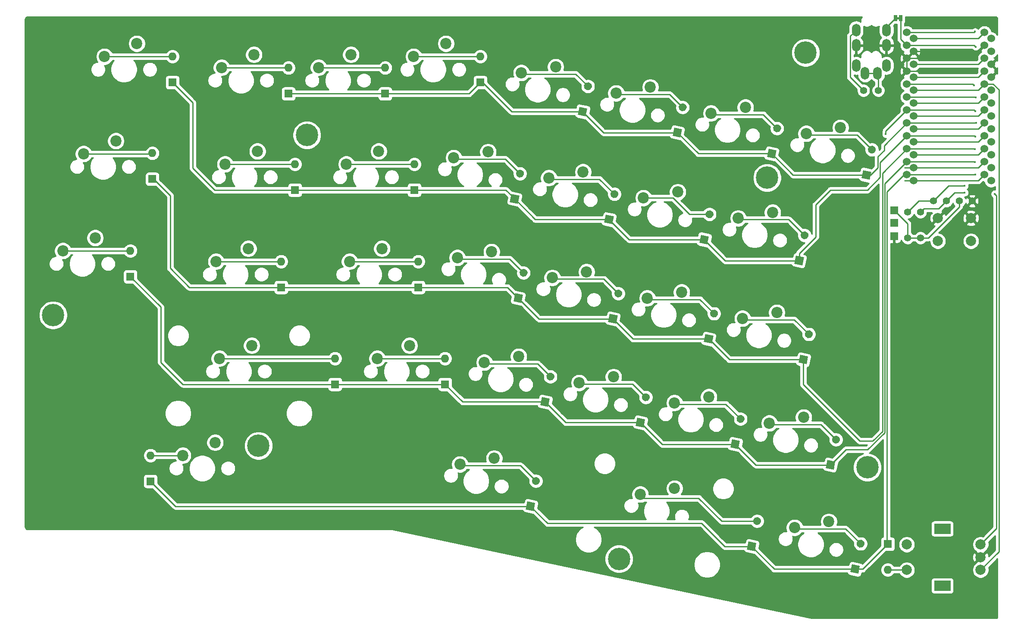
<source format=gbl>
G04 #@! TF.GenerationSoftware,KiCad,Pcbnew,(5.1.6)-1*
G04 #@! TF.CreationDate,2020-10-03T18:09:44-07:00*
G04 #@! TF.ProjectId,Alipt-Keyboard-Left,416c6970-742d-44b6-9579-626f6172642d,rev?*
G04 #@! TF.SameCoordinates,Original*
G04 #@! TF.FileFunction,Copper,L2,Bot*
G04 #@! TF.FilePolarity,Positive*
%FSLAX46Y46*%
G04 Gerber Fmt 4.6, Leading zero omitted, Abs format (unit mm)*
G04 Created by KiCad (PCBNEW (5.1.6)-1) date 2020-10-03 18:09:44*
%MOMM*%
%LPD*%
G01*
G04 APERTURE LIST*
G04 #@! TA.AperFunction,EtchedComponent*
%ADD10C,0.100000*%
G04 #@! TD*
G04 #@! TA.AperFunction,ComponentPad*
%ADD11C,4.400000*%
G04 #@! TD*
G04 #@! TA.AperFunction,ComponentPad*
%ADD12C,2.200000*%
G04 #@! TD*
G04 #@! TA.AperFunction,ComponentPad*
%ADD13C,1.524000*%
G04 #@! TD*
G04 #@! TA.AperFunction,ComponentPad*
%ADD14O,1.600000X1.600000*%
G04 #@! TD*
G04 #@! TA.AperFunction,ComponentPad*
%ADD15R,1.600000X1.600000*%
G04 #@! TD*
G04 #@! TA.AperFunction,ComponentPad*
%ADD16C,0.100000*%
G04 #@! TD*
G04 #@! TA.AperFunction,ComponentPad*
%ADD17R,1.524000X1.524000*%
G04 #@! TD*
G04 #@! TA.AperFunction,ComponentPad*
%ADD18O,1.700000X2.500000*%
G04 #@! TD*
G04 #@! TA.AperFunction,ComponentPad*
%ADD19C,1.397000*%
G04 #@! TD*
G04 #@! TA.AperFunction,ComponentPad*
%ADD20C,2.000000*%
G04 #@! TD*
G04 #@! TA.AperFunction,ComponentPad*
%ADD21R,3.200000X2.000000*%
G04 #@! TD*
G04 #@! TA.AperFunction,SMDPad,CuDef*
%ADD22R,0.635000X1.143000*%
G04 #@! TD*
G04 #@! TA.AperFunction,ViaPad*
%ADD23C,0.400000*%
G04 #@! TD*
G04 #@! TA.AperFunction,Conductor*
%ADD24C,0.250000*%
G04 #@! TD*
G04 #@! TA.AperFunction,Conductor*
%ADD25C,0.254000*%
G04 #@! TD*
G04 APERTURE END LIST*
D10*
G36*
X206638500Y-43982500D02*
G01*
X206238500Y-43982500D01*
X206238500Y-44282500D01*
X206638500Y-44282500D01*
X206638500Y-43982500D01*
G37*
X206638500Y-43982500D02*
X206238500Y-43982500D01*
X206238500Y-44282500D01*
X206638500Y-44282500D01*
X206638500Y-43982500D01*
D11*
X151638000Y-150368000D03*
X40513004Y-102489003D03*
D12*
X192849500Y-143065500D03*
X186110167Y-144229756D03*
D11*
X188277500Y-50927000D03*
X180721000Y-75501500D03*
X90360504Y-67119500D03*
X80835496Y-128142993D03*
X200405991Y-132397505D03*
D13*
X223399500Y-46952000D03*
X223399500Y-49492000D03*
X223399500Y-52032000D03*
X223399500Y-54572000D03*
X223399500Y-57112000D03*
X223399500Y-59652000D03*
X223399500Y-62192000D03*
X223399500Y-64732000D03*
X223399500Y-67272000D03*
X223399500Y-69812000D03*
X223399500Y-72352000D03*
X223399500Y-74892000D03*
X208159500Y-74892000D03*
X208159500Y-72352000D03*
X208159500Y-69812000D03*
X208159500Y-67272000D03*
X208159500Y-64732000D03*
X208159500Y-62192000D03*
X208159500Y-59652000D03*
X208159500Y-57112000D03*
X208159500Y-54572000D03*
X208159500Y-52032000D03*
X208159500Y-49492000D03*
X208159500Y-46952000D03*
X224698315Y-58307745D03*
X224698315Y-63387745D03*
X209458315Y-48147745D03*
X224698315Y-50687745D03*
X224698315Y-73547745D03*
X209458315Y-76087745D03*
X224698315Y-65927745D03*
X224698315Y-68467745D03*
X209458315Y-65927745D03*
X209458315Y-71007745D03*
X209458315Y-58307745D03*
X209458315Y-55767745D03*
X209458315Y-50687745D03*
X209458315Y-60847745D03*
X224698315Y-76087745D03*
X209458315Y-68467745D03*
X224698315Y-48147745D03*
X224698315Y-53227745D03*
X209458315Y-73547745D03*
X224698315Y-55767745D03*
X224698315Y-60847745D03*
X209458315Y-63387745D03*
X224698315Y-71007745D03*
X209458315Y-53227745D03*
D14*
X204406500Y-152527000D03*
D15*
X204406500Y-147447000D03*
G04 #@! TA.AperFunction,ComponentPad*
G36*
G01*
X198892910Y-148177781D02*
X198892910Y-148177781D01*
G75*
G02*
X198276721Y-147228934I166329J782518D01*
G01*
X198276721Y-147228934D01*
G75*
G02*
X199225568Y-146612745I782518J-166329D01*
G01*
X199225568Y-146612745D01*
G75*
G02*
X199841757Y-147561592I-166329J-782518D01*
G01*
X199841757Y-147561592D01*
G75*
G02*
X198892910Y-148177781I-782518J166329D01*
G01*
G37*
G04 #@! TD.AperFunction*
G04 #@! TA.AperFunction,ComponentPad*
D16*
G36*
X198619237Y-153313100D02*
G01*
X197054201Y-152980442D01*
X197386859Y-151415406D01*
X198951895Y-151748064D01*
X198619237Y-153313100D01*
G37*
G04 #@! TD.AperFunction*
G04 #@! TA.AperFunction,ComponentPad*
G36*
G01*
X178572910Y-143732781D02*
X178572910Y-143732781D01*
G75*
G02*
X177956721Y-142783934I166329J782518D01*
G01*
X177956721Y-142783934D01*
G75*
G02*
X178905568Y-142167745I782518J-166329D01*
G01*
X178905568Y-142167745D01*
G75*
G02*
X179521757Y-143116592I-166329J-782518D01*
G01*
X179521757Y-143116592D01*
G75*
G02*
X178572910Y-143732781I-782518J166329D01*
G01*
G37*
G04 #@! TD.AperFunction*
G04 #@! TA.AperFunction,ComponentPad*
G36*
X178299237Y-148868100D02*
G01*
X176734201Y-148535442D01*
X177066859Y-146970406D01*
X178631895Y-147303064D01*
X178299237Y-148868100D01*
G37*
G04 #@! TD.AperFunction*
G04 #@! TA.AperFunction,ComponentPad*
G36*
G01*
X135138910Y-135858781D02*
X135138910Y-135858781D01*
G75*
G02*
X134522721Y-134909934I166329J782518D01*
G01*
X134522721Y-134909934D01*
G75*
G02*
X135471568Y-134293745I782518J-166329D01*
G01*
X135471568Y-134293745D01*
G75*
G02*
X136087757Y-135242592I-166329J-782518D01*
G01*
X136087757Y-135242592D01*
G75*
G02*
X135138910Y-135858781I-782518J166329D01*
G01*
G37*
G04 #@! TD.AperFunction*
G04 #@! TA.AperFunction,ComponentPad*
G36*
X134865237Y-140994100D02*
G01*
X133300201Y-140661442D01*
X133632859Y-139096406D01*
X135197895Y-139429064D01*
X134865237Y-140994100D01*
G37*
G04 #@! TD.AperFunction*
D14*
X59626500Y-130048000D03*
D15*
X59626500Y-135128000D03*
G04 #@! TA.AperFunction,ComponentPad*
G36*
G01*
X194066910Y-127730781D02*
X194066910Y-127730781D01*
G75*
G02*
X193450721Y-126781934I166329J782518D01*
G01*
X193450721Y-126781934D01*
G75*
G02*
X194399568Y-126165745I782518J-166329D01*
G01*
X194399568Y-126165745D01*
G75*
G02*
X195015757Y-127114592I-166329J-782518D01*
G01*
X195015757Y-127114592D01*
G75*
G02*
X194066910Y-127730781I-782518J166329D01*
G01*
G37*
G04 #@! TD.AperFunction*
G04 #@! TA.AperFunction,ComponentPad*
D16*
G36*
X193793237Y-132866100D02*
G01*
X192228201Y-132533442D01*
X192560859Y-130968406D01*
X194125895Y-131301064D01*
X193793237Y-132866100D01*
G37*
G04 #@! TD.AperFunction*
G04 #@! TA.AperFunction,ComponentPad*
G36*
G01*
X175334410Y-123666781D02*
X175334410Y-123666781D01*
G75*
G02*
X174718221Y-122717934I166329J782518D01*
G01*
X174718221Y-122717934D01*
G75*
G02*
X175667068Y-122101745I782518J-166329D01*
G01*
X175667068Y-122101745D01*
G75*
G02*
X176283257Y-123050592I-166329J-782518D01*
G01*
X176283257Y-123050592D01*
G75*
G02*
X175334410Y-123666781I-782518J166329D01*
G01*
G37*
G04 #@! TD.AperFunction*
G04 #@! TA.AperFunction,ComponentPad*
G36*
X175060737Y-128802100D02*
G01*
X173495701Y-128469442D01*
X173828359Y-126904406D01*
X175393395Y-127237064D01*
X175060737Y-128802100D01*
G37*
G04 #@! TD.AperFunction*
G04 #@! TA.AperFunction,ComponentPad*
G36*
G01*
X156728910Y-119412281D02*
X156728910Y-119412281D01*
G75*
G02*
X156112721Y-118463434I166329J782518D01*
G01*
X156112721Y-118463434D01*
G75*
G02*
X157061568Y-117847245I782518J-166329D01*
G01*
X157061568Y-117847245D01*
G75*
G02*
X157677757Y-118796092I-166329J-782518D01*
G01*
X157677757Y-118796092D01*
G75*
G02*
X156728910Y-119412281I-782518J166329D01*
G01*
G37*
G04 #@! TD.AperFunction*
G04 #@! TA.AperFunction,ComponentPad*
G36*
X156455237Y-124547600D02*
G01*
X154890201Y-124214942D01*
X155222859Y-122649906D01*
X156787895Y-122982564D01*
X156455237Y-124547600D01*
G37*
G04 #@! TD.AperFunction*
G04 #@! TA.AperFunction,ComponentPad*
G36*
G01*
X137996410Y-115348281D02*
X137996410Y-115348281D01*
G75*
G02*
X137380221Y-114399434I166329J782518D01*
G01*
X137380221Y-114399434D01*
G75*
G02*
X138329068Y-113783245I782518J-166329D01*
G01*
X138329068Y-113783245D01*
G75*
G02*
X138945257Y-114732092I-166329J-782518D01*
G01*
X138945257Y-114732092D01*
G75*
G02*
X137996410Y-115348281I-782518J166329D01*
G01*
G37*
G04 #@! TD.AperFunction*
G04 #@! TA.AperFunction,ComponentPad*
G36*
X137722737Y-120483600D02*
G01*
X136157701Y-120150942D01*
X136490359Y-118585906D01*
X138055395Y-118918564D01*
X137722737Y-120483600D01*
G37*
G04 #@! TD.AperFunction*
D14*
X117475000Y-110998000D03*
D15*
X117475000Y-116078000D03*
D14*
X95885000Y-110998000D03*
D15*
X95885000Y-116078000D03*
D14*
X55689500Y-89852500D03*
D15*
X55689500Y-94932500D03*
G04 #@! TA.AperFunction,ComponentPad*
G36*
G01*
X188732910Y-107029781D02*
X188732910Y-107029781D01*
G75*
G02*
X188116721Y-106080934I166329J782518D01*
G01*
X188116721Y-106080934D01*
G75*
G02*
X189065568Y-105464745I782518J-166329D01*
G01*
X189065568Y-105464745D01*
G75*
G02*
X189681757Y-106413592I-166329J-782518D01*
G01*
X189681757Y-106413592D01*
G75*
G02*
X188732910Y-107029781I-782518J166329D01*
G01*
G37*
G04 #@! TD.AperFunction*
G04 #@! TA.AperFunction,ComponentPad*
D16*
G36*
X188459237Y-112165100D02*
G01*
X186894201Y-111832442D01*
X187226859Y-110267406D01*
X188791895Y-110600064D01*
X188459237Y-112165100D01*
G37*
G04 #@! TD.AperFunction*
G04 #@! TA.AperFunction,ComponentPad*
G36*
G01*
X170127410Y-102965781D02*
X170127410Y-102965781D01*
G75*
G02*
X169511221Y-102016934I166329J782518D01*
G01*
X169511221Y-102016934D01*
G75*
G02*
X170460068Y-101400745I782518J-166329D01*
G01*
X170460068Y-101400745D01*
G75*
G02*
X171076257Y-102349592I-166329J-782518D01*
G01*
X171076257Y-102349592D01*
G75*
G02*
X170127410Y-102965781I-782518J166329D01*
G01*
G37*
G04 #@! TD.AperFunction*
G04 #@! TA.AperFunction,ComponentPad*
G36*
X169853737Y-108101100D02*
G01*
X168288701Y-107768442D01*
X168621359Y-106203406D01*
X170186395Y-106536064D01*
X169853737Y-108101100D01*
G37*
G04 #@! TD.AperFunction*
G04 #@! TA.AperFunction,ComponentPad*
G36*
G01*
X151331410Y-99028781D02*
X151331410Y-99028781D01*
G75*
G02*
X150715221Y-98079934I166329J782518D01*
G01*
X150715221Y-98079934D01*
G75*
G02*
X151664068Y-97463745I782518J-166329D01*
G01*
X151664068Y-97463745D01*
G75*
G02*
X152280257Y-98412592I-166329J-782518D01*
G01*
X152280257Y-98412592D01*
G75*
G02*
X151331410Y-99028781I-782518J166329D01*
G01*
G37*
G04 #@! TD.AperFunction*
G04 #@! TA.AperFunction,ComponentPad*
G36*
X151057737Y-104164100D02*
G01*
X149492701Y-103831442D01*
X149825359Y-102266406D01*
X151390395Y-102599064D01*
X151057737Y-104164100D01*
G37*
G04 #@! TD.AperFunction*
G04 #@! TA.AperFunction,ComponentPad*
G36*
G01*
X132725910Y-94964781D02*
X132725910Y-94964781D01*
G75*
G02*
X132109721Y-94015934I166329J782518D01*
G01*
X132109721Y-94015934D01*
G75*
G02*
X133058568Y-93399745I782518J-166329D01*
G01*
X133058568Y-93399745D01*
G75*
G02*
X133674757Y-94348592I-166329J-782518D01*
G01*
X133674757Y-94348592D01*
G75*
G02*
X132725910Y-94964781I-782518J166329D01*
G01*
G37*
G04 #@! TD.AperFunction*
G04 #@! TA.AperFunction,ComponentPad*
G36*
X132452237Y-100100100D02*
G01*
X130887201Y-99767442D01*
X131219859Y-98202406D01*
X132784895Y-98535064D01*
X132452237Y-100100100D01*
G37*
G04 #@! TD.AperFunction*
D14*
X112204500Y-91948000D03*
D15*
X112204500Y-97028000D03*
D14*
X85280500Y-91948000D03*
D15*
X85280500Y-97028000D03*
D14*
X60007500Y-70675500D03*
D15*
X60007500Y-75755500D03*
G04 #@! TA.AperFunction,ComponentPad*
G36*
G01*
X187907410Y-87598781D02*
X187907410Y-87598781D01*
G75*
G02*
X187291221Y-86649934I166329J782518D01*
G01*
X187291221Y-86649934D01*
G75*
G02*
X188240068Y-86033745I782518J-166329D01*
G01*
X188240068Y-86033745D01*
G75*
G02*
X188856257Y-86982592I-166329J-782518D01*
G01*
X188856257Y-86982592D01*
G75*
G02*
X187907410Y-87598781I-782518J166329D01*
G01*
G37*
G04 #@! TD.AperFunction*
G04 #@! TA.AperFunction,ComponentPad*
D16*
G36*
X187633737Y-92734100D02*
G01*
X186068701Y-92401442D01*
X186401359Y-90836406D01*
X187966395Y-91169064D01*
X187633737Y-92734100D01*
G37*
G04 #@! TD.AperFunction*
G04 #@! TA.AperFunction,ComponentPad*
G36*
G01*
X169238410Y-83471281D02*
X169238410Y-83471281D01*
G75*
G02*
X168622221Y-82522434I166329J782518D01*
G01*
X168622221Y-82522434D01*
G75*
G02*
X169571068Y-81906245I782518J-166329D01*
G01*
X169571068Y-81906245D01*
G75*
G02*
X170187257Y-82855092I-166329J-782518D01*
G01*
X170187257Y-82855092D01*
G75*
G02*
X169238410Y-83471281I-782518J166329D01*
G01*
G37*
G04 #@! TD.AperFunction*
G04 #@! TA.AperFunction,ComponentPad*
G36*
X168964737Y-88606600D02*
G01*
X167399701Y-88273942D01*
X167732359Y-86708906D01*
X169297395Y-87041564D01*
X168964737Y-88606600D01*
G37*
G04 #@! TD.AperFunction*
G04 #@! TA.AperFunction,ComponentPad*
G36*
G01*
X150559362Y-79506528D02*
X150559362Y-79506528D01*
G75*
G02*
X149943173Y-78557681I166329J782518D01*
G01*
X149943173Y-78557681D01*
G75*
G02*
X150892020Y-77941492I782518J-166329D01*
G01*
X150892020Y-77941492D01*
G75*
G02*
X151508209Y-78890339I-166329J-782518D01*
G01*
X151508209Y-78890339D01*
G75*
G02*
X150559362Y-79506528I-782518J166329D01*
G01*
G37*
G04 #@! TD.AperFunction*
G04 #@! TA.AperFunction,ComponentPad*
G36*
X150285689Y-84641847D02*
G01*
X148720653Y-84309189D01*
X149053311Y-82744153D01*
X150618347Y-83076811D01*
X150285689Y-84641847D01*
G37*
G04 #@! TD.AperFunction*
G04 #@! TA.AperFunction,ComponentPad*
G36*
G01*
X132027410Y-75470281D02*
X132027410Y-75470281D01*
G75*
G02*
X131411221Y-74521434I166329J782518D01*
G01*
X131411221Y-74521434D01*
G75*
G02*
X132360068Y-73905245I782518J-166329D01*
G01*
X132360068Y-73905245D01*
G75*
G02*
X132976257Y-74854092I-166329J-782518D01*
G01*
X132976257Y-74854092D01*
G75*
G02*
X132027410Y-75470281I-782518J166329D01*
G01*
G37*
G04 #@! TD.AperFunction*
G04 #@! TA.AperFunction,ComponentPad*
G36*
X131753737Y-80605600D02*
G01*
X130188701Y-80272942D01*
X130521359Y-78707906D01*
X132086395Y-79040564D01*
X131753737Y-80605600D01*
G37*
G04 #@! TD.AperFunction*
D15*
X111442500Y-77914500D03*
D14*
X111442500Y-72834500D03*
X88011000Y-72834500D03*
D15*
X88011000Y-77914500D03*
D14*
X63944500Y-51689000D03*
D15*
X63944500Y-56769000D03*
G04 #@! TA.AperFunction,ComponentPad*
G36*
G01*
X201115410Y-70771281D02*
X201115410Y-70771281D01*
G75*
G02*
X200499221Y-69822434I166329J782518D01*
G01*
X200499221Y-69822434D01*
G75*
G02*
X201448068Y-69206245I782518J-166329D01*
G01*
X201448068Y-69206245D01*
G75*
G02*
X202064257Y-70155092I-166329J-782518D01*
G01*
X202064257Y-70155092D01*
G75*
G02*
X201115410Y-70771281I-782518J166329D01*
G01*
G37*
G04 #@! TD.AperFunction*
G04 #@! TA.AperFunction,ComponentPad*
D16*
G36*
X200841737Y-75906600D02*
G01*
X199276701Y-75573942D01*
X199609359Y-74008906D01*
X201174395Y-74341564D01*
X200841737Y-75906600D01*
G37*
G04 #@! TD.AperFunction*
G04 #@! TA.AperFunction,ComponentPad*
G36*
G01*
X182509910Y-66580281D02*
X182509910Y-66580281D01*
G75*
G02*
X181893721Y-65631434I166329J782518D01*
G01*
X181893721Y-65631434D01*
G75*
G02*
X182842568Y-65015245I782518J-166329D01*
G01*
X182842568Y-65015245D01*
G75*
G02*
X183458757Y-65964092I-166329J-782518D01*
G01*
X183458757Y-65964092D01*
G75*
G02*
X182509910Y-66580281I-782518J166329D01*
G01*
G37*
G04 #@! TD.AperFunction*
G04 #@! TA.AperFunction,ComponentPad*
G36*
X182236237Y-71715600D02*
G01*
X180671201Y-71382942D01*
X181003859Y-69817906D01*
X182568895Y-70150564D01*
X182236237Y-71715600D01*
G37*
G04 #@! TD.AperFunction*
G04 #@! TA.AperFunction,ComponentPad*
G36*
G01*
X163967910Y-62452781D02*
X163967910Y-62452781D01*
G75*
G02*
X163351721Y-61503934I166329J782518D01*
G01*
X163351721Y-61503934D01*
G75*
G02*
X164300568Y-60887745I782518J-166329D01*
G01*
X164300568Y-60887745D01*
G75*
G02*
X164916757Y-61836592I-166329J-782518D01*
G01*
X164916757Y-61836592D01*
G75*
G02*
X163967910Y-62452781I-782518J166329D01*
G01*
G37*
G04 #@! TD.AperFunction*
G04 #@! TA.AperFunction,ComponentPad*
G36*
X163694237Y-67588100D02*
G01*
X162129201Y-67255442D01*
X162461859Y-65690406D01*
X164026895Y-66023064D01*
X163694237Y-67588100D01*
G37*
G04 #@! TD.AperFunction*
G04 #@! TA.AperFunction,ComponentPad*
G36*
G01*
X145362410Y-58325281D02*
X145362410Y-58325281D01*
G75*
G02*
X144746221Y-57376434I166329J782518D01*
G01*
X144746221Y-57376434D01*
G75*
G02*
X145695068Y-56760245I782518J-166329D01*
G01*
X145695068Y-56760245D01*
G75*
G02*
X146311257Y-57709092I-166329J-782518D01*
G01*
X146311257Y-57709092D01*
G75*
G02*
X145362410Y-58325281I-782518J166329D01*
G01*
G37*
G04 #@! TD.AperFunction*
G04 #@! TA.AperFunction,ComponentPad*
G36*
X145088737Y-63460600D02*
G01*
X143523701Y-63127942D01*
X143856359Y-61562906D01*
X145421395Y-61895564D01*
X145088737Y-63460600D01*
G37*
G04 #@! TD.AperFunction*
D14*
X124396500Y-51689000D03*
D15*
X124396500Y-56769000D03*
D14*
X105727500Y-53911500D03*
D15*
X105727500Y-58991500D03*
D14*
X86741000Y-53911500D03*
D15*
X86741000Y-58991500D03*
D12*
X78867000Y-89408000D03*
X72517000Y-91948000D03*
D17*
X205676500Y-86991500D03*
X205676500Y-84391500D03*
X205676500Y-81891500D03*
D18*
X199957000Y-54980000D03*
X204157000Y-53480000D03*
X204157000Y-49480000D03*
X204157000Y-46480000D03*
X198207000Y-49480000D03*
X198207000Y-46480000D03*
X202407000Y-54980000D03*
X198207000Y-53480000D03*
D19*
X213360000Y-80073500D03*
X215900000Y-80073500D03*
X218440000Y-80073500D03*
X220980000Y-80073500D03*
X202565008Y-58356500D03*
X199644000Y-58356502D03*
X208328217Y-82232459D03*
X208328217Y-87312459D03*
X210826951Y-87312463D03*
X210826951Y-82232463D03*
D12*
X73596500Y-53848000D03*
X79946500Y-51308000D03*
X92646500Y-53848000D03*
X98996500Y-51308000D03*
X117665500Y-49149000D03*
X111315500Y-51689000D03*
X132452667Y-54885256D03*
X139192000Y-53721000D03*
X151058167Y-58885756D03*
X157797500Y-57721500D03*
X176466500Y-61658500D03*
X169727167Y-62822756D03*
X195135500Y-65659000D03*
X188396167Y-66823256D03*
X56959500Y-49149000D03*
X50609500Y-51689000D03*
X74295000Y-72834500D03*
X80645000Y-70294500D03*
X98107500Y-72834500D03*
X104457500Y-70294500D03*
X125920500Y-70421500D03*
X119181167Y-71585756D03*
X144589500Y-74358500D03*
X137850167Y-75522756D03*
X163179686Y-78299606D03*
X156440353Y-79463862D03*
X175061167Y-83460256D03*
X181800500Y-82296000D03*
X46482000Y-70802500D03*
X52832000Y-68262500D03*
X98742500Y-91948000D03*
X105092500Y-89408000D03*
X126619000Y-90043000D03*
X119879667Y-91207256D03*
X138533353Y-95148362D03*
X145272686Y-93984106D03*
X157202353Y-99148862D03*
X163941686Y-97984606D03*
X182626000Y-101981000D03*
X175886667Y-103145256D03*
X48768000Y-87312500D03*
X42418000Y-89852500D03*
X73152000Y-110998000D03*
X79502000Y-108458000D03*
X104140000Y-110998000D03*
X110490000Y-108458000D03*
X125198353Y-111785362D03*
X131937686Y-110621106D03*
X150558500Y-114617500D03*
X143819167Y-115781756D03*
X162536353Y-119718756D03*
X169275686Y-118554500D03*
X187896500Y-122555000D03*
X181157167Y-123719256D03*
X72326500Y-127508000D03*
X65976500Y-130048000D03*
X127127000Y-130619500D03*
X120387667Y-131783756D03*
X162544686Y-136529106D03*
X155805353Y-137693362D03*
D20*
X222638000Y-152550500D03*
X222638000Y-150050500D03*
X222638000Y-147550500D03*
D21*
X215138000Y-155650500D03*
X215138000Y-144450500D03*
D20*
X208138000Y-152550500D03*
X208138000Y-147550500D03*
D22*
X205938120Y-44132500D03*
X206938880Y-44132500D03*
D20*
X214249000Y-87939000D03*
X214249000Y-83439000D03*
X220749000Y-87939000D03*
X220749000Y-83439000D03*
D23*
X221742000Y-64706500D03*
X221615000Y-67437000D03*
X221551500Y-69913500D03*
X221551500Y-72453500D03*
X221615000Y-74866500D03*
X221615000Y-54546500D03*
X221361000Y-52197000D03*
X177609500Y-97790000D03*
X183832500Y-98679000D03*
X184277000Y-115951000D03*
X201295000Y-65024000D03*
X205486000Y-57975500D03*
X199072500Y-72199500D03*
X216852500Y-45720000D03*
X221551500Y-46799500D03*
X221678500Y-59753500D03*
X219519500Y-78422500D03*
X221361000Y-57340500D03*
X219519500Y-77089000D03*
X221615000Y-62420500D03*
X204025500Y-66929000D03*
X225425000Y-78676500D03*
X221678500Y-49784000D03*
D24*
X86741000Y-58991500D02*
X105727500Y-58991500D01*
X122174000Y-58991500D02*
X124396500Y-56769000D01*
X105727500Y-58991500D02*
X122174000Y-58991500D01*
X124396500Y-56769000D02*
X124841000Y-56769000D01*
X130583753Y-62511753D02*
X144472548Y-62511753D01*
X124841000Y-56769000D02*
X130583753Y-62511753D01*
X148600048Y-66639253D02*
X163078048Y-66639253D01*
X144472548Y-62511753D02*
X148600048Y-66639253D01*
X167205548Y-70766753D02*
X181620048Y-70766753D01*
X163078048Y-66639253D02*
X167205548Y-70766753D01*
X185811048Y-74957753D02*
X200225548Y-74957753D01*
X181620048Y-70766753D02*
X185811048Y-74957753D01*
X201043420Y-74957753D02*
X202471959Y-73529214D01*
X200225548Y-74957753D02*
X201043420Y-74957753D01*
X202471959Y-71350779D02*
X203718738Y-70104000D01*
X202471959Y-73529214D02*
X202471959Y-71350779D01*
X203718738Y-69172762D02*
X208159500Y-64732000D01*
X203718738Y-70104000D02*
X203718738Y-69172762D01*
X208159500Y-64732000D02*
X221716500Y-64732000D01*
X221716500Y-64732000D02*
X221742000Y-64706500D01*
X86677500Y-53848000D02*
X86741000Y-53911500D01*
X73596500Y-53848000D02*
X86677500Y-53848000D01*
X105664000Y-53848000D02*
X105727500Y-53911500D01*
X92646500Y-53848000D02*
X105664000Y-53848000D01*
X111315500Y-51689000D02*
X124396500Y-51689000D01*
X143131977Y-55146001D02*
X145528739Y-57542763D01*
X132713412Y-55146001D02*
X143131977Y-55146001D01*
X132452667Y-54885256D02*
X132713412Y-55146001D01*
X161610477Y-59146501D02*
X164134239Y-61670263D01*
X151318912Y-59146501D02*
X161610477Y-59146501D01*
X151058167Y-58885756D02*
X151318912Y-59146501D01*
X179961977Y-63083501D02*
X182676239Y-65797763D01*
X169987912Y-63083501D02*
X179961977Y-63083501D01*
X169727167Y-62822756D02*
X169987912Y-63083501D01*
X198376977Y-67084001D02*
X201281739Y-69988763D01*
X188656912Y-67084001D02*
X198376977Y-67084001D01*
X188396167Y-66823256D02*
X188656912Y-67084001D01*
X50609500Y-51689000D02*
X63944500Y-51689000D01*
X67945000Y-60769500D02*
X63944500Y-56769000D01*
X67945000Y-73596500D02*
X67945000Y-60769500D01*
X88011000Y-77914500D02*
X72263000Y-77914500D01*
X72263000Y-77914500D02*
X67945000Y-73596500D01*
X172476048Y-91785253D02*
X187017548Y-91785253D01*
X168348548Y-87657753D02*
X172476048Y-91785253D01*
X153634253Y-87657753D02*
X168348548Y-87657753D01*
X149669500Y-83693000D02*
X153634253Y-87657753D01*
X135173795Y-83693000D02*
X149669500Y-83693000D01*
X131137548Y-79656753D02*
X135173795Y-83693000D01*
X129395295Y-77914500D02*
X131137548Y-79656753D01*
X111442500Y-77914500D02*
X129395295Y-77914500D01*
X111442500Y-77914500D02*
X88011000Y-77914500D01*
X202921969Y-75398531D02*
X202921969Y-72509531D01*
X202921969Y-72509531D02*
X208159500Y-67272000D01*
X200406000Y-77914500D02*
X202921969Y-75398531D01*
X193167000Y-77914500D02*
X200406000Y-77914500D01*
X190246000Y-80835500D02*
X193167000Y-77914500D01*
X190246000Y-87122000D02*
X190246000Y-80835500D01*
X187017548Y-90350452D02*
X190246000Y-87122000D01*
X187017548Y-91785253D02*
X187017548Y-90350452D01*
X208159500Y-67272000D02*
X221450000Y-67272000D01*
X221450000Y-67272000D02*
X221615000Y-67437000D01*
X74295000Y-72834500D02*
X88011000Y-72834500D01*
X98107500Y-72834500D02*
X111442500Y-72834500D01*
X119441912Y-71846501D02*
X129352477Y-71846501D01*
X129352477Y-71846501D02*
X132193739Y-74687763D01*
X119181167Y-71585756D02*
X119441912Y-71846501D01*
X147785182Y-75783501D02*
X150725691Y-78724010D01*
X138110912Y-75783501D02*
X147785182Y-75783501D01*
X137850167Y-75522756D02*
X138110912Y-75783501D01*
X165459841Y-82688763D02*
X169404739Y-82688763D01*
X162234940Y-79463862D02*
X165459841Y-82688763D01*
X156440353Y-79463862D02*
X162234940Y-79463862D01*
X184978477Y-83721001D02*
X188073739Y-86816263D01*
X175321912Y-83721001D02*
X184978477Y-83721001D01*
X175061167Y-83460256D02*
X175321912Y-83721001D01*
X67246500Y-97028000D02*
X85280500Y-97028000D01*
X63500000Y-78994000D02*
X63500000Y-93281500D01*
X63500000Y-93281500D02*
X67246500Y-97028000D01*
X60007500Y-75755500D02*
X60261500Y-75755500D01*
X60261500Y-75755500D02*
X63500000Y-78994000D01*
X112204500Y-97028000D02*
X85280500Y-97028000D01*
X129712795Y-97028000D02*
X131836048Y-99151253D01*
X112204500Y-97028000D02*
X129712795Y-97028000D01*
X135900048Y-103215253D02*
X150441548Y-103215253D01*
X131836048Y-99151253D02*
X135900048Y-103215253D01*
X154378548Y-107152253D02*
X169237548Y-107152253D01*
X150441548Y-103215253D02*
X154378548Y-107152253D01*
X173301548Y-111216253D02*
X187843048Y-111216253D01*
X169237548Y-107152253D02*
X173301548Y-111216253D01*
X187843048Y-111216253D02*
X187843048Y-116151548D01*
X198882000Y-127190500D02*
X201422000Y-127190500D01*
X187843048Y-116151548D02*
X198882000Y-127190500D01*
X201549000Y-127127000D02*
X203371979Y-125304021D01*
X201422000Y-127190500D02*
X201485500Y-127127000D01*
X201485500Y-127127000D02*
X201549000Y-127127000D01*
X203371979Y-74599521D02*
X208159500Y-69812000D01*
X203371979Y-125304021D02*
X203371979Y-74599521D01*
X208159500Y-69812000D02*
X221450000Y-69812000D01*
X221450000Y-69812000D02*
X221551500Y-69913500D01*
X59880500Y-70802500D02*
X60007500Y-70675500D01*
X46482000Y-70802500D02*
X59880500Y-70802500D01*
X72517000Y-91948000D02*
X85280500Y-91948000D01*
X98742500Y-91948000D02*
X112204500Y-91948000D01*
X120140412Y-91468001D02*
X130177977Y-91468001D01*
X130177977Y-91468001D02*
X132892239Y-94182263D01*
X119879667Y-91207256D02*
X120140412Y-91468001D01*
X148660583Y-95409107D02*
X151497739Y-98246263D01*
X138794098Y-95409107D02*
X148660583Y-95409107D01*
X138533353Y-95148362D02*
X138794098Y-95409107D01*
X167520083Y-99409607D02*
X170293739Y-102183263D01*
X157463098Y-99409607D02*
X167520083Y-99409607D01*
X157202353Y-99148862D02*
X157463098Y-99409607D01*
X186057977Y-103406001D02*
X188899239Y-106247263D01*
X176147412Y-103406001D02*
X186057977Y-103406001D01*
X175886667Y-103145256D02*
X176147412Y-103406001D01*
X95885000Y-116078000D02*
X117475000Y-116078000D01*
X120931753Y-119534753D02*
X137106548Y-119534753D01*
X117475000Y-116078000D02*
X120931753Y-119534753D01*
X141170548Y-123598753D02*
X155839048Y-123598753D01*
X137106548Y-119534753D02*
X141170548Y-123598753D01*
X160093548Y-127853253D02*
X174444548Y-127853253D01*
X155839048Y-123598753D02*
X160093548Y-127853253D01*
X178508548Y-131917253D02*
X193177048Y-131917253D01*
X174444548Y-127853253D02*
X178508548Y-131917253D01*
X95885000Y-116078000D02*
X65976500Y-116078000D01*
X65976500Y-116078000D02*
X61658500Y-111760000D01*
X61658500Y-100901500D02*
X55689500Y-94932500D01*
X61658500Y-111760000D02*
X61658500Y-100901500D01*
X208159500Y-72352000D02*
X203821989Y-76689511D01*
X203821989Y-76689511D02*
X203821989Y-125552511D01*
X203821989Y-125552511D02*
X200469500Y-128905000D01*
X196189301Y-128905000D02*
X193177048Y-131917253D01*
X200469500Y-128905000D02*
X196189301Y-128905000D01*
X208159500Y-72352000D02*
X221450000Y-72352000D01*
X221450000Y-72352000D02*
X221551500Y-72453500D01*
X42418000Y-89852500D02*
X55689500Y-89852500D01*
X73152000Y-110998000D02*
X95885000Y-110998000D01*
X104140000Y-110998000D02*
X117475000Y-110998000D01*
X125459098Y-112046107D02*
X135643083Y-112046107D01*
X135643083Y-112046107D02*
X138162739Y-114565763D01*
X125198353Y-111785362D02*
X125459098Y-112046107D01*
X154307977Y-116042501D02*
X156895239Y-118629763D01*
X144079912Y-116042501D02*
X154307977Y-116042501D01*
X143819167Y-115781756D02*
X144079912Y-116042501D01*
X172595977Y-119979501D02*
X175500739Y-122884263D01*
X162797098Y-119979501D02*
X172595977Y-119979501D01*
X162536353Y-119718756D02*
X162797098Y-119979501D01*
X191264977Y-123980001D02*
X194233239Y-126948263D01*
X181417912Y-123980001D02*
X191264977Y-123980001D01*
X181157167Y-123719256D02*
X181417912Y-123980001D01*
X64543753Y-140045253D02*
X134249048Y-140045253D01*
X59626500Y-135128000D02*
X64543753Y-140045253D01*
X134249048Y-140045253D02*
X137604067Y-143400272D01*
X172395709Y-147919253D02*
X167876728Y-143400272D01*
X177683048Y-147919253D02*
X172395709Y-147919253D01*
X137604067Y-143400272D02*
X167876728Y-143400272D01*
X182128048Y-152364253D02*
X198003048Y-152364253D01*
X177683048Y-147919253D02*
X182128048Y-152364253D01*
X199489247Y-152364253D02*
X204406500Y-147447000D01*
X198003048Y-152364253D02*
X199489247Y-152364253D01*
X207605998Y-74892000D02*
X208159500Y-74892000D01*
X204271999Y-78225999D02*
X207605998Y-74892000D01*
X204271999Y-147312499D02*
X204271999Y-78225999D01*
X204406500Y-147447000D02*
X204271999Y-147312499D01*
X208159500Y-74892000D02*
X221589500Y-74892000D01*
X221589500Y-74892000D02*
X221615000Y-74866500D01*
X59626500Y-130048000D02*
X65976500Y-130048000D01*
X120648412Y-132044501D02*
X132273477Y-132044501D01*
X132273477Y-132044501D02*
X135305239Y-135076263D01*
X120387667Y-131783756D02*
X120648412Y-132044501D01*
X155805353Y-137693362D02*
X156559108Y-138447117D01*
X171779263Y-142950263D02*
X167276117Y-138447117D01*
X178739239Y-142950263D02*
X171779263Y-142950263D01*
X156559108Y-138447117D02*
X167276117Y-138447117D01*
X186370912Y-144490501D02*
X196154477Y-144490501D01*
X196154477Y-144490501D02*
X199059239Y-147395263D01*
X186110167Y-144229756D02*
X186370912Y-144490501D01*
X204430000Y-152550500D02*
X204406500Y-152527000D01*
X208138000Y-152550500D02*
X204430000Y-152550500D01*
X208159500Y-54572000D02*
X221589500Y-54572000D01*
X221589500Y-54572000D02*
X221615000Y-54546500D01*
X208159500Y-52032000D02*
X221196000Y-52032000D01*
X221196000Y-52032000D02*
X221361000Y-52197000D01*
X208159500Y-54572000D02*
X208159500Y-52032000D01*
X208159500Y-51986560D02*
X209458315Y-50687745D01*
X208159500Y-52032000D02*
X208159500Y-51986560D01*
X222203755Y-50687745D02*
X223399500Y-49492000D01*
X209458315Y-50687745D02*
X222203755Y-50687745D01*
X208159500Y-46952000D02*
X221399000Y-46952000D01*
X221399000Y-46952000D02*
X221551500Y-46799500D01*
X222203755Y-55767745D02*
X223399500Y-54572000D01*
X209458315Y-55767745D02*
X222203755Y-55767745D01*
X212336539Y-87312463D02*
X210826951Y-87312463D01*
X218440000Y-81209002D02*
X212336539Y-87312463D01*
X218440000Y-80073500D02*
X218440000Y-81209002D01*
X208328221Y-87312463D02*
X208328217Y-87312459D01*
X210826951Y-87312463D02*
X208328221Y-87312463D01*
X208328217Y-84543217D02*
X205676500Y-81891500D01*
X208328217Y-87312459D02*
X208328217Y-84543217D01*
X202565008Y-55138008D02*
X202407000Y-54980000D01*
X199957000Y-54980000D02*
X202407000Y-54980000D01*
X202565008Y-58356500D02*
X202565008Y-55138008D01*
X204157000Y-45913620D02*
X205938120Y-44132500D01*
X204157000Y-46480000D02*
X204157000Y-45913620D01*
X197031990Y-47655010D02*
X198207000Y-46480000D01*
X197031990Y-55744492D02*
X197031990Y-47655010D01*
X199644000Y-58356502D02*
X197031990Y-55744492D01*
X208159500Y-59652000D02*
X221577000Y-59652000D01*
X221577000Y-59652000D02*
X221678500Y-59753500D01*
X214439536Y-81533964D02*
X215900000Y-80073500D01*
X211525450Y-81533964D02*
X214439536Y-81533964D01*
X210826951Y-82232463D02*
X211525450Y-81533964D01*
X215900000Y-80073500D02*
X217551000Y-78422500D01*
X217551000Y-78422500D02*
X219519500Y-78422500D01*
X208159500Y-57112000D02*
X221132500Y-57112000D01*
X221132500Y-57112000D02*
X221361000Y-57340500D01*
X210487176Y-80073500D02*
X208328217Y-82232459D01*
X213360000Y-80073500D02*
X210487176Y-80073500D01*
X213360000Y-80073500D02*
X216344500Y-77089000D01*
X216344500Y-77089000D02*
X219519500Y-77089000D01*
X222203755Y-53227745D02*
X223399500Y-52032000D01*
X209458315Y-53227745D02*
X222203755Y-53227745D01*
X208159500Y-62192000D02*
X221386500Y-62192000D01*
X221386500Y-62192000D02*
X221615000Y-62420500D01*
X208159500Y-62192000D02*
X204025500Y-66326000D01*
X204025500Y-66326000D02*
X204025500Y-66929000D01*
X209349571Y-75979001D02*
X209458315Y-76087745D01*
X209458315Y-76087745D02*
X207746483Y-76087745D01*
X222203755Y-76087745D02*
X223399500Y-74892000D01*
X209458315Y-76087745D02*
X222203755Y-76087745D01*
X207746483Y-73547745D02*
X209458315Y-73547745D01*
X222203755Y-73547745D02*
X223399500Y-72352000D01*
X209458315Y-73547745D02*
X222203755Y-73547745D01*
X222203755Y-71007745D02*
X223399500Y-69812000D01*
X209458315Y-71007745D02*
X222203755Y-71007745D01*
X222203755Y-68467745D02*
X223399500Y-67272000D01*
X209458315Y-68467745D02*
X222203755Y-68467745D01*
X222203755Y-65927745D02*
X223399500Y-64732000D01*
X209458315Y-65927745D02*
X222203755Y-65927745D01*
X222203755Y-63387745D02*
X223399500Y-62192000D01*
X209458315Y-63387745D02*
X222203755Y-63387745D01*
X222203755Y-58307745D02*
X223399500Y-57112000D01*
X209458315Y-58307745D02*
X222203755Y-58307745D01*
X222638000Y-152550500D02*
X226231490Y-148957010D01*
X226231490Y-58232158D02*
X225111332Y-57112000D01*
X225111332Y-57112000D02*
X223399500Y-57112000D01*
X226231490Y-148957010D02*
X226231490Y-58232158D01*
X222203755Y-60847745D02*
X223399500Y-59652000D01*
X209458315Y-60847745D02*
X222203755Y-60847745D01*
X222638000Y-147550500D02*
X225781480Y-144407020D01*
X225781480Y-144407020D02*
X225781480Y-79032980D01*
X225781480Y-79032980D02*
X225425000Y-78676500D01*
X222203755Y-48147745D02*
X223399500Y-46952000D01*
X209458315Y-48147745D02*
X222203755Y-48147745D01*
X206938880Y-48271380D02*
X208159500Y-49492000D01*
X206938880Y-44132500D02*
X206938880Y-48271380D01*
X208159500Y-49492000D02*
X221386500Y-49492000D01*
X221386500Y-49492000D02*
X221678500Y-49784000D01*
D25*
G36*
X199347713Y-43892733D02*
G01*
X199212557Y-44095008D01*
X199119460Y-44319764D01*
X199072000Y-44558363D01*
X199072000Y-44801637D01*
X199087972Y-44881936D01*
X199036013Y-44839294D01*
X198778033Y-44701401D01*
X198498110Y-44616487D01*
X198207000Y-44587815D01*
X197915889Y-44616487D01*
X197635966Y-44701401D01*
X197377986Y-44839294D01*
X197151866Y-45024866D01*
X196966294Y-45250987D01*
X196828401Y-45508967D01*
X196743487Y-45788890D01*
X196722000Y-46007051D01*
X196722000Y-46890199D01*
X196520988Y-47091211D01*
X196491990Y-47115009D01*
X196468192Y-47144007D01*
X196468191Y-47144008D01*
X196397016Y-47230734D01*
X196326444Y-47362764D01*
X196302349Y-47442199D01*
X196282988Y-47506024D01*
X196282025Y-47515799D01*
X196268314Y-47655010D01*
X196271991Y-47692342D01*
X196271990Y-55707170D01*
X196268314Y-55744492D01*
X196271990Y-55781814D01*
X196271990Y-55781824D01*
X196282987Y-55893477D01*
X196306385Y-55970610D01*
X196326444Y-56036738D01*
X196397016Y-56168768D01*
X196436861Y-56217318D01*
X196491989Y-56284493D01*
X196520993Y-56308296D01*
X198331631Y-58118934D01*
X198310500Y-58225164D01*
X198310500Y-58487840D01*
X198361746Y-58745470D01*
X198462268Y-58988151D01*
X198608203Y-59206559D01*
X198793943Y-59392299D01*
X199012351Y-59538234D01*
X199255032Y-59638756D01*
X199512662Y-59690002D01*
X199775338Y-59690002D01*
X200032968Y-59638756D01*
X200275649Y-59538234D01*
X200494057Y-59392299D01*
X200679797Y-59206559D01*
X200825732Y-58988151D01*
X200926254Y-58745470D01*
X200977500Y-58487840D01*
X200977500Y-58225164D01*
X200926254Y-57967534D01*
X200825732Y-57724853D01*
X200679797Y-57506445D01*
X200494057Y-57320705D01*
X200275649Y-57174770D01*
X200032968Y-57074248D01*
X199775338Y-57023002D01*
X199512662Y-57023002D01*
X199406432Y-57044133D01*
X197791990Y-55429691D01*
X197791990Y-55305928D01*
X197915890Y-55343513D01*
X198207000Y-55372185D01*
X198472000Y-55346085D01*
X198472000Y-55452950D01*
X198493487Y-55671111D01*
X198578401Y-55951034D01*
X198716294Y-56209014D01*
X198901866Y-56435134D01*
X199127987Y-56620706D01*
X199385967Y-56758599D01*
X199665890Y-56843513D01*
X199957000Y-56872185D01*
X200248111Y-56843513D01*
X200528034Y-56758599D01*
X200786014Y-56620706D01*
X201012134Y-56435134D01*
X201182000Y-56228152D01*
X201351866Y-56435134D01*
X201577987Y-56620706D01*
X201805009Y-56742051D01*
X201805008Y-57260529D01*
X201714951Y-57320703D01*
X201529211Y-57506443D01*
X201383276Y-57724851D01*
X201282754Y-57967532D01*
X201231508Y-58225162D01*
X201231508Y-58487838D01*
X201282754Y-58745468D01*
X201383276Y-58988149D01*
X201529211Y-59206557D01*
X201714951Y-59392297D01*
X201933359Y-59538232D01*
X202176040Y-59638754D01*
X202433670Y-59690000D01*
X202696346Y-59690000D01*
X202953976Y-59638754D01*
X203196657Y-59538232D01*
X203415065Y-59392297D01*
X203600805Y-59206557D01*
X203746740Y-58988149D01*
X203847262Y-58745468D01*
X203898508Y-58487838D01*
X203898508Y-58225162D01*
X203847262Y-57967532D01*
X203746740Y-57724851D01*
X203600805Y-57506443D01*
X203415065Y-57320703D01*
X203325008Y-57260529D01*
X203325008Y-56547670D01*
X203462134Y-56435134D01*
X203647706Y-56209014D01*
X203785599Y-55951034D01*
X203870513Y-55671111D01*
X203892000Y-55452949D01*
X203892000Y-55346085D01*
X204157000Y-55372185D01*
X204448111Y-55343513D01*
X204728034Y-55258599D01*
X204986014Y-55120706D01*
X205212134Y-54935134D01*
X205397706Y-54709014D01*
X205432447Y-54644017D01*
X206757590Y-54644017D01*
X206798578Y-54916133D01*
X206891864Y-55175023D01*
X206953844Y-55290980D01*
X207193935Y-55357960D01*
X207979895Y-54572000D01*
X207193935Y-53786040D01*
X206953844Y-53853020D01*
X206836744Y-54102048D01*
X206770477Y-54369135D01*
X206757590Y-54644017D01*
X205432447Y-54644017D01*
X205535599Y-54451034D01*
X205620513Y-54171111D01*
X205642000Y-53952949D01*
X205642000Y-53007050D01*
X205620513Y-52788889D01*
X205535599Y-52508966D01*
X205397706Y-52250986D01*
X205277092Y-52104017D01*
X206757590Y-52104017D01*
X206798578Y-52376133D01*
X206891864Y-52635023D01*
X206953844Y-52750980D01*
X207193935Y-52817960D01*
X207979895Y-52032000D01*
X207193935Y-51246040D01*
X206953844Y-51313020D01*
X206836744Y-51562048D01*
X206770477Y-51829135D01*
X206757590Y-52104017D01*
X205277092Y-52104017D01*
X205212134Y-52024866D01*
X204986013Y-51839294D01*
X204728033Y-51701401D01*
X204448110Y-51616487D01*
X204157000Y-51587815D01*
X203865889Y-51616487D01*
X203585966Y-51701401D01*
X203327986Y-51839294D01*
X203276028Y-51881935D01*
X203292000Y-51801637D01*
X203292000Y-51558363D01*
X203244540Y-51319764D01*
X203151443Y-51095008D01*
X203016287Y-50892733D01*
X202844267Y-50720713D01*
X202641992Y-50585557D01*
X202417236Y-50492460D01*
X202178637Y-50445000D01*
X201935363Y-50445000D01*
X201696764Y-50492460D01*
X201472008Y-50585557D01*
X201269733Y-50720713D01*
X201182000Y-50808446D01*
X201094267Y-50720713D01*
X200891992Y-50585557D01*
X200667236Y-50492460D01*
X200428637Y-50445000D01*
X200185363Y-50445000D01*
X199946764Y-50492460D01*
X199722008Y-50585557D01*
X199519733Y-50720713D01*
X199347713Y-50892733D01*
X199212557Y-51095008D01*
X199119460Y-51319764D01*
X199072000Y-51558363D01*
X199072000Y-51801637D01*
X199087972Y-51881936D01*
X199036013Y-51839294D01*
X198778033Y-51701401D01*
X198498110Y-51616487D01*
X198207000Y-51587815D01*
X197915889Y-51616487D01*
X197791990Y-51654071D01*
X197791990Y-51308554D01*
X197850110Y-51321476D01*
X198080000Y-51200155D01*
X198080000Y-49607000D01*
X198334000Y-49607000D01*
X198334000Y-51200155D01*
X198563890Y-51321476D01*
X198657953Y-51300563D01*
X198926426Y-51185291D01*
X199167252Y-51019857D01*
X199371176Y-50810619D01*
X199530361Y-50565618D01*
X199638690Y-50294269D01*
X199692000Y-50007000D01*
X199692000Y-49607000D01*
X202672000Y-49607000D01*
X202672000Y-50007000D01*
X202725310Y-50294269D01*
X202833639Y-50565618D01*
X202992824Y-50810619D01*
X203196748Y-51019857D01*
X203437574Y-51185291D01*
X203706047Y-51300563D01*
X203800110Y-51321476D01*
X204030000Y-51200155D01*
X204030000Y-49607000D01*
X204284000Y-49607000D01*
X204284000Y-51200155D01*
X204513890Y-51321476D01*
X204607953Y-51300563D01*
X204876426Y-51185291D01*
X205117252Y-51019857D01*
X205321176Y-50810619D01*
X205480361Y-50565618D01*
X205588690Y-50294269D01*
X205642000Y-50007000D01*
X205642000Y-49607000D01*
X204284000Y-49607000D01*
X204030000Y-49607000D01*
X202672000Y-49607000D01*
X199692000Y-49607000D01*
X198334000Y-49607000D01*
X198080000Y-49607000D01*
X198060000Y-49607000D01*
X198060000Y-49353000D01*
X198080000Y-49353000D01*
X198080000Y-49333000D01*
X198334000Y-49333000D01*
X198334000Y-49353000D01*
X199692000Y-49353000D01*
X199692000Y-48953000D01*
X199638690Y-48665731D01*
X199530361Y-48394382D01*
X199371176Y-48149381D01*
X199206705Y-47980624D01*
X199262134Y-47935134D01*
X199447706Y-47709014D01*
X199585599Y-47451034D01*
X199670513Y-47171111D01*
X199692000Y-46952949D01*
X199692000Y-46007050D01*
X199670513Y-45788889D01*
X199651926Y-45727616D01*
X199722008Y-45774443D01*
X199946764Y-45867540D01*
X200185363Y-45915000D01*
X200428637Y-45915000D01*
X200667236Y-45867540D01*
X200891992Y-45774443D01*
X201094267Y-45639287D01*
X201182000Y-45551554D01*
X201269733Y-45639287D01*
X201472008Y-45774443D01*
X201696764Y-45867540D01*
X201935363Y-45915000D01*
X202178637Y-45915000D01*
X202417236Y-45867540D01*
X202641992Y-45774443D01*
X202712075Y-45727615D01*
X202693487Y-45788890D01*
X202672000Y-46007051D01*
X202672000Y-46952950D01*
X202693487Y-47171111D01*
X202778401Y-47451034D01*
X202916294Y-47709014D01*
X203101866Y-47935134D01*
X203157295Y-47980624D01*
X202992824Y-48149381D01*
X202833639Y-48394382D01*
X202725310Y-48665731D01*
X202672000Y-48953000D01*
X202672000Y-49353000D01*
X204030000Y-49353000D01*
X204030000Y-49333000D01*
X204284000Y-49333000D01*
X204284000Y-49353000D01*
X205642000Y-49353000D01*
X205642000Y-48953000D01*
X205588690Y-48665731D01*
X205480361Y-48394382D01*
X205321176Y-48149381D01*
X205156705Y-47980624D01*
X205212134Y-47935134D01*
X205397706Y-47709014D01*
X205535599Y-47451034D01*
X205620513Y-47171111D01*
X205642000Y-46952949D01*
X205642000Y-46007050D01*
X205620513Y-45788889D01*
X205559073Y-45586349D01*
X205803350Y-45342072D01*
X206178880Y-45342072D01*
X206178881Y-48234048D01*
X206175204Y-48271380D01*
X206178881Y-48308713D01*
X206189878Y-48420366D01*
X206203060Y-48463822D01*
X206233334Y-48563626D01*
X206303906Y-48695656D01*
X206367398Y-48773020D01*
X206398880Y-48811381D01*
X206427878Y-48835179D01*
X206793128Y-49200430D01*
X206762500Y-49354408D01*
X206762500Y-49629592D01*
X206816186Y-49899490D01*
X206921495Y-50153727D01*
X207074380Y-50382535D01*
X207268965Y-50577120D01*
X207497773Y-50730005D01*
X207569443Y-50759692D01*
X207556477Y-50764364D01*
X207440520Y-50826344D01*
X207373540Y-51066435D01*
X208159500Y-51852395D01*
X208945460Y-51066435D01*
X208935548Y-51030907D01*
X209278710Y-50687745D01*
X209264568Y-50673603D01*
X209444173Y-50493998D01*
X209458315Y-50508140D01*
X209472458Y-50493998D01*
X209652063Y-50673603D01*
X209637920Y-50687745D01*
X210423880Y-51473705D01*
X210663971Y-51406725D01*
X210781071Y-51157697D01*
X210847338Y-50890610D01*
X210860225Y-50615728D01*
X210819237Y-50343612D01*
X210786226Y-50252000D01*
X220986962Y-50252000D01*
X221029913Y-50316281D01*
X221146219Y-50432587D01*
X221282979Y-50523967D01*
X221434940Y-50586911D01*
X221596260Y-50619000D01*
X221760740Y-50619000D01*
X221922060Y-50586911D01*
X222074021Y-50523967D01*
X222210781Y-50432587D01*
X222327087Y-50316281D01*
X222365457Y-50258856D01*
X222433935Y-50277960D01*
X223219895Y-49492000D01*
X223205753Y-49477858D01*
X223385358Y-49298253D01*
X223399500Y-49312395D01*
X223413643Y-49298253D01*
X223593248Y-49477858D01*
X223579105Y-49492000D01*
X223593248Y-49506143D01*
X223413643Y-49685748D01*
X223399500Y-49671605D01*
X222613540Y-50457565D01*
X222680520Y-50697656D01*
X222816260Y-50761485D01*
X222737773Y-50793995D01*
X222508965Y-50946880D01*
X222314380Y-51141465D01*
X222161495Y-51370273D01*
X222056186Y-51624510D01*
X222002500Y-51894408D01*
X222002500Y-52169592D01*
X222033128Y-52323570D01*
X221888954Y-52467745D01*
X210630656Y-52467745D01*
X210543435Y-52337210D01*
X210348850Y-52142625D01*
X210120042Y-51989740D01*
X210048372Y-51960053D01*
X210061338Y-51955381D01*
X210177295Y-51893401D01*
X210244275Y-51653310D01*
X209458315Y-50867350D01*
X208672355Y-51653310D01*
X208682267Y-51688838D01*
X208339105Y-52032000D01*
X208353248Y-52046143D01*
X208173643Y-52225748D01*
X208159500Y-52211605D01*
X207373540Y-52997565D01*
X207440520Y-53237656D01*
X207571144Y-53299079D01*
X207556477Y-53304364D01*
X207440520Y-53366344D01*
X207373540Y-53606435D01*
X208159500Y-54392395D01*
X208173643Y-54378253D01*
X208353248Y-54557858D01*
X208339105Y-54572000D01*
X208353248Y-54586143D01*
X208173643Y-54765748D01*
X208159500Y-54751605D01*
X207373540Y-55537565D01*
X207440520Y-55777656D01*
X207576260Y-55841485D01*
X207497773Y-55873995D01*
X207268965Y-56026880D01*
X207074380Y-56221465D01*
X206921495Y-56450273D01*
X206816186Y-56704510D01*
X206762500Y-56974408D01*
X206762500Y-57249592D01*
X206816186Y-57519490D01*
X206921495Y-57773727D01*
X207074380Y-58002535D01*
X207268965Y-58197120D01*
X207497773Y-58350005D01*
X207575015Y-58382000D01*
X207497773Y-58413995D01*
X207268965Y-58566880D01*
X207074380Y-58761465D01*
X206921495Y-58990273D01*
X206816186Y-59244510D01*
X206762500Y-59514408D01*
X206762500Y-59789592D01*
X206816186Y-60059490D01*
X206921495Y-60313727D01*
X207074380Y-60542535D01*
X207268965Y-60737120D01*
X207497773Y-60890005D01*
X207575015Y-60922000D01*
X207497773Y-60953995D01*
X207268965Y-61106880D01*
X207074380Y-61301465D01*
X206921495Y-61530273D01*
X206816186Y-61784510D01*
X206762500Y-62054408D01*
X206762500Y-62329592D01*
X206793128Y-62483570D01*
X203514503Y-65762196D01*
X203485499Y-65785999D01*
X203430371Y-65853174D01*
X203390526Y-65901724D01*
X203337234Y-66001425D01*
X203319954Y-66033754D01*
X203276497Y-66177015D01*
X203265500Y-66288668D01*
X203265500Y-66288678D01*
X203261824Y-66326000D01*
X203265500Y-66363322D01*
X203265500Y-66581843D01*
X203222589Y-66685440D01*
X203190500Y-66846760D01*
X203190500Y-67011240D01*
X203222589Y-67172560D01*
X203285533Y-67324521D01*
X203376913Y-67461281D01*
X203493219Y-67577587D01*
X203629979Y-67668967D01*
X203781940Y-67731911D01*
X203943260Y-67764000D01*
X204052699Y-67764000D01*
X203207736Y-68608963D01*
X203178738Y-68632761D01*
X203154940Y-68661759D01*
X203154939Y-68661760D01*
X203083764Y-68748486D01*
X203013192Y-68880516D01*
X202969736Y-69023777D01*
X202955062Y-69172762D01*
X202958739Y-69210094D01*
X202958738Y-69789198D01*
X202716739Y-70031197D01*
X202716739Y-69847428D01*
X202661592Y-69570189D01*
X202553419Y-69309036D01*
X202396376Y-69074004D01*
X202196498Y-68874126D01*
X201961466Y-68717083D01*
X201700313Y-68608910D01*
X201423074Y-68553763D01*
X201140404Y-68553763D01*
X200957853Y-68590075D01*
X198940781Y-66573004D01*
X198916978Y-66544000D01*
X198801253Y-66449027D01*
X198669224Y-66378455D01*
X198525963Y-66334998D01*
X198414310Y-66324001D01*
X198414299Y-66324001D01*
X198376977Y-66320325D01*
X198339655Y-66324001D01*
X196737998Y-66324001D01*
X196803825Y-66165081D01*
X196870500Y-65829883D01*
X196870500Y-65488117D01*
X196803825Y-65152919D01*
X196673037Y-64837169D01*
X196483163Y-64553002D01*
X196241498Y-64311337D01*
X195957331Y-64121463D01*
X195641581Y-63990675D01*
X195306383Y-63924000D01*
X194964617Y-63924000D01*
X194629419Y-63990675D01*
X194313669Y-64121463D01*
X194029502Y-64311337D01*
X193787837Y-64553002D01*
X193597963Y-64837169D01*
X193467175Y-65152919D01*
X193400500Y-65488117D01*
X193400500Y-65829883D01*
X193467175Y-66165081D01*
X193533002Y-66324001D01*
X190065850Y-66324001D01*
X190064492Y-66317175D01*
X189933704Y-66001425D01*
X189743830Y-65717258D01*
X189502165Y-65475593D01*
X189217998Y-65285719D01*
X188902248Y-65154931D01*
X188567050Y-65088256D01*
X188225284Y-65088256D01*
X187890086Y-65154931D01*
X187574336Y-65285719D01*
X187290169Y-65475593D01*
X187048504Y-65717258D01*
X186858630Y-66001425D01*
X186727842Y-66317175D01*
X186661167Y-66652373D01*
X186661167Y-66994139D01*
X186727842Y-67329337D01*
X186827407Y-67569707D01*
X186772084Y-67558703D01*
X186479564Y-67558703D01*
X186192666Y-67615771D01*
X185922413Y-67727713D01*
X185679192Y-67890228D01*
X185472349Y-68097071D01*
X185309834Y-68340292D01*
X185197892Y-68610545D01*
X185140824Y-68897443D01*
X185140824Y-69189963D01*
X185197892Y-69476861D01*
X185309834Y-69747114D01*
X185472349Y-69990335D01*
X185679192Y-70197178D01*
X185922413Y-70359693D01*
X186192666Y-70471635D01*
X186479564Y-70528703D01*
X186772084Y-70528703D01*
X187058982Y-70471635D01*
X187329235Y-70359693D01*
X187572456Y-70197178D01*
X187779299Y-69990335D01*
X187941814Y-69747114D01*
X188053756Y-69476861D01*
X188110824Y-69189963D01*
X188110824Y-68897443D01*
X188053756Y-68610545D01*
X188014751Y-68516378D01*
X188225284Y-68558256D01*
X188567050Y-68558256D01*
X188902248Y-68491581D01*
X189217998Y-68360793D01*
X189502165Y-68170919D01*
X189743830Y-67929254D01*
X189800794Y-67844001D01*
X190228121Y-67844001D01*
X189915099Y-68053156D01*
X189548076Y-68420179D01*
X189259707Y-68851753D01*
X189061075Y-69331293D01*
X188959814Y-69840369D01*
X188959814Y-70359419D01*
X189061075Y-70868495D01*
X189259707Y-71348035D01*
X189548076Y-71779609D01*
X189915099Y-72146632D01*
X190346673Y-72435001D01*
X190826213Y-72633633D01*
X191335289Y-72734894D01*
X191854339Y-72734894D01*
X192363415Y-72633633D01*
X192842955Y-72435001D01*
X193274529Y-72146632D01*
X193641552Y-71779609D01*
X193929921Y-71348035D01*
X194070011Y-71009826D01*
X195078804Y-71009826D01*
X195078804Y-71302346D01*
X195135872Y-71589244D01*
X195247814Y-71859497D01*
X195410329Y-72102718D01*
X195617172Y-72309561D01*
X195860393Y-72472076D01*
X196130646Y-72584018D01*
X196417544Y-72641086D01*
X196710064Y-72641086D01*
X196996962Y-72584018D01*
X197267215Y-72472076D01*
X197510436Y-72309561D01*
X197717279Y-72102718D01*
X197879794Y-71859497D01*
X197991736Y-71589244D01*
X198048804Y-71302346D01*
X198048804Y-71009826D01*
X197991736Y-70722928D01*
X197879794Y-70452675D01*
X197717279Y-70209454D01*
X197510436Y-70002611D01*
X197267215Y-69840096D01*
X196996962Y-69728154D01*
X196710064Y-69671086D01*
X196417544Y-69671086D01*
X196130646Y-69728154D01*
X195860393Y-69840096D01*
X195617172Y-70002611D01*
X195410329Y-70209454D01*
X195247814Y-70452675D01*
X195135872Y-70722928D01*
X195078804Y-71009826D01*
X194070011Y-71009826D01*
X194128553Y-70868495D01*
X194229814Y-70359419D01*
X194229814Y-69840369D01*
X194128553Y-69331293D01*
X193929921Y-68851753D01*
X193641552Y-68420179D01*
X193274529Y-68053156D01*
X192961507Y-67844001D01*
X198062176Y-67844001D01*
X199883051Y-69664877D01*
X199846739Y-69847428D01*
X199846739Y-70130098D01*
X199901886Y-70407337D01*
X200010059Y-70668490D01*
X200167102Y-70903522D01*
X200366980Y-71103400D01*
X200602012Y-71260443D01*
X200863165Y-71368616D01*
X201140404Y-71423763D01*
X201423074Y-71423763D01*
X201700313Y-71368616D01*
X201709659Y-71364745D01*
X201711960Y-71388111D01*
X201711959Y-73214412D01*
X201226137Y-73700235D01*
X199742021Y-73384777D01*
X199617711Y-73370889D01*
X199493079Y-73381519D01*
X199372916Y-73416259D01*
X199261840Y-73473774D01*
X199164118Y-73551854D01*
X199083507Y-73647498D01*
X199023104Y-73757031D01*
X198985230Y-73876244D01*
X198916891Y-74197753D01*
X186125850Y-74197753D01*
X183020936Y-71092839D01*
X183193024Y-70283226D01*
X183206912Y-70158916D01*
X183196282Y-70034284D01*
X183161542Y-69914121D01*
X183104027Y-69803045D01*
X183025947Y-69705323D01*
X182930303Y-69624712D01*
X182820770Y-69564309D01*
X182701557Y-69526435D01*
X181136521Y-69193777D01*
X181012211Y-69179889D01*
X180887579Y-69190519D01*
X180767416Y-69225259D01*
X180656340Y-69282774D01*
X180558618Y-69360854D01*
X180478007Y-69456498D01*
X180417604Y-69566031D01*
X180379730Y-69685244D01*
X180311391Y-70006753D01*
X167520351Y-70006753D01*
X164478936Y-66965339D01*
X164651024Y-66155726D01*
X164664912Y-66031416D01*
X164654282Y-65906784D01*
X164619542Y-65786621D01*
X164562027Y-65675545D01*
X164483947Y-65577823D01*
X164388303Y-65497212D01*
X164278770Y-65436809D01*
X164159557Y-65398935D01*
X162594521Y-65066277D01*
X162470211Y-65052389D01*
X162345579Y-65063019D01*
X162225416Y-65097759D01*
X162114340Y-65155274D01*
X162016618Y-65233354D01*
X161936007Y-65328998D01*
X161875604Y-65438531D01*
X161837730Y-65557744D01*
X161769391Y-65879253D01*
X148914851Y-65879253D01*
X147932541Y-64896943D01*
X166471824Y-64896943D01*
X166471824Y-65189463D01*
X166528892Y-65476361D01*
X166640834Y-65746614D01*
X166803349Y-65989835D01*
X167010192Y-66196678D01*
X167253413Y-66359193D01*
X167523666Y-66471135D01*
X167810564Y-66528203D01*
X168103084Y-66528203D01*
X168389982Y-66471135D01*
X168660235Y-66359193D01*
X168903456Y-66196678D01*
X169110299Y-65989835D01*
X169272814Y-65746614D01*
X169384756Y-65476361D01*
X169441824Y-65189463D01*
X169441824Y-64896943D01*
X169384756Y-64610045D01*
X169345751Y-64515878D01*
X169556284Y-64557756D01*
X169898050Y-64557756D01*
X170233248Y-64491081D01*
X170548998Y-64360293D01*
X170833165Y-64170419D01*
X171074830Y-63928754D01*
X171131794Y-63843501D01*
X171559121Y-63843501D01*
X171246099Y-64052656D01*
X170879076Y-64419679D01*
X170590707Y-64851253D01*
X170392075Y-65330793D01*
X170290814Y-65839869D01*
X170290814Y-66358919D01*
X170392075Y-66867995D01*
X170590707Y-67347535D01*
X170879076Y-67779109D01*
X171246099Y-68146132D01*
X171677673Y-68434501D01*
X172157213Y-68633133D01*
X172666289Y-68734394D01*
X173185339Y-68734394D01*
X173694415Y-68633133D01*
X174173955Y-68434501D01*
X174605529Y-68146132D01*
X174972552Y-67779109D01*
X175260921Y-67347535D01*
X175401011Y-67009326D01*
X176409804Y-67009326D01*
X176409804Y-67301846D01*
X176466872Y-67588744D01*
X176578814Y-67858997D01*
X176741329Y-68102218D01*
X176948172Y-68309061D01*
X177191393Y-68471576D01*
X177461646Y-68583518D01*
X177748544Y-68640586D01*
X178041064Y-68640586D01*
X178327962Y-68583518D01*
X178598215Y-68471576D01*
X178841436Y-68309061D01*
X179048279Y-68102218D01*
X179210794Y-67858997D01*
X179322736Y-67588744D01*
X179379804Y-67301846D01*
X179379804Y-67009326D01*
X179322736Y-66722428D01*
X179210794Y-66452175D01*
X179048279Y-66208954D01*
X178841436Y-66002111D01*
X178598215Y-65839596D01*
X178327962Y-65727654D01*
X178041064Y-65670586D01*
X177748544Y-65670586D01*
X177461646Y-65727654D01*
X177191393Y-65839596D01*
X176948172Y-66002111D01*
X176741329Y-66208954D01*
X176578814Y-66452175D01*
X176466872Y-66722428D01*
X176409804Y-67009326D01*
X175401011Y-67009326D01*
X175459553Y-66867995D01*
X175560814Y-66358919D01*
X175560814Y-65839869D01*
X175459553Y-65330793D01*
X175260921Y-64851253D01*
X174972552Y-64419679D01*
X174605529Y-64052656D01*
X174292507Y-63843501D01*
X179647176Y-63843501D01*
X181277551Y-65473877D01*
X181241239Y-65656428D01*
X181241239Y-65939098D01*
X181296386Y-66216337D01*
X181404559Y-66477490D01*
X181561602Y-66712522D01*
X181761480Y-66912400D01*
X181996512Y-67069443D01*
X182257665Y-67177616D01*
X182534904Y-67232763D01*
X182817574Y-67232763D01*
X183094813Y-67177616D01*
X183355966Y-67069443D01*
X183590998Y-66912400D01*
X183790876Y-66712522D01*
X183947919Y-66477490D01*
X184056092Y-66216337D01*
X184111239Y-65939098D01*
X184111239Y-65656428D01*
X184056092Y-65379189D01*
X183947919Y-65118036D01*
X183790876Y-64883004D01*
X183590998Y-64683126D01*
X183355966Y-64526083D01*
X183094813Y-64417910D01*
X182817574Y-64362763D01*
X182534904Y-64362763D01*
X182352353Y-64399075D01*
X180525781Y-62572504D01*
X180501978Y-62543500D01*
X180386253Y-62448527D01*
X180254224Y-62377955D01*
X180110963Y-62334498D01*
X179999310Y-62323501D01*
X179999299Y-62323501D01*
X179961977Y-62319825D01*
X179924655Y-62323501D01*
X178068998Y-62323501D01*
X178134825Y-62164581D01*
X178201500Y-61829383D01*
X178201500Y-61487617D01*
X178134825Y-61152419D01*
X178004037Y-60836669D01*
X177814163Y-60552502D01*
X177572498Y-60310837D01*
X177288331Y-60120963D01*
X176972581Y-59990175D01*
X176637383Y-59923500D01*
X176295617Y-59923500D01*
X175960419Y-59990175D01*
X175644669Y-60120963D01*
X175360502Y-60310837D01*
X175118837Y-60552502D01*
X174928963Y-60836669D01*
X174798175Y-61152419D01*
X174731500Y-61487617D01*
X174731500Y-61829383D01*
X174798175Y-62164581D01*
X174864002Y-62323501D01*
X171396850Y-62323501D01*
X171395492Y-62316675D01*
X171264704Y-62000925D01*
X171074830Y-61716758D01*
X170833165Y-61475093D01*
X170548998Y-61285219D01*
X170233248Y-61154431D01*
X169898050Y-61087756D01*
X169556284Y-61087756D01*
X169221086Y-61154431D01*
X168905336Y-61285219D01*
X168621169Y-61475093D01*
X168379504Y-61716758D01*
X168189630Y-62000925D01*
X168058842Y-62316675D01*
X167992167Y-62651873D01*
X167992167Y-62993639D01*
X168058842Y-63328837D01*
X168158407Y-63569207D01*
X168103084Y-63558203D01*
X167810564Y-63558203D01*
X167523666Y-63615271D01*
X167253413Y-63727213D01*
X167010192Y-63889728D01*
X166803349Y-64096571D01*
X166640834Y-64339792D01*
X166528892Y-64610045D01*
X166471824Y-64896943D01*
X147932541Y-64896943D01*
X145873436Y-62837839D01*
X146045524Y-62028226D01*
X146059412Y-61903916D01*
X146048782Y-61779284D01*
X146014042Y-61659121D01*
X145956527Y-61548045D01*
X145878447Y-61450323D01*
X145782803Y-61369712D01*
X145673270Y-61309309D01*
X145554057Y-61271435D01*
X144088600Y-60959943D01*
X147802824Y-60959943D01*
X147802824Y-61252463D01*
X147859892Y-61539361D01*
X147971834Y-61809614D01*
X148134349Y-62052835D01*
X148341192Y-62259678D01*
X148584413Y-62422193D01*
X148854666Y-62534135D01*
X149141564Y-62591203D01*
X149434084Y-62591203D01*
X149720982Y-62534135D01*
X149991235Y-62422193D01*
X150234456Y-62259678D01*
X150441299Y-62052835D01*
X150603814Y-61809614D01*
X150715756Y-61539361D01*
X150772824Y-61252463D01*
X150772824Y-60959943D01*
X150715756Y-60673045D01*
X150676751Y-60578878D01*
X150887284Y-60620756D01*
X151229050Y-60620756D01*
X151564248Y-60554081D01*
X151879998Y-60423293D01*
X152164165Y-60233419D01*
X152405830Y-59991754D01*
X152462794Y-59906501D01*
X152890121Y-59906501D01*
X152577099Y-60115656D01*
X152210076Y-60482679D01*
X151921707Y-60914253D01*
X151723075Y-61393793D01*
X151621814Y-61902869D01*
X151621814Y-62421919D01*
X151723075Y-62930995D01*
X151921707Y-63410535D01*
X152210076Y-63842109D01*
X152577099Y-64209132D01*
X153008673Y-64497501D01*
X153488213Y-64696133D01*
X153997289Y-64797394D01*
X154516339Y-64797394D01*
X155025415Y-64696133D01*
X155504955Y-64497501D01*
X155936529Y-64209132D01*
X156303552Y-63842109D01*
X156591921Y-63410535D01*
X156732011Y-63072326D01*
X157740804Y-63072326D01*
X157740804Y-63364846D01*
X157797872Y-63651744D01*
X157909814Y-63921997D01*
X158072329Y-64165218D01*
X158279172Y-64372061D01*
X158522393Y-64534576D01*
X158792646Y-64646518D01*
X159079544Y-64703586D01*
X159372064Y-64703586D01*
X159658962Y-64646518D01*
X159929215Y-64534576D01*
X160172436Y-64372061D01*
X160379279Y-64165218D01*
X160541794Y-63921997D01*
X160653736Y-63651744D01*
X160710804Y-63364846D01*
X160710804Y-63072326D01*
X160653736Y-62785428D01*
X160541794Y-62515175D01*
X160379279Y-62271954D01*
X160172436Y-62065111D01*
X159929215Y-61902596D01*
X159658962Y-61790654D01*
X159372064Y-61733586D01*
X159079544Y-61733586D01*
X158792646Y-61790654D01*
X158522393Y-61902596D01*
X158279172Y-62065111D01*
X158072329Y-62271954D01*
X157909814Y-62515175D01*
X157797872Y-62785428D01*
X157740804Y-63072326D01*
X156732011Y-63072326D01*
X156790553Y-62930995D01*
X156891814Y-62421919D01*
X156891814Y-61902869D01*
X156790553Y-61393793D01*
X156591921Y-60914253D01*
X156303552Y-60482679D01*
X155936529Y-60115656D01*
X155623507Y-59906501D01*
X161295676Y-59906501D01*
X162735551Y-61346377D01*
X162699239Y-61528928D01*
X162699239Y-61811598D01*
X162754386Y-62088837D01*
X162862559Y-62349990D01*
X163019602Y-62585022D01*
X163219480Y-62784900D01*
X163454512Y-62941943D01*
X163715665Y-63050116D01*
X163992904Y-63105263D01*
X164275574Y-63105263D01*
X164552813Y-63050116D01*
X164813966Y-62941943D01*
X165048998Y-62784900D01*
X165248876Y-62585022D01*
X165405919Y-62349990D01*
X165514092Y-62088837D01*
X165569239Y-61811598D01*
X165569239Y-61528928D01*
X165514092Y-61251689D01*
X165405919Y-60990536D01*
X165248876Y-60755504D01*
X165048998Y-60555626D01*
X164813966Y-60398583D01*
X164552813Y-60290410D01*
X164275574Y-60235263D01*
X163992904Y-60235263D01*
X163810353Y-60271575D01*
X162174281Y-58635504D01*
X162150478Y-58606500D01*
X162034753Y-58511527D01*
X161902724Y-58440955D01*
X161759463Y-58397498D01*
X161647810Y-58386501D01*
X161647799Y-58386501D01*
X161610477Y-58382825D01*
X161573155Y-58386501D01*
X159399998Y-58386501D01*
X159465825Y-58227581D01*
X159532500Y-57892383D01*
X159532500Y-57550617D01*
X159465825Y-57215419D01*
X159335037Y-56899669D01*
X159145163Y-56615502D01*
X158903498Y-56373837D01*
X158619331Y-56183963D01*
X158303581Y-56053175D01*
X157968383Y-55986500D01*
X157626617Y-55986500D01*
X157291419Y-56053175D01*
X156975669Y-56183963D01*
X156691502Y-56373837D01*
X156449837Y-56615502D01*
X156259963Y-56899669D01*
X156129175Y-57215419D01*
X156062500Y-57550617D01*
X156062500Y-57892383D01*
X156129175Y-58227581D01*
X156195002Y-58386501D01*
X152727850Y-58386501D01*
X152726492Y-58379675D01*
X152595704Y-58063925D01*
X152405830Y-57779758D01*
X152164165Y-57538093D01*
X151879998Y-57348219D01*
X151564248Y-57217431D01*
X151229050Y-57150756D01*
X150887284Y-57150756D01*
X150552086Y-57217431D01*
X150236336Y-57348219D01*
X149952169Y-57538093D01*
X149710504Y-57779758D01*
X149520630Y-58063925D01*
X149389842Y-58379675D01*
X149323167Y-58714873D01*
X149323167Y-59056639D01*
X149389842Y-59391837D01*
X149489407Y-59632207D01*
X149434084Y-59621203D01*
X149141564Y-59621203D01*
X148854666Y-59678271D01*
X148584413Y-59790213D01*
X148341192Y-59952728D01*
X148134349Y-60159571D01*
X147971834Y-60402792D01*
X147859892Y-60673045D01*
X147802824Y-60959943D01*
X144088600Y-60959943D01*
X143989021Y-60938777D01*
X143864711Y-60924889D01*
X143740079Y-60935519D01*
X143619916Y-60970259D01*
X143508840Y-61027774D01*
X143411118Y-61105854D01*
X143330507Y-61201498D01*
X143270104Y-61311031D01*
X143232230Y-61430244D01*
X143163891Y-61751753D01*
X130898555Y-61751753D01*
X126106245Y-56959443D01*
X129197324Y-56959443D01*
X129197324Y-57251963D01*
X129254392Y-57538861D01*
X129366334Y-57809114D01*
X129528849Y-58052335D01*
X129735692Y-58259178D01*
X129978913Y-58421693D01*
X130249166Y-58533635D01*
X130536064Y-58590703D01*
X130828584Y-58590703D01*
X131115482Y-58533635D01*
X131385735Y-58421693D01*
X131628956Y-58259178D01*
X131835799Y-58052335D01*
X131998314Y-57809114D01*
X132110256Y-57538861D01*
X132167324Y-57251963D01*
X132167324Y-56959443D01*
X132110256Y-56672545D01*
X132071251Y-56578378D01*
X132281784Y-56620256D01*
X132623550Y-56620256D01*
X132958748Y-56553581D01*
X133274498Y-56422793D01*
X133558665Y-56232919D01*
X133800330Y-55991254D01*
X133857294Y-55906001D01*
X134284621Y-55906001D01*
X133971599Y-56115156D01*
X133604576Y-56482179D01*
X133316207Y-56913753D01*
X133117575Y-57393293D01*
X133016314Y-57902369D01*
X133016314Y-58421419D01*
X133117575Y-58930495D01*
X133316207Y-59410035D01*
X133604576Y-59841609D01*
X133971599Y-60208632D01*
X134403173Y-60497001D01*
X134882713Y-60695633D01*
X135391789Y-60796894D01*
X135910839Y-60796894D01*
X136419915Y-60695633D01*
X136899455Y-60497001D01*
X137331029Y-60208632D01*
X137698052Y-59841609D01*
X137986421Y-59410035D01*
X138126511Y-59071826D01*
X139135304Y-59071826D01*
X139135304Y-59364346D01*
X139192372Y-59651244D01*
X139304314Y-59921497D01*
X139466829Y-60164718D01*
X139673672Y-60371561D01*
X139916893Y-60534076D01*
X140187146Y-60646018D01*
X140474044Y-60703086D01*
X140766564Y-60703086D01*
X141053462Y-60646018D01*
X141323715Y-60534076D01*
X141566936Y-60371561D01*
X141773779Y-60164718D01*
X141936294Y-59921497D01*
X142048236Y-59651244D01*
X142105304Y-59364346D01*
X142105304Y-59071826D01*
X142048236Y-58784928D01*
X141936294Y-58514675D01*
X141773779Y-58271454D01*
X141566936Y-58064611D01*
X141323715Y-57902096D01*
X141053462Y-57790154D01*
X140766564Y-57733086D01*
X140474044Y-57733086D01*
X140187146Y-57790154D01*
X139916893Y-57902096D01*
X139673672Y-58064611D01*
X139466829Y-58271454D01*
X139304314Y-58514675D01*
X139192372Y-58784928D01*
X139135304Y-59071826D01*
X138126511Y-59071826D01*
X138185053Y-58930495D01*
X138286314Y-58421419D01*
X138286314Y-57902369D01*
X138185053Y-57393293D01*
X137986421Y-56913753D01*
X137698052Y-56482179D01*
X137331029Y-56115156D01*
X137018007Y-55906001D01*
X142817176Y-55906001D01*
X144130051Y-57218877D01*
X144093739Y-57401428D01*
X144093739Y-57684098D01*
X144148886Y-57961337D01*
X144257059Y-58222490D01*
X144414102Y-58457522D01*
X144613980Y-58657400D01*
X144849012Y-58814443D01*
X145110165Y-58922616D01*
X145387404Y-58977763D01*
X145670074Y-58977763D01*
X145947313Y-58922616D01*
X146208466Y-58814443D01*
X146443498Y-58657400D01*
X146643376Y-58457522D01*
X146800419Y-58222490D01*
X146908592Y-57961337D01*
X146963739Y-57684098D01*
X146963739Y-57401428D01*
X146908592Y-57124189D01*
X146800419Y-56863036D01*
X146643376Y-56628004D01*
X146443498Y-56428126D01*
X146208466Y-56271083D01*
X145947313Y-56162910D01*
X145670074Y-56107763D01*
X145387404Y-56107763D01*
X145204853Y-56144075D01*
X143695781Y-54635004D01*
X143671978Y-54606000D01*
X143556253Y-54511027D01*
X143424224Y-54440455D01*
X143280963Y-54396998D01*
X143169310Y-54386001D01*
X143169299Y-54386001D01*
X143131977Y-54382325D01*
X143094655Y-54386001D01*
X140794498Y-54386001D01*
X140860325Y-54227081D01*
X140927000Y-53891883D01*
X140927000Y-53550117D01*
X140860325Y-53214919D01*
X140729537Y-52899169D01*
X140539663Y-52615002D01*
X140297998Y-52373337D01*
X140013831Y-52183463D01*
X139698081Y-52052675D01*
X139362883Y-51986000D01*
X139021117Y-51986000D01*
X138685919Y-52052675D01*
X138370169Y-52183463D01*
X138086002Y-52373337D01*
X137844337Y-52615002D01*
X137654463Y-52899169D01*
X137523675Y-53214919D01*
X137457000Y-53550117D01*
X137457000Y-53891883D01*
X137523675Y-54227081D01*
X137589502Y-54386001D01*
X134122350Y-54386001D01*
X134120992Y-54379175D01*
X133990204Y-54063425D01*
X133800330Y-53779258D01*
X133558665Y-53537593D01*
X133274498Y-53347719D01*
X132958748Y-53216931D01*
X132623550Y-53150256D01*
X132281784Y-53150256D01*
X131946586Y-53216931D01*
X131630836Y-53347719D01*
X131346669Y-53537593D01*
X131105004Y-53779258D01*
X130915130Y-54063425D01*
X130784342Y-54379175D01*
X130717667Y-54714373D01*
X130717667Y-55056139D01*
X130784342Y-55391337D01*
X130883907Y-55631707D01*
X130828584Y-55620703D01*
X130536064Y-55620703D01*
X130249166Y-55677771D01*
X129978913Y-55789713D01*
X129735692Y-55952228D01*
X129528849Y-56159071D01*
X129366334Y-56402292D01*
X129254392Y-56672545D01*
X129197324Y-56959443D01*
X126106245Y-56959443D01*
X125834572Y-56687771D01*
X125834572Y-55969000D01*
X125822312Y-55844518D01*
X125786002Y-55724820D01*
X125727037Y-55614506D01*
X125647685Y-55517815D01*
X125550994Y-55438463D01*
X125440680Y-55379498D01*
X125320982Y-55343188D01*
X125196500Y-55330928D01*
X123596500Y-55330928D01*
X123472018Y-55343188D01*
X123352320Y-55379498D01*
X123242006Y-55438463D01*
X123145315Y-55517815D01*
X123065963Y-55614506D01*
X123006998Y-55724820D01*
X122970688Y-55844518D01*
X122958428Y-55969000D01*
X122958428Y-57132270D01*
X121859199Y-58231500D01*
X107165572Y-58231500D01*
X107165572Y-58191500D01*
X107153312Y-58067018D01*
X107117002Y-57947320D01*
X107058037Y-57837006D01*
X106978685Y-57740315D01*
X106881994Y-57660963D01*
X106771680Y-57601998D01*
X106651982Y-57565688D01*
X106527500Y-57553428D01*
X104927500Y-57553428D01*
X104803018Y-57565688D01*
X104683320Y-57601998D01*
X104573006Y-57660963D01*
X104476315Y-57740315D01*
X104396963Y-57837006D01*
X104337998Y-57947320D01*
X104301688Y-58067018D01*
X104289428Y-58191500D01*
X104289428Y-58231500D01*
X98339453Y-58231500D01*
X98503238Y-58067715D01*
X98791607Y-57636141D01*
X98990239Y-57156601D01*
X99091500Y-56647525D01*
X99091500Y-56241740D01*
X100051500Y-56241740D01*
X100051500Y-56534260D01*
X100108568Y-56821158D01*
X100220510Y-57091411D01*
X100383025Y-57334632D01*
X100589868Y-57541475D01*
X100833089Y-57703990D01*
X101103342Y-57815932D01*
X101390240Y-57873000D01*
X101682760Y-57873000D01*
X101969658Y-57815932D01*
X102239911Y-57703990D01*
X102483132Y-57541475D01*
X102689975Y-57334632D01*
X102852490Y-57091411D01*
X102964432Y-56821158D01*
X103021500Y-56534260D01*
X103021500Y-56241740D01*
X102964432Y-55954842D01*
X102852490Y-55684589D01*
X102689975Y-55441368D01*
X102483132Y-55234525D01*
X102239911Y-55072010D01*
X101969658Y-54960068D01*
X101682760Y-54903000D01*
X101390240Y-54903000D01*
X101103342Y-54960068D01*
X100833089Y-55072010D01*
X100589868Y-55234525D01*
X100383025Y-55441368D01*
X100220510Y-55684589D01*
X100108568Y-55954842D01*
X100051500Y-56241740D01*
X99091500Y-56241740D01*
X99091500Y-56128475D01*
X98990239Y-55619399D01*
X98791607Y-55139859D01*
X98503238Y-54708285D01*
X98402953Y-54608000D01*
X104467027Y-54608000D01*
X104612863Y-54826259D01*
X104812741Y-55026137D01*
X105047773Y-55183180D01*
X105308926Y-55291353D01*
X105586165Y-55346500D01*
X105868835Y-55346500D01*
X106146074Y-55291353D01*
X106407227Y-55183180D01*
X106642259Y-55026137D01*
X106842137Y-54826259D01*
X106999180Y-54591227D01*
X107107353Y-54330074D01*
X107156551Y-54082740D01*
X108560500Y-54082740D01*
X108560500Y-54375260D01*
X108617568Y-54662158D01*
X108729510Y-54932411D01*
X108892025Y-55175632D01*
X109098868Y-55382475D01*
X109342089Y-55544990D01*
X109612342Y-55656932D01*
X109899240Y-55714000D01*
X110191760Y-55714000D01*
X110478658Y-55656932D01*
X110748911Y-55544990D01*
X110992132Y-55382475D01*
X111198975Y-55175632D01*
X111361490Y-54932411D01*
X111473432Y-54662158D01*
X111530500Y-54375260D01*
X111530500Y-54082740D01*
X111473432Y-53795842D01*
X111361490Y-53525589D01*
X111293610Y-53424000D01*
X111486383Y-53424000D01*
X111821581Y-53357325D01*
X112137331Y-53226537D01*
X112421498Y-53036663D01*
X112663163Y-52794998D01*
X112853037Y-52510831D01*
X112878648Y-52449000D01*
X113179047Y-52449000D01*
X113078762Y-52549285D01*
X112790393Y-52980859D01*
X112591761Y-53460399D01*
X112490500Y-53969475D01*
X112490500Y-54488525D01*
X112591761Y-54997601D01*
X112790393Y-55477141D01*
X113078762Y-55908715D01*
X113445785Y-56275738D01*
X113877359Y-56564107D01*
X114356899Y-56762739D01*
X114865975Y-56864000D01*
X115385025Y-56864000D01*
X115894101Y-56762739D01*
X116373641Y-56564107D01*
X116805215Y-56275738D01*
X117172238Y-55908715D01*
X117460607Y-55477141D01*
X117659239Y-54997601D01*
X117760500Y-54488525D01*
X117760500Y-54082740D01*
X118720500Y-54082740D01*
X118720500Y-54375260D01*
X118777568Y-54662158D01*
X118889510Y-54932411D01*
X119052025Y-55175632D01*
X119258868Y-55382475D01*
X119502089Y-55544990D01*
X119772342Y-55656932D01*
X120059240Y-55714000D01*
X120351760Y-55714000D01*
X120638658Y-55656932D01*
X120908911Y-55544990D01*
X121152132Y-55382475D01*
X121358975Y-55175632D01*
X121521490Y-54932411D01*
X121633432Y-54662158D01*
X121690500Y-54375260D01*
X121690500Y-54082740D01*
X121633432Y-53795842D01*
X121521490Y-53525589D01*
X121358975Y-53282368D01*
X121152132Y-53075525D01*
X120908911Y-52913010D01*
X120638658Y-52801068D01*
X120351760Y-52744000D01*
X120059240Y-52744000D01*
X119772342Y-52801068D01*
X119502089Y-52913010D01*
X119258868Y-53075525D01*
X119052025Y-53282368D01*
X118889510Y-53525589D01*
X118777568Y-53795842D01*
X118720500Y-54082740D01*
X117760500Y-54082740D01*
X117760500Y-53969475D01*
X117659239Y-53460399D01*
X117460607Y-52980859D01*
X117172238Y-52549285D01*
X117071953Y-52449000D01*
X123178457Y-52449000D01*
X123281863Y-52603759D01*
X123481741Y-52803637D01*
X123716773Y-52960680D01*
X123977926Y-53068853D01*
X124255165Y-53124000D01*
X124537835Y-53124000D01*
X124815074Y-53068853D01*
X125076227Y-52960680D01*
X125311259Y-52803637D01*
X125511137Y-52603759D01*
X125668180Y-52368727D01*
X125776353Y-52107574D01*
X125831500Y-51830335D01*
X125831500Y-51547665D01*
X125776353Y-51270426D01*
X125668180Y-51009273D01*
X125511137Y-50774241D01*
X125384673Y-50647777D01*
X185442500Y-50647777D01*
X185442500Y-51206223D01*
X185551448Y-51753939D01*
X185765156Y-52269876D01*
X186075412Y-52734207D01*
X186470293Y-53129088D01*
X186934624Y-53439344D01*
X187450561Y-53653052D01*
X187998277Y-53762000D01*
X188556723Y-53762000D01*
X189104439Y-53653052D01*
X189620376Y-53439344D01*
X190084707Y-53129088D01*
X190479588Y-52734207D01*
X190789844Y-52269876D01*
X191003552Y-51753939D01*
X191112500Y-51206223D01*
X191112500Y-50647777D01*
X191003552Y-50100061D01*
X190789844Y-49584124D01*
X190479588Y-49119793D01*
X190084707Y-48724912D01*
X189620376Y-48414656D01*
X189104439Y-48200948D01*
X188556723Y-48092000D01*
X187998277Y-48092000D01*
X187450561Y-48200948D01*
X186934624Y-48414656D01*
X186470293Y-48724912D01*
X186075412Y-49119793D01*
X185765156Y-49584124D01*
X185551448Y-50100061D01*
X185442500Y-50647777D01*
X125384673Y-50647777D01*
X125311259Y-50574363D01*
X125076227Y-50417320D01*
X124815074Y-50309147D01*
X124537835Y-50254000D01*
X124255165Y-50254000D01*
X123977926Y-50309147D01*
X123716773Y-50417320D01*
X123481741Y-50574363D01*
X123281863Y-50774241D01*
X123178457Y-50929000D01*
X112878648Y-50929000D01*
X112853037Y-50867169D01*
X112663163Y-50583002D01*
X112421498Y-50341337D01*
X112137331Y-50151463D01*
X111821581Y-50020675D01*
X111486383Y-49954000D01*
X111144617Y-49954000D01*
X110809419Y-50020675D01*
X110493669Y-50151463D01*
X110209502Y-50341337D01*
X109967837Y-50583002D01*
X109777963Y-50867169D01*
X109647175Y-51182919D01*
X109580500Y-51518117D01*
X109580500Y-51859883D01*
X109647175Y-52195081D01*
X109777963Y-52510831D01*
X109933761Y-52744000D01*
X109899240Y-52744000D01*
X109612342Y-52801068D01*
X109342089Y-52913010D01*
X109098868Y-53075525D01*
X108892025Y-53282368D01*
X108729510Y-53525589D01*
X108617568Y-53795842D01*
X108560500Y-54082740D01*
X107156551Y-54082740D01*
X107162500Y-54052835D01*
X107162500Y-53770165D01*
X107107353Y-53492926D01*
X106999180Y-53231773D01*
X106842137Y-52996741D01*
X106642259Y-52796863D01*
X106407227Y-52639820D01*
X106146074Y-52531647D01*
X105868835Y-52476500D01*
X105586165Y-52476500D01*
X105308926Y-52531647D01*
X105047773Y-52639820D01*
X104812741Y-52796863D01*
X104612863Y-52996741D01*
X104551886Y-53088000D01*
X94209648Y-53088000D01*
X94184037Y-53026169D01*
X93994163Y-52742002D01*
X93752498Y-52500337D01*
X93468331Y-52310463D01*
X93152581Y-52179675D01*
X92817383Y-52113000D01*
X92475617Y-52113000D01*
X92140419Y-52179675D01*
X91824669Y-52310463D01*
X91540502Y-52500337D01*
X91298837Y-52742002D01*
X91108963Y-53026169D01*
X90978175Y-53341919D01*
X90911500Y-53677117D01*
X90911500Y-54018883D01*
X90978175Y-54354081D01*
X91108963Y-54669831D01*
X91264761Y-54903000D01*
X91230240Y-54903000D01*
X90943342Y-54960068D01*
X90673089Y-55072010D01*
X90429868Y-55234525D01*
X90223025Y-55441368D01*
X90060510Y-55684589D01*
X89948568Y-55954842D01*
X89891500Y-56241740D01*
X89891500Y-56534260D01*
X89948568Y-56821158D01*
X90060510Y-57091411D01*
X90223025Y-57334632D01*
X90429868Y-57541475D01*
X90673089Y-57703990D01*
X90943342Y-57815932D01*
X91230240Y-57873000D01*
X91522760Y-57873000D01*
X91809658Y-57815932D01*
X92079911Y-57703990D01*
X92323132Y-57541475D01*
X92529975Y-57334632D01*
X92692490Y-57091411D01*
X92804432Y-56821158D01*
X92861500Y-56534260D01*
X92861500Y-56241740D01*
X92804432Y-55954842D01*
X92692490Y-55684589D01*
X92624610Y-55583000D01*
X92817383Y-55583000D01*
X93152581Y-55516325D01*
X93468331Y-55385537D01*
X93752498Y-55195663D01*
X93994163Y-54953998D01*
X94184037Y-54669831D01*
X94209648Y-54608000D01*
X94510047Y-54608000D01*
X94409762Y-54708285D01*
X94121393Y-55139859D01*
X93922761Y-55619399D01*
X93821500Y-56128475D01*
X93821500Y-56647525D01*
X93922761Y-57156601D01*
X94121393Y-57636141D01*
X94409762Y-58067715D01*
X94573547Y-58231500D01*
X88179072Y-58231500D01*
X88179072Y-58191500D01*
X88166812Y-58067018D01*
X88130502Y-57947320D01*
X88071537Y-57837006D01*
X87992185Y-57740315D01*
X87895494Y-57660963D01*
X87785180Y-57601998D01*
X87665482Y-57565688D01*
X87541000Y-57553428D01*
X85941000Y-57553428D01*
X85816518Y-57565688D01*
X85696820Y-57601998D01*
X85586506Y-57660963D01*
X85489815Y-57740315D01*
X85410463Y-57837006D01*
X85351498Y-57947320D01*
X85315188Y-58067018D01*
X85302928Y-58191500D01*
X85302928Y-59791500D01*
X85315188Y-59915982D01*
X85351498Y-60035680D01*
X85410463Y-60145994D01*
X85489815Y-60242685D01*
X85586506Y-60322037D01*
X85696820Y-60381002D01*
X85816518Y-60417312D01*
X85941000Y-60429572D01*
X87541000Y-60429572D01*
X87665482Y-60417312D01*
X87785180Y-60381002D01*
X87895494Y-60322037D01*
X87992185Y-60242685D01*
X88071537Y-60145994D01*
X88130502Y-60035680D01*
X88166812Y-59915982D01*
X88179072Y-59791500D01*
X88179072Y-59751500D01*
X104289428Y-59751500D01*
X104289428Y-59791500D01*
X104301688Y-59915982D01*
X104337998Y-60035680D01*
X104396963Y-60145994D01*
X104476315Y-60242685D01*
X104573006Y-60322037D01*
X104683320Y-60381002D01*
X104803018Y-60417312D01*
X104927500Y-60429572D01*
X106527500Y-60429572D01*
X106651982Y-60417312D01*
X106771680Y-60381002D01*
X106881994Y-60322037D01*
X106978685Y-60242685D01*
X107058037Y-60145994D01*
X107117002Y-60035680D01*
X107153312Y-59915982D01*
X107165572Y-59791500D01*
X107165572Y-59751500D01*
X122136678Y-59751500D01*
X122174000Y-59755176D01*
X122211322Y-59751500D01*
X122211333Y-59751500D01*
X122322986Y-59740503D01*
X122466247Y-59697046D01*
X122598276Y-59626474D01*
X122714001Y-59531501D01*
X122737804Y-59502497D01*
X124033230Y-58207072D01*
X125196500Y-58207072D01*
X125203574Y-58206375D01*
X130019953Y-63022755D01*
X130043752Y-63051754D01*
X130159477Y-63146727D01*
X130291506Y-63217299D01*
X130434767Y-63260756D01*
X130546420Y-63271753D01*
X130546429Y-63271753D01*
X130583752Y-63275429D01*
X130621075Y-63271753D01*
X142904273Y-63271753D01*
X142931054Y-63364385D01*
X142988569Y-63475461D01*
X143066649Y-63573183D01*
X143162293Y-63653794D01*
X143271826Y-63714197D01*
X143391039Y-63752071D01*
X144956075Y-64084729D01*
X144972565Y-64086571D01*
X148036253Y-67150261D01*
X148060047Y-67179254D01*
X148089040Y-67203048D01*
X148089044Y-67203052D01*
X148142705Y-67247090D01*
X148175772Y-67274227D01*
X148307801Y-67344799D01*
X148451062Y-67388256D01*
X148562715Y-67399253D01*
X148562724Y-67399253D01*
X148600047Y-67402929D01*
X148637370Y-67399253D01*
X161509773Y-67399253D01*
X161536554Y-67491885D01*
X161594069Y-67602961D01*
X161672149Y-67700683D01*
X161767793Y-67781294D01*
X161877326Y-67841697D01*
X161996539Y-67879571D01*
X163561575Y-68212229D01*
X163578065Y-68214071D01*
X166641753Y-71277761D01*
X166665547Y-71306754D01*
X166694540Y-71330548D01*
X166694544Y-71330552D01*
X166740926Y-71368616D01*
X166781272Y-71401727D01*
X166913301Y-71472299D01*
X167056562Y-71515756D01*
X167168215Y-71526753D01*
X167168224Y-71526753D01*
X167205547Y-71530429D01*
X167242870Y-71526753D01*
X180051773Y-71526753D01*
X180078554Y-71619385D01*
X180136069Y-71730461D01*
X180214149Y-71828183D01*
X180309793Y-71908794D01*
X180419326Y-71969197D01*
X180538539Y-72007071D01*
X182103575Y-72339729D01*
X182120065Y-72341571D01*
X185247249Y-75468756D01*
X185271047Y-75497754D01*
X185300045Y-75521552D01*
X185386771Y-75592727D01*
X185518801Y-75663299D01*
X185662062Y-75706756D01*
X185773715Y-75717753D01*
X185773724Y-75717753D01*
X185811047Y-75721429D01*
X185848370Y-75717753D01*
X198657273Y-75717753D01*
X198684054Y-75810385D01*
X198741569Y-75921461D01*
X198819649Y-76019183D01*
X198915293Y-76099794D01*
X199024826Y-76160197D01*
X199144039Y-76198071D01*
X200709075Y-76530729D01*
X200714377Y-76531321D01*
X200091199Y-77154500D01*
X193204323Y-77154500D01*
X193167000Y-77150824D01*
X193129677Y-77154500D01*
X193129667Y-77154500D01*
X193018014Y-77165497D01*
X192874753Y-77208954D01*
X192742724Y-77279526D01*
X192626999Y-77374499D01*
X192603201Y-77403497D01*
X189734998Y-80271701D01*
X189706000Y-80295499D01*
X189682202Y-80324497D01*
X189682201Y-80324498D01*
X189611026Y-80411224D01*
X189540454Y-80543254D01*
X189496998Y-80686515D01*
X189482324Y-80835500D01*
X189486001Y-80872832D01*
X189486000Y-86560613D01*
X189453592Y-86397689D01*
X189345419Y-86136536D01*
X189188376Y-85901504D01*
X188988498Y-85701626D01*
X188753466Y-85544583D01*
X188492313Y-85436410D01*
X188215074Y-85381263D01*
X187932404Y-85381263D01*
X187749853Y-85417575D01*
X185542281Y-83210004D01*
X185518478Y-83181000D01*
X185402753Y-83086027D01*
X185270724Y-83015455D01*
X185127463Y-82971998D01*
X185015810Y-82961001D01*
X185015799Y-82961001D01*
X184978477Y-82957325D01*
X184941155Y-82961001D01*
X183402998Y-82961001D01*
X183468825Y-82802081D01*
X183535500Y-82466883D01*
X183535500Y-82125117D01*
X183468825Y-81789919D01*
X183338037Y-81474169D01*
X183148163Y-81190002D01*
X182906498Y-80948337D01*
X182622331Y-80758463D01*
X182306581Y-80627675D01*
X181971383Y-80561000D01*
X181629617Y-80561000D01*
X181294419Y-80627675D01*
X180978669Y-80758463D01*
X180694502Y-80948337D01*
X180452837Y-81190002D01*
X180262963Y-81474169D01*
X180132175Y-81789919D01*
X180065500Y-82125117D01*
X180065500Y-82466883D01*
X180132175Y-82802081D01*
X180198002Y-82961001D01*
X176730850Y-82961001D01*
X176729492Y-82954175D01*
X176598704Y-82638425D01*
X176408830Y-82354258D01*
X176167165Y-82112593D01*
X175882998Y-81922719D01*
X175567248Y-81791931D01*
X175232050Y-81725256D01*
X174890284Y-81725256D01*
X174555086Y-81791931D01*
X174239336Y-81922719D01*
X173955169Y-82112593D01*
X173713504Y-82354258D01*
X173523630Y-82638425D01*
X173392842Y-82954175D01*
X173326167Y-83289373D01*
X173326167Y-83631139D01*
X173392842Y-83966337D01*
X173492407Y-84206707D01*
X173437084Y-84195703D01*
X173144564Y-84195703D01*
X172857666Y-84252771D01*
X172587413Y-84364713D01*
X172344192Y-84527228D01*
X172137349Y-84734071D01*
X171974834Y-84977292D01*
X171862892Y-85247545D01*
X171805824Y-85534443D01*
X171805824Y-85826963D01*
X171862892Y-86113861D01*
X171974834Y-86384114D01*
X172137349Y-86627335D01*
X172344192Y-86834178D01*
X172587413Y-86996693D01*
X172857666Y-87108635D01*
X173144564Y-87165703D01*
X173437084Y-87165703D01*
X173723982Y-87108635D01*
X173994235Y-86996693D01*
X174237456Y-86834178D01*
X174444299Y-86627335D01*
X174606814Y-86384114D01*
X174718756Y-86113861D01*
X174775824Y-85826963D01*
X174775824Y-85534443D01*
X174718756Y-85247545D01*
X174679751Y-85153378D01*
X174890284Y-85195256D01*
X175232050Y-85195256D01*
X175567248Y-85128581D01*
X175882998Y-84997793D01*
X176167165Y-84807919D01*
X176408830Y-84566254D01*
X176465794Y-84481001D01*
X176893121Y-84481001D01*
X176580099Y-84690156D01*
X176213076Y-85057179D01*
X175924707Y-85488753D01*
X175726075Y-85968293D01*
X175624814Y-86477369D01*
X175624814Y-86996419D01*
X175726075Y-87505495D01*
X175924707Y-87985035D01*
X176213076Y-88416609D01*
X176580099Y-88783632D01*
X177011673Y-89072001D01*
X177491213Y-89270633D01*
X178000289Y-89371894D01*
X178519339Y-89371894D01*
X179028415Y-89270633D01*
X179507955Y-89072001D01*
X179939529Y-88783632D01*
X180306552Y-88416609D01*
X180594921Y-87985035D01*
X180735011Y-87646826D01*
X181743804Y-87646826D01*
X181743804Y-87939346D01*
X181800872Y-88226244D01*
X181912814Y-88496497D01*
X182075329Y-88739718D01*
X182282172Y-88946561D01*
X182525393Y-89109076D01*
X182795646Y-89221018D01*
X183082544Y-89278086D01*
X183375064Y-89278086D01*
X183661962Y-89221018D01*
X183932215Y-89109076D01*
X184175436Y-88946561D01*
X184382279Y-88739718D01*
X184544794Y-88496497D01*
X184656736Y-88226244D01*
X184713804Y-87939346D01*
X184713804Y-87646826D01*
X184656736Y-87359928D01*
X184544794Y-87089675D01*
X184382279Y-86846454D01*
X184175436Y-86639611D01*
X183932215Y-86477096D01*
X183661962Y-86365154D01*
X183375064Y-86308086D01*
X183082544Y-86308086D01*
X182795646Y-86365154D01*
X182525393Y-86477096D01*
X182282172Y-86639611D01*
X182075329Y-86846454D01*
X181912814Y-87089675D01*
X181800872Y-87359928D01*
X181743804Y-87646826D01*
X180735011Y-87646826D01*
X180793553Y-87505495D01*
X180894814Y-86996419D01*
X180894814Y-86477369D01*
X180793553Y-85968293D01*
X180594921Y-85488753D01*
X180306552Y-85057179D01*
X179939529Y-84690156D01*
X179626507Y-84481001D01*
X184663676Y-84481001D01*
X186675051Y-86492377D01*
X186638739Y-86674928D01*
X186638739Y-86957598D01*
X186693886Y-87234837D01*
X186802059Y-87495990D01*
X186959102Y-87731022D01*
X187158980Y-87930900D01*
X187394012Y-88087943D01*
X187655165Y-88196116D01*
X187932404Y-88251263D01*
X188041936Y-88251263D01*
X186506546Y-89786653D01*
X186477548Y-89810451D01*
X186453750Y-89839449D01*
X186453749Y-89839450D01*
X186382574Y-89926176D01*
X186312002Y-90058206D01*
X186298943Y-90101258D01*
X186268546Y-90201466D01*
X186267296Y-90214160D01*
X186164916Y-90243759D01*
X186053840Y-90301274D01*
X185956118Y-90379354D01*
X185875507Y-90474998D01*
X185815104Y-90584531D01*
X185777230Y-90703744D01*
X185708891Y-91025253D01*
X172790851Y-91025253D01*
X169749436Y-87983839D01*
X169921524Y-87174226D01*
X169935412Y-87049916D01*
X169924782Y-86925284D01*
X169890042Y-86805121D01*
X169832527Y-86694045D01*
X169754447Y-86596323D01*
X169658803Y-86515712D01*
X169549270Y-86455309D01*
X169430057Y-86417435D01*
X167865021Y-86084777D01*
X167740711Y-86070889D01*
X167616079Y-86081519D01*
X167495916Y-86116259D01*
X167384840Y-86173774D01*
X167287118Y-86251854D01*
X167206507Y-86347498D01*
X167146104Y-86457031D01*
X167108230Y-86576244D01*
X167039891Y-86897753D01*
X153949056Y-86897753D01*
X151070388Y-84019086D01*
X151242476Y-83209473D01*
X151256364Y-83085163D01*
X151245734Y-82960531D01*
X151210994Y-82840368D01*
X151153479Y-82729292D01*
X151075399Y-82631570D01*
X150979755Y-82550959D01*
X150870222Y-82490556D01*
X150751009Y-82452682D01*
X149185973Y-82120024D01*
X149061663Y-82106136D01*
X148937031Y-82116766D01*
X148816868Y-82151506D01*
X148705792Y-82209021D01*
X148608070Y-82287101D01*
X148527459Y-82382745D01*
X148467056Y-82492278D01*
X148429182Y-82611491D01*
X148360843Y-82933000D01*
X135488597Y-82933000D01*
X134093646Y-81538049D01*
X153185010Y-81538049D01*
X153185010Y-81830569D01*
X153242078Y-82117467D01*
X153354020Y-82387720D01*
X153516535Y-82630941D01*
X153723378Y-82837784D01*
X153966599Y-83000299D01*
X154236852Y-83112241D01*
X154523750Y-83169309D01*
X154816270Y-83169309D01*
X155103168Y-83112241D01*
X155373421Y-83000299D01*
X155616642Y-82837784D01*
X155823485Y-82630941D01*
X155986000Y-82387720D01*
X156097942Y-82117467D01*
X156155010Y-81830569D01*
X156155010Y-81538049D01*
X156097942Y-81251151D01*
X156058937Y-81156984D01*
X156269470Y-81198862D01*
X156611236Y-81198862D01*
X156946434Y-81132187D01*
X157262184Y-81001399D01*
X157546351Y-80811525D01*
X157788016Y-80569860D01*
X157977890Y-80285693D01*
X158003501Y-80223862D01*
X158829114Y-80223862D01*
X158390859Y-80405393D01*
X157959285Y-80693762D01*
X157592262Y-81060785D01*
X157303893Y-81492359D01*
X157105261Y-81971899D01*
X157004000Y-82480975D01*
X157004000Y-83000025D01*
X157105261Y-83509101D01*
X157303893Y-83988641D01*
X157592262Y-84420215D01*
X157959285Y-84787238D01*
X158390859Y-85075607D01*
X158870399Y-85274239D01*
X159379475Y-85375500D01*
X159898525Y-85375500D01*
X160407601Y-85274239D01*
X160887141Y-85075607D01*
X161318715Y-84787238D01*
X161685738Y-84420215D01*
X161974107Y-83988641D01*
X162172739Y-83509101D01*
X162274000Y-83000025D01*
X162274000Y-82480975D01*
X162172739Y-81971899D01*
X161974107Y-81492359D01*
X161685738Y-81060785D01*
X161318715Y-80693762D01*
X160887141Y-80405393D01*
X160448886Y-80223862D01*
X161920139Y-80223862D01*
X164097195Y-82400918D01*
X163904579Y-82480702D01*
X163661358Y-82643217D01*
X163454515Y-82850060D01*
X163292000Y-83093281D01*
X163180058Y-83363534D01*
X163122990Y-83650432D01*
X163122990Y-83942952D01*
X163180058Y-84229850D01*
X163292000Y-84500103D01*
X163454515Y-84743324D01*
X163661358Y-84950167D01*
X163904579Y-85112682D01*
X164174832Y-85224624D01*
X164461730Y-85281692D01*
X164754250Y-85281692D01*
X165041148Y-85224624D01*
X165311401Y-85112682D01*
X165554622Y-84950167D01*
X165761465Y-84743324D01*
X165923980Y-84500103D01*
X166035922Y-84229850D01*
X166092990Y-83942952D01*
X166092990Y-83650432D01*
X166052875Y-83448763D01*
X168186696Y-83448763D01*
X168290102Y-83603522D01*
X168489980Y-83803400D01*
X168725012Y-83960443D01*
X168986165Y-84068616D01*
X169263404Y-84123763D01*
X169546074Y-84123763D01*
X169823313Y-84068616D01*
X170084466Y-83960443D01*
X170319498Y-83803400D01*
X170519376Y-83603522D01*
X170676419Y-83368490D01*
X170784592Y-83107337D01*
X170839739Y-82830098D01*
X170839739Y-82547428D01*
X170784592Y-82270189D01*
X170676419Y-82009036D01*
X170519376Y-81774004D01*
X170319498Y-81574126D01*
X170084466Y-81417083D01*
X169823313Y-81308910D01*
X169546074Y-81253763D01*
X169263404Y-81253763D01*
X168986165Y-81308910D01*
X168725012Y-81417083D01*
X168489980Y-81574126D01*
X168290102Y-81774004D01*
X168186696Y-81928763D01*
X165774643Y-81928763D01*
X163776307Y-79930428D01*
X164001517Y-79837143D01*
X164285684Y-79647269D01*
X164527349Y-79405604D01*
X164717223Y-79121437D01*
X164848011Y-78805687D01*
X164914686Y-78470489D01*
X164914686Y-78128723D01*
X164848011Y-77793525D01*
X164717223Y-77477775D01*
X164527349Y-77193608D01*
X164285684Y-76951943D01*
X164001517Y-76762069D01*
X163685767Y-76631281D01*
X163350569Y-76564606D01*
X163008803Y-76564606D01*
X162673605Y-76631281D01*
X162357855Y-76762069D01*
X162073688Y-76951943D01*
X161832023Y-77193608D01*
X161642149Y-77477775D01*
X161511361Y-77793525D01*
X161444686Y-78128723D01*
X161444686Y-78470489D01*
X161491107Y-78703862D01*
X158003501Y-78703862D01*
X157977890Y-78642031D01*
X157788016Y-78357864D01*
X157546351Y-78116199D01*
X157262184Y-77926325D01*
X156946434Y-77795537D01*
X156611236Y-77728862D01*
X156269470Y-77728862D01*
X155934272Y-77795537D01*
X155618522Y-77926325D01*
X155334355Y-78116199D01*
X155092690Y-78357864D01*
X154902816Y-78642031D01*
X154772028Y-78957781D01*
X154705353Y-79292979D01*
X154705353Y-79634745D01*
X154772028Y-79969943D01*
X154871593Y-80210313D01*
X154816270Y-80199309D01*
X154523750Y-80199309D01*
X154236852Y-80256377D01*
X153966599Y-80368319D01*
X153723378Y-80530834D01*
X153516535Y-80737677D01*
X153354020Y-80980898D01*
X153242078Y-81251151D01*
X153185010Y-81538049D01*
X134093646Y-81538049D01*
X132538436Y-79982839D01*
X132710524Y-79173226D01*
X132724412Y-79048916D01*
X132713782Y-78924284D01*
X132679042Y-78804121D01*
X132621527Y-78693045D01*
X132543447Y-78595323D01*
X132447803Y-78514712D01*
X132338270Y-78454309D01*
X132219057Y-78416435D01*
X130654021Y-78083777D01*
X130637531Y-78081935D01*
X130152539Y-77596943D01*
X134594824Y-77596943D01*
X134594824Y-77889463D01*
X134651892Y-78176361D01*
X134763834Y-78446614D01*
X134926349Y-78689835D01*
X135133192Y-78896678D01*
X135376413Y-79059193D01*
X135646666Y-79171135D01*
X135933564Y-79228203D01*
X136226084Y-79228203D01*
X136512982Y-79171135D01*
X136783235Y-79059193D01*
X137026456Y-78896678D01*
X137233299Y-78689835D01*
X137395814Y-78446614D01*
X137507756Y-78176361D01*
X137564824Y-77889463D01*
X137564824Y-77596943D01*
X137507756Y-77310045D01*
X137468751Y-77215878D01*
X137679284Y-77257756D01*
X138021050Y-77257756D01*
X138356248Y-77191081D01*
X138671998Y-77060293D01*
X138956165Y-76870419D01*
X139197830Y-76628754D01*
X139254794Y-76543501D01*
X139682121Y-76543501D01*
X139369099Y-76752656D01*
X139002076Y-77119679D01*
X138713707Y-77551253D01*
X138515075Y-78030793D01*
X138413814Y-78539869D01*
X138413814Y-79058919D01*
X138515075Y-79567995D01*
X138713707Y-80047535D01*
X139002076Y-80479109D01*
X139369099Y-80846132D01*
X139800673Y-81134501D01*
X140280213Y-81333133D01*
X140789289Y-81434394D01*
X141308339Y-81434394D01*
X141817415Y-81333133D01*
X142296955Y-81134501D01*
X142728529Y-80846132D01*
X143095552Y-80479109D01*
X143383921Y-80047535D01*
X143524011Y-79709326D01*
X144532804Y-79709326D01*
X144532804Y-80001846D01*
X144589872Y-80288744D01*
X144701814Y-80558997D01*
X144864329Y-80802218D01*
X145071172Y-81009061D01*
X145314393Y-81171576D01*
X145584646Y-81283518D01*
X145871544Y-81340586D01*
X146164064Y-81340586D01*
X146450962Y-81283518D01*
X146721215Y-81171576D01*
X146964436Y-81009061D01*
X147171279Y-80802218D01*
X147333794Y-80558997D01*
X147445736Y-80288744D01*
X147502804Y-80001846D01*
X147502804Y-79709326D01*
X147445736Y-79422428D01*
X147333794Y-79152175D01*
X147171279Y-78908954D01*
X146964436Y-78702111D01*
X146721215Y-78539596D01*
X146450962Y-78427654D01*
X146164064Y-78370586D01*
X145871544Y-78370586D01*
X145584646Y-78427654D01*
X145314393Y-78539596D01*
X145071172Y-78702111D01*
X144864329Y-78908954D01*
X144701814Y-79152175D01*
X144589872Y-79422428D01*
X144532804Y-79709326D01*
X143524011Y-79709326D01*
X143582553Y-79567995D01*
X143683814Y-79058919D01*
X143683814Y-78539869D01*
X143582553Y-78030793D01*
X143383921Y-77551253D01*
X143095552Y-77119679D01*
X142728529Y-76752656D01*
X142415507Y-76543501D01*
X147470381Y-76543501D01*
X149327003Y-78400124D01*
X149290691Y-78582675D01*
X149290691Y-78865345D01*
X149345838Y-79142584D01*
X149454011Y-79403737D01*
X149611054Y-79638769D01*
X149810932Y-79838647D01*
X150045964Y-79995690D01*
X150307117Y-80103863D01*
X150584356Y-80159010D01*
X150867026Y-80159010D01*
X151144265Y-80103863D01*
X151405418Y-79995690D01*
X151640450Y-79838647D01*
X151840328Y-79638769D01*
X151997371Y-79403737D01*
X152105544Y-79142584D01*
X152160691Y-78865345D01*
X152160691Y-78582675D01*
X152105544Y-78305436D01*
X151997371Y-78044283D01*
X151840328Y-77809251D01*
X151640450Y-77609373D01*
X151405418Y-77452330D01*
X151144265Y-77344157D01*
X150867026Y-77289010D01*
X150584356Y-77289010D01*
X150401805Y-77325322D01*
X148348986Y-75272504D01*
X148325183Y-75243500D01*
X148299323Y-75222277D01*
X177886000Y-75222277D01*
X177886000Y-75780723D01*
X177994948Y-76328439D01*
X178208656Y-76844376D01*
X178518912Y-77308707D01*
X178913793Y-77703588D01*
X179378124Y-78013844D01*
X179894061Y-78227552D01*
X180441777Y-78336500D01*
X181000223Y-78336500D01*
X181547939Y-78227552D01*
X182063876Y-78013844D01*
X182528207Y-77703588D01*
X182923088Y-77308707D01*
X183233344Y-76844376D01*
X183447052Y-76328439D01*
X183556000Y-75780723D01*
X183556000Y-75222277D01*
X183447052Y-74674561D01*
X183233344Y-74158624D01*
X182923088Y-73694293D01*
X182528207Y-73299412D01*
X182063876Y-72989156D01*
X181547939Y-72775448D01*
X181000223Y-72666500D01*
X180441777Y-72666500D01*
X179894061Y-72775448D01*
X179378124Y-72989156D01*
X178913793Y-73299412D01*
X178518912Y-73694293D01*
X178208656Y-74158624D01*
X177994948Y-74674561D01*
X177886000Y-75222277D01*
X148299323Y-75222277D01*
X148209458Y-75148527D01*
X148077429Y-75077955D01*
X147934168Y-75034498D01*
X147822515Y-75023501D01*
X147822504Y-75023501D01*
X147785182Y-75019825D01*
X147747860Y-75023501D01*
X146191998Y-75023501D01*
X146257825Y-74864581D01*
X146324500Y-74529383D01*
X146324500Y-74187617D01*
X146257825Y-73852419D01*
X146127037Y-73536669D01*
X145937163Y-73252502D01*
X145695498Y-73010837D01*
X145411331Y-72820963D01*
X145095581Y-72690175D01*
X144760383Y-72623500D01*
X144418617Y-72623500D01*
X144083419Y-72690175D01*
X143767669Y-72820963D01*
X143483502Y-73010837D01*
X143241837Y-73252502D01*
X143051963Y-73536669D01*
X142921175Y-73852419D01*
X142854500Y-74187617D01*
X142854500Y-74529383D01*
X142921175Y-74864581D01*
X142987002Y-75023501D01*
X139519850Y-75023501D01*
X139518492Y-75016675D01*
X139387704Y-74700925D01*
X139197830Y-74416758D01*
X138956165Y-74175093D01*
X138671998Y-73985219D01*
X138356248Y-73854431D01*
X138021050Y-73787756D01*
X137679284Y-73787756D01*
X137344086Y-73854431D01*
X137028336Y-73985219D01*
X136744169Y-74175093D01*
X136502504Y-74416758D01*
X136312630Y-74700925D01*
X136181842Y-75016675D01*
X136115167Y-75351873D01*
X136115167Y-75693639D01*
X136181842Y-76028837D01*
X136281407Y-76269207D01*
X136226084Y-76258203D01*
X135933564Y-76258203D01*
X135646666Y-76315271D01*
X135376413Y-76427213D01*
X135133192Y-76589728D01*
X134926349Y-76796571D01*
X134763834Y-77039792D01*
X134651892Y-77310045D01*
X134594824Y-77596943D01*
X130152539Y-77596943D01*
X129959099Y-77403503D01*
X129935296Y-77374499D01*
X129819571Y-77279526D01*
X129687542Y-77208954D01*
X129544281Y-77165497D01*
X129432628Y-77154500D01*
X129432617Y-77154500D01*
X129395295Y-77150824D01*
X129357973Y-77154500D01*
X128172057Y-77154500D01*
X128295436Y-77072061D01*
X128502279Y-76865218D01*
X128664794Y-76621997D01*
X128776736Y-76351744D01*
X128833804Y-76064846D01*
X128833804Y-75772326D01*
X128776736Y-75485428D01*
X128664794Y-75215175D01*
X128502279Y-74971954D01*
X128295436Y-74765111D01*
X128052215Y-74602596D01*
X127781962Y-74490654D01*
X127495064Y-74433586D01*
X127202544Y-74433586D01*
X126915646Y-74490654D01*
X126645393Y-74602596D01*
X126402172Y-74765111D01*
X126195329Y-74971954D01*
X126032814Y-75215175D01*
X125920872Y-75485428D01*
X125863804Y-75772326D01*
X125863804Y-76064846D01*
X125920872Y-76351744D01*
X126032814Y-76621997D01*
X126195329Y-76865218D01*
X126402172Y-77072061D01*
X126525551Y-77154500D01*
X123692310Y-77154500D01*
X124059529Y-76909132D01*
X124426552Y-76542109D01*
X124714921Y-76110535D01*
X124913553Y-75630995D01*
X125014814Y-75121919D01*
X125014814Y-74602869D01*
X124913553Y-74093793D01*
X124714921Y-73614253D01*
X124426552Y-73182679D01*
X124059529Y-72815656D01*
X123746507Y-72606501D01*
X129037676Y-72606501D01*
X130795051Y-74363877D01*
X130758739Y-74546428D01*
X130758739Y-74829098D01*
X130813886Y-75106337D01*
X130922059Y-75367490D01*
X131079102Y-75602522D01*
X131278980Y-75802400D01*
X131514012Y-75959443D01*
X131775165Y-76067616D01*
X132052404Y-76122763D01*
X132335074Y-76122763D01*
X132612313Y-76067616D01*
X132873466Y-75959443D01*
X133108498Y-75802400D01*
X133308376Y-75602522D01*
X133465419Y-75367490D01*
X133573592Y-75106337D01*
X133628739Y-74829098D01*
X133628739Y-74546428D01*
X133573592Y-74269189D01*
X133465419Y-74008036D01*
X133308376Y-73773004D01*
X133108498Y-73573126D01*
X132873466Y-73416083D01*
X132612313Y-73307910D01*
X132335074Y-73252763D01*
X132052404Y-73252763D01*
X131869853Y-73289075D01*
X129916281Y-71335504D01*
X129892478Y-71306500D01*
X129776753Y-71211527D01*
X129644724Y-71140955D01*
X129501463Y-71097498D01*
X129389810Y-71086501D01*
X129389799Y-71086501D01*
X129352477Y-71082825D01*
X129315155Y-71086501D01*
X127522998Y-71086501D01*
X127588825Y-70927581D01*
X127655500Y-70592383D01*
X127655500Y-70250617D01*
X127588825Y-69915419D01*
X127458037Y-69599669D01*
X127268163Y-69315502D01*
X127026498Y-69073837D01*
X126742331Y-68883963D01*
X126426581Y-68753175D01*
X126091383Y-68686500D01*
X125749617Y-68686500D01*
X125414419Y-68753175D01*
X125098669Y-68883963D01*
X124814502Y-69073837D01*
X124572837Y-69315502D01*
X124382963Y-69599669D01*
X124252175Y-69915419D01*
X124185500Y-70250617D01*
X124185500Y-70592383D01*
X124252175Y-70927581D01*
X124318002Y-71086501D01*
X120850850Y-71086501D01*
X120849492Y-71079675D01*
X120718704Y-70763925D01*
X120528830Y-70479758D01*
X120287165Y-70238093D01*
X120002998Y-70048219D01*
X119687248Y-69917431D01*
X119352050Y-69850756D01*
X119010284Y-69850756D01*
X118675086Y-69917431D01*
X118359336Y-70048219D01*
X118075169Y-70238093D01*
X117833504Y-70479758D01*
X117643630Y-70763925D01*
X117512842Y-71079675D01*
X117446167Y-71414873D01*
X117446167Y-71756639D01*
X117512842Y-72091837D01*
X117612407Y-72332207D01*
X117557084Y-72321203D01*
X117264564Y-72321203D01*
X116977666Y-72378271D01*
X116707413Y-72490213D01*
X116464192Y-72652728D01*
X116257349Y-72859571D01*
X116094834Y-73102792D01*
X115982892Y-73373045D01*
X115925824Y-73659943D01*
X115925824Y-73952463D01*
X115982892Y-74239361D01*
X116094834Y-74509614D01*
X116257349Y-74752835D01*
X116464192Y-74959678D01*
X116707413Y-75122193D01*
X116977666Y-75234135D01*
X117264564Y-75291203D01*
X117557084Y-75291203D01*
X117843982Y-75234135D01*
X118114235Y-75122193D01*
X118357456Y-74959678D01*
X118564299Y-74752835D01*
X118726814Y-74509614D01*
X118838756Y-74239361D01*
X118895824Y-73952463D01*
X118895824Y-73659943D01*
X118838756Y-73373045D01*
X118799751Y-73278878D01*
X119010284Y-73320756D01*
X119352050Y-73320756D01*
X119687248Y-73254081D01*
X120002998Y-73123293D01*
X120287165Y-72933419D01*
X120528830Y-72691754D01*
X120585794Y-72606501D01*
X121013121Y-72606501D01*
X120700099Y-72815656D01*
X120333076Y-73182679D01*
X120044707Y-73614253D01*
X119846075Y-74093793D01*
X119744814Y-74602869D01*
X119744814Y-75121919D01*
X119846075Y-75630995D01*
X120044707Y-76110535D01*
X120333076Y-76542109D01*
X120700099Y-76909132D01*
X121067318Y-77154500D01*
X112880572Y-77154500D01*
X112880572Y-77114500D01*
X112868312Y-76990018D01*
X112832002Y-76870320D01*
X112773037Y-76760006D01*
X112693685Y-76663315D01*
X112596994Y-76583963D01*
X112486680Y-76524998D01*
X112366982Y-76488688D01*
X112242500Y-76476428D01*
X110642500Y-76476428D01*
X110518018Y-76488688D01*
X110398320Y-76524998D01*
X110288006Y-76583963D01*
X110191315Y-76663315D01*
X110111963Y-76760006D01*
X110052998Y-76870320D01*
X110016688Y-76990018D01*
X110004428Y-77114500D01*
X110004428Y-77154500D01*
X103863953Y-77154500D01*
X103964238Y-77054215D01*
X104252607Y-76622641D01*
X104451239Y-76143101D01*
X104552500Y-75634025D01*
X104552500Y-75228240D01*
X105512500Y-75228240D01*
X105512500Y-75520760D01*
X105569568Y-75807658D01*
X105681510Y-76077911D01*
X105844025Y-76321132D01*
X106050868Y-76527975D01*
X106294089Y-76690490D01*
X106564342Y-76802432D01*
X106851240Y-76859500D01*
X107143760Y-76859500D01*
X107430658Y-76802432D01*
X107700911Y-76690490D01*
X107944132Y-76527975D01*
X108150975Y-76321132D01*
X108313490Y-76077911D01*
X108425432Y-75807658D01*
X108482500Y-75520760D01*
X108482500Y-75228240D01*
X108425432Y-74941342D01*
X108313490Y-74671089D01*
X108150975Y-74427868D01*
X107944132Y-74221025D01*
X107700911Y-74058510D01*
X107430658Y-73946568D01*
X107143760Y-73889500D01*
X106851240Y-73889500D01*
X106564342Y-73946568D01*
X106294089Y-74058510D01*
X106050868Y-74221025D01*
X105844025Y-74427868D01*
X105681510Y-74671089D01*
X105569568Y-74941342D01*
X105512500Y-75228240D01*
X104552500Y-75228240D01*
X104552500Y-75114975D01*
X104451239Y-74605899D01*
X104252607Y-74126359D01*
X103964238Y-73694785D01*
X103863953Y-73594500D01*
X110224457Y-73594500D01*
X110327863Y-73749259D01*
X110527741Y-73949137D01*
X110762773Y-74106180D01*
X111023926Y-74214353D01*
X111301165Y-74269500D01*
X111583835Y-74269500D01*
X111861074Y-74214353D01*
X112122227Y-74106180D01*
X112357259Y-73949137D01*
X112557137Y-73749259D01*
X112714180Y-73514227D01*
X112822353Y-73253074D01*
X112877500Y-72975835D01*
X112877500Y-72693165D01*
X112822353Y-72415926D01*
X112714180Y-72154773D01*
X112557137Y-71919741D01*
X112357259Y-71719863D01*
X112122227Y-71562820D01*
X111861074Y-71454647D01*
X111583835Y-71399500D01*
X111301165Y-71399500D01*
X111023926Y-71454647D01*
X110762773Y-71562820D01*
X110527741Y-71719863D01*
X110327863Y-71919741D01*
X110224457Y-72074500D01*
X99670648Y-72074500D01*
X99645037Y-72012669D01*
X99455163Y-71728502D01*
X99213498Y-71486837D01*
X98929331Y-71296963D01*
X98613581Y-71166175D01*
X98278383Y-71099500D01*
X97936617Y-71099500D01*
X97601419Y-71166175D01*
X97285669Y-71296963D01*
X97001502Y-71486837D01*
X96759837Y-71728502D01*
X96569963Y-72012669D01*
X96439175Y-72328419D01*
X96372500Y-72663617D01*
X96372500Y-73005383D01*
X96439175Y-73340581D01*
X96569963Y-73656331D01*
X96725761Y-73889500D01*
X96691240Y-73889500D01*
X96404342Y-73946568D01*
X96134089Y-74058510D01*
X95890868Y-74221025D01*
X95684025Y-74427868D01*
X95521510Y-74671089D01*
X95409568Y-74941342D01*
X95352500Y-75228240D01*
X95352500Y-75520760D01*
X95409568Y-75807658D01*
X95521510Y-76077911D01*
X95684025Y-76321132D01*
X95890868Y-76527975D01*
X96134089Y-76690490D01*
X96404342Y-76802432D01*
X96691240Y-76859500D01*
X96983760Y-76859500D01*
X97270658Y-76802432D01*
X97540911Y-76690490D01*
X97784132Y-76527975D01*
X97990975Y-76321132D01*
X98153490Y-76077911D01*
X98265432Y-75807658D01*
X98322500Y-75520760D01*
X98322500Y-75228240D01*
X98265432Y-74941342D01*
X98153490Y-74671089D01*
X98085610Y-74569500D01*
X98278383Y-74569500D01*
X98613581Y-74502825D01*
X98929331Y-74372037D01*
X99213498Y-74182163D01*
X99455163Y-73940498D01*
X99645037Y-73656331D01*
X99670648Y-73594500D01*
X99971047Y-73594500D01*
X99870762Y-73694785D01*
X99582393Y-74126359D01*
X99383761Y-74605899D01*
X99282500Y-75114975D01*
X99282500Y-75634025D01*
X99383761Y-76143101D01*
X99582393Y-76622641D01*
X99870762Y-77054215D01*
X99971047Y-77154500D01*
X89449072Y-77154500D01*
X89449072Y-77114500D01*
X89436812Y-76990018D01*
X89400502Y-76870320D01*
X89341537Y-76760006D01*
X89262185Y-76663315D01*
X89165494Y-76583963D01*
X89055180Y-76524998D01*
X88935482Y-76488688D01*
X88811000Y-76476428D01*
X87211000Y-76476428D01*
X87086518Y-76488688D01*
X86966820Y-76524998D01*
X86856506Y-76583963D01*
X86759815Y-76663315D01*
X86680463Y-76760006D01*
X86621498Y-76870320D01*
X86585188Y-76990018D01*
X86572928Y-77114500D01*
X86572928Y-77154500D01*
X80051453Y-77154500D01*
X80151738Y-77054215D01*
X80440107Y-76622641D01*
X80638739Y-76143101D01*
X80740000Y-75634025D01*
X80740000Y-75228240D01*
X81700000Y-75228240D01*
X81700000Y-75520760D01*
X81757068Y-75807658D01*
X81869010Y-76077911D01*
X82031525Y-76321132D01*
X82238368Y-76527975D01*
X82481589Y-76690490D01*
X82751842Y-76802432D01*
X83038740Y-76859500D01*
X83331260Y-76859500D01*
X83618158Y-76802432D01*
X83888411Y-76690490D01*
X84131632Y-76527975D01*
X84338475Y-76321132D01*
X84500990Y-76077911D01*
X84612932Y-75807658D01*
X84670000Y-75520760D01*
X84670000Y-75228240D01*
X84612932Y-74941342D01*
X84500990Y-74671089D01*
X84338475Y-74427868D01*
X84131632Y-74221025D01*
X83888411Y-74058510D01*
X83618158Y-73946568D01*
X83331260Y-73889500D01*
X83038740Y-73889500D01*
X82751842Y-73946568D01*
X82481589Y-74058510D01*
X82238368Y-74221025D01*
X82031525Y-74427868D01*
X81869010Y-74671089D01*
X81757068Y-74941342D01*
X81700000Y-75228240D01*
X80740000Y-75228240D01*
X80740000Y-75114975D01*
X80638739Y-74605899D01*
X80440107Y-74126359D01*
X80151738Y-73694785D01*
X80051453Y-73594500D01*
X86792957Y-73594500D01*
X86896363Y-73749259D01*
X87096241Y-73949137D01*
X87331273Y-74106180D01*
X87592426Y-74214353D01*
X87869665Y-74269500D01*
X88152335Y-74269500D01*
X88429574Y-74214353D01*
X88690727Y-74106180D01*
X88925759Y-73949137D01*
X89125637Y-73749259D01*
X89282680Y-73514227D01*
X89390853Y-73253074D01*
X89446000Y-72975835D01*
X89446000Y-72693165D01*
X89390853Y-72415926D01*
X89282680Y-72154773D01*
X89125637Y-71919741D01*
X88925759Y-71719863D01*
X88690727Y-71562820D01*
X88429574Y-71454647D01*
X88152335Y-71399500D01*
X87869665Y-71399500D01*
X87592426Y-71454647D01*
X87331273Y-71562820D01*
X87096241Y-71719863D01*
X86896363Y-71919741D01*
X86792957Y-72074500D01*
X75858148Y-72074500D01*
X75832537Y-72012669D01*
X75642663Y-71728502D01*
X75400998Y-71486837D01*
X75116831Y-71296963D01*
X74801081Y-71166175D01*
X74465883Y-71099500D01*
X74124117Y-71099500D01*
X73788919Y-71166175D01*
X73473169Y-71296963D01*
X73189002Y-71486837D01*
X72947337Y-71728502D01*
X72757463Y-72012669D01*
X72626675Y-72328419D01*
X72560000Y-72663617D01*
X72560000Y-73005383D01*
X72626675Y-73340581D01*
X72757463Y-73656331D01*
X72913261Y-73889500D01*
X72878740Y-73889500D01*
X72591842Y-73946568D01*
X72321589Y-74058510D01*
X72078368Y-74221025D01*
X71871525Y-74427868D01*
X71709010Y-74671089D01*
X71597068Y-74941342D01*
X71540000Y-75228240D01*
X71540000Y-75520760D01*
X71597068Y-75807658D01*
X71709010Y-76077911D01*
X71871525Y-76321132D01*
X72078368Y-76527975D01*
X72321589Y-76690490D01*
X72591842Y-76802432D01*
X72878740Y-76859500D01*
X73171260Y-76859500D01*
X73458158Y-76802432D01*
X73728411Y-76690490D01*
X73971632Y-76527975D01*
X74178475Y-76321132D01*
X74340990Y-76077911D01*
X74452932Y-75807658D01*
X74510000Y-75520760D01*
X74510000Y-75228240D01*
X74452932Y-74941342D01*
X74340990Y-74671089D01*
X74273110Y-74569500D01*
X74465883Y-74569500D01*
X74801081Y-74502825D01*
X75116831Y-74372037D01*
X75400998Y-74182163D01*
X75642663Y-73940498D01*
X75832537Y-73656331D01*
X75858148Y-73594500D01*
X76158547Y-73594500D01*
X76058262Y-73694785D01*
X75769893Y-74126359D01*
X75571261Y-74605899D01*
X75470000Y-75114975D01*
X75470000Y-75634025D01*
X75571261Y-76143101D01*
X75769893Y-76622641D01*
X76058262Y-77054215D01*
X76158547Y-77154500D01*
X72577802Y-77154500D01*
X68705000Y-73281699D01*
X68705000Y-70123617D01*
X78910000Y-70123617D01*
X78910000Y-70465383D01*
X78976675Y-70800581D01*
X79107463Y-71116331D01*
X79297337Y-71400498D01*
X79539002Y-71642163D01*
X79823169Y-71832037D01*
X80138919Y-71962825D01*
X80474117Y-72029500D01*
X80815883Y-72029500D01*
X81151081Y-71962825D01*
X81466831Y-71832037D01*
X81750998Y-71642163D01*
X81992663Y-71400498D01*
X82182537Y-71116331D01*
X82313325Y-70800581D01*
X82380000Y-70465383D01*
X82380000Y-70123617D01*
X102722500Y-70123617D01*
X102722500Y-70465383D01*
X102789175Y-70800581D01*
X102919963Y-71116331D01*
X103109837Y-71400498D01*
X103351502Y-71642163D01*
X103635669Y-71832037D01*
X103951419Y-71962825D01*
X104286617Y-72029500D01*
X104628383Y-72029500D01*
X104963581Y-71962825D01*
X105279331Y-71832037D01*
X105563498Y-71642163D01*
X105805163Y-71400498D01*
X105995037Y-71116331D01*
X106125825Y-70800581D01*
X106192500Y-70465383D01*
X106192500Y-70123617D01*
X106125825Y-69788419D01*
X105995037Y-69472669D01*
X105805163Y-69188502D01*
X105563498Y-68946837D01*
X105279331Y-68756963D01*
X104963581Y-68626175D01*
X104628383Y-68559500D01*
X104286617Y-68559500D01*
X103951419Y-68626175D01*
X103635669Y-68756963D01*
X103351502Y-68946837D01*
X103109837Y-69188502D01*
X102919963Y-69472669D01*
X102789175Y-69788419D01*
X102722500Y-70123617D01*
X82380000Y-70123617D01*
X82313325Y-69788419D01*
X82182537Y-69472669D01*
X81992663Y-69188502D01*
X81750998Y-68946837D01*
X81466831Y-68756963D01*
X81151081Y-68626175D01*
X80815883Y-68559500D01*
X80474117Y-68559500D01*
X80138919Y-68626175D01*
X79823169Y-68756963D01*
X79539002Y-68946837D01*
X79297337Y-69188502D01*
X79107463Y-69472669D01*
X78976675Y-69788419D01*
X78910000Y-70123617D01*
X68705000Y-70123617D01*
X68705000Y-66840277D01*
X87525504Y-66840277D01*
X87525504Y-67398723D01*
X87634452Y-67946439D01*
X87848160Y-68462376D01*
X88158416Y-68926707D01*
X88553297Y-69321588D01*
X89017628Y-69631844D01*
X89533565Y-69845552D01*
X90081281Y-69954500D01*
X90639727Y-69954500D01*
X91187443Y-69845552D01*
X91703380Y-69631844D01*
X92167711Y-69321588D01*
X92562592Y-68926707D01*
X92872848Y-68462376D01*
X93086556Y-67946439D01*
X93195504Y-67398723D01*
X93195504Y-66840277D01*
X93086556Y-66292561D01*
X92872848Y-65776624D01*
X92562592Y-65312293D01*
X92167711Y-64917412D01*
X91703380Y-64607156D01*
X91187443Y-64393448D01*
X90639727Y-64284500D01*
X90081281Y-64284500D01*
X89533565Y-64393448D01*
X89017628Y-64607156D01*
X88553297Y-64917412D01*
X88158416Y-65312293D01*
X87848160Y-65776624D01*
X87634452Y-66292561D01*
X87525504Y-66840277D01*
X68705000Y-66840277D01*
X68705000Y-60806822D01*
X68708676Y-60769499D01*
X68705000Y-60732176D01*
X68705000Y-60732167D01*
X68694003Y-60620514D01*
X68650546Y-60477253D01*
X68579974Y-60345224D01*
X68485001Y-60229499D01*
X68456003Y-60205701D01*
X65382572Y-57132271D01*
X65382572Y-56241740D01*
X70841500Y-56241740D01*
X70841500Y-56534260D01*
X70898568Y-56821158D01*
X71010510Y-57091411D01*
X71173025Y-57334632D01*
X71379868Y-57541475D01*
X71623089Y-57703990D01*
X71893342Y-57815932D01*
X72180240Y-57873000D01*
X72472760Y-57873000D01*
X72759658Y-57815932D01*
X73029911Y-57703990D01*
X73273132Y-57541475D01*
X73479975Y-57334632D01*
X73642490Y-57091411D01*
X73754432Y-56821158D01*
X73811500Y-56534260D01*
X73811500Y-56241740D01*
X73754432Y-55954842D01*
X73642490Y-55684589D01*
X73574610Y-55583000D01*
X73767383Y-55583000D01*
X74102581Y-55516325D01*
X74418331Y-55385537D01*
X74702498Y-55195663D01*
X74944163Y-54953998D01*
X75134037Y-54669831D01*
X75159648Y-54608000D01*
X75460047Y-54608000D01*
X75359762Y-54708285D01*
X75071393Y-55139859D01*
X74872761Y-55619399D01*
X74771500Y-56128475D01*
X74771500Y-56647525D01*
X74872761Y-57156601D01*
X75071393Y-57636141D01*
X75359762Y-58067715D01*
X75726785Y-58434738D01*
X76158359Y-58723107D01*
X76637899Y-58921739D01*
X77146975Y-59023000D01*
X77666025Y-59023000D01*
X78175101Y-58921739D01*
X78654641Y-58723107D01*
X79086215Y-58434738D01*
X79453238Y-58067715D01*
X79741607Y-57636141D01*
X79940239Y-57156601D01*
X80041500Y-56647525D01*
X80041500Y-56241740D01*
X81001500Y-56241740D01*
X81001500Y-56534260D01*
X81058568Y-56821158D01*
X81170510Y-57091411D01*
X81333025Y-57334632D01*
X81539868Y-57541475D01*
X81783089Y-57703990D01*
X82053342Y-57815932D01*
X82340240Y-57873000D01*
X82632760Y-57873000D01*
X82919658Y-57815932D01*
X83189911Y-57703990D01*
X83433132Y-57541475D01*
X83639975Y-57334632D01*
X83802490Y-57091411D01*
X83914432Y-56821158D01*
X83971500Y-56534260D01*
X83971500Y-56241740D01*
X83914432Y-55954842D01*
X83802490Y-55684589D01*
X83639975Y-55441368D01*
X83433132Y-55234525D01*
X83189911Y-55072010D01*
X82919658Y-54960068D01*
X82632760Y-54903000D01*
X82340240Y-54903000D01*
X82053342Y-54960068D01*
X81783089Y-55072010D01*
X81539868Y-55234525D01*
X81333025Y-55441368D01*
X81170510Y-55684589D01*
X81058568Y-55954842D01*
X81001500Y-56241740D01*
X80041500Y-56241740D01*
X80041500Y-56128475D01*
X79940239Y-55619399D01*
X79741607Y-55139859D01*
X79453238Y-54708285D01*
X79352953Y-54608000D01*
X85480527Y-54608000D01*
X85626363Y-54826259D01*
X85826241Y-55026137D01*
X86061273Y-55183180D01*
X86322426Y-55291353D01*
X86599665Y-55346500D01*
X86882335Y-55346500D01*
X87159574Y-55291353D01*
X87420727Y-55183180D01*
X87655759Y-55026137D01*
X87855637Y-54826259D01*
X88012680Y-54591227D01*
X88120853Y-54330074D01*
X88176000Y-54052835D01*
X88176000Y-53770165D01*
X88120853Y-53492926D01*
X88012680Y-53231773D01*
X87855637Y-52996741D01*
X87655759Y-52796863D01*
X87420727Y-52639820D01*
X87159574Y-52531647D01*
X86882335Y-52476500D01*
X86599665Y-52476500D01*
X86322426Y-52531647D01*
X86061273Y-52639820D01*
X85826241Y-52796863D01*
X85626363Y-52996741D01*
X85565386Y-53088000D01*
X75159648Y-53088000D01*
X75134037Y-53026169D01*
X74944163Y-52742002D01*
X74702498Y-52500337D01*
X74418331Y-52310463D01*
X74102581Y-52179675D01*
X73767383Y-52113000D01*
X73425617Y-52113000D01*
X73090419Y-52179675D01*
X72774669Y-52310463D01*
X72490502Y-52500337D01*
X72248837Y-52742002D01*
X72058963Y-53026169D01*
X71928175Y-53341919D01*
X71861500Y-53677117D01*
X71861500Y-54018883D01*
X71928175Y-54354081D01*
X72058963Y-54669831D01*
X72214761Y-54903000D01*
X72180240Y-54903000D01*
X71893342Y-54960068D01*
X71623089Y-55072010D01*
X71379868Y-55234525D01*
X71173025Y-55441368D01*
X71010510Y-55684589D01*
X70898568Y-55954842D01*
X70841500Y-56241740D01*
X65382572Y-56241740D01*
X65382572Y-55969000D01*
X65370312Y-55844518D01*
X65334002Y-55724820D01*
X65275037Y-55614506D01*
X65195685Y-55517815D01*
X65098994Y-55438463D01*
X64988680Y-55379498D01*
X64868982Y-55343188D01*
X64744500Y-55330928D01*
X63144500Y-55330928D01*
X63020018Y-55343188D01*
X62900320Y-55379498D01*
X62790006Y-55438463D01*
X62693315Y-55517815D01*
X62613963Y-55614506D01*
X62554998Y-55724820D01*
X62518688Y-55844518D01*
X62506428Y-55969000D01*
X62506428Y-57569000D01*
X62518688Y-57693482D01*
X62554998Y-57813180D01*
X62613963Y-57923494D01*
X62693315Y-58020185D01*
X62790006Y-58099537D01*
X62900320Y-58158502D01*
X63020018Y-58194812D01*
X63144500Y-58207072D01*
X64307771Y-58207072D01*
X67185001Y-61084303D01*
X67185000Y-73559178D01*
X67181324Y-73596500D01*
X67185000Y-73633822D01*
X67185000Y-73633832D01*
X67195997Y-73745485D01*
X67219044Y-73821461D01*
X67239454Y-73888746D01*
X67310026Y-74020776D01*
X67325981Y-74040217D01*
X67404999Y-74136501D01*
X67434003Y-74160304D01*
X71699200Y-78425502D01*
X71722999Y-78454501D01*
X71838724Y-78549474D01*
X71970753Y-78620046D01*
X72114014Y-78663503D01*
X72225667Y-78674500D01*
X72225676Y-78674500D01*
X72262999Y-78678176D01*
X72300322Y-78674500D01*
X86572928Y-78674500D01*
X86572928Y-78714500D01*
X86585188Y-78838982D01*
X86621498Y-78958680D01*
X86680463Y-79068994D01*
X86759815Y-79165685D01*
X86856506Y-79245037D01*
X86966820Y-79304002D01*
X87086518Y-79340312D01*
X87211000Y-79352572D01*
X88811000Y-79352572D01*
X88935482Y-79340312D01*
X89055180Y-79304002D01*
X89165494Y-79245037D01*
X89262185Y-79165685D01*
X89341537Y-79068994D01*
X89400502Y-78958680D01*
X89436812Y-78838982D01*
X89449072Y-78714500D01*
X89449072Y-78674500D01*
X110004428Y-78674500D01*
X110004428Y-78714500D01*
X110016688Y-78838982D01*
X110052998Y-78958680D01*
X110111963Y-79068994D01*
X110191315Y-79165685D01*
X110288006Y-79245037D01*
X110398320Y-79304002D01*
X110518018Y-79340312D01*
X110642500Y-79352572D01*
X112242500Y-79352572D01*
X112366982Y-79340312D01*
X112486680Y-79304002D01*
X112596994Y-79245037D01*
X112693685Y-79165685D01*
X112773037Y-79068994D01*
X112832002Y-78958680D01*
X112868312Y-78838982D01*
X112880572Y-78714500D01*
X112880572Y-78674500D01*
X129080494Y-78674500D01*
X129736660Y-79330667D01*
X129564572Y-80140280D01*
X129550684Y-80264590D01*
X129561314Y-80389222D01*
X129596054Y-80509385D01*
X129653569Y-80620461D01*
X129731649Y-80718183D01*
X129827293Y-80798794D01*
X129936826Y-80859197D01*
X130056039Y-80897071D01*
X131621075Y-81229729D01*
X131637565Y-81231571D01*
X134609995Y-84204002D01*
X134633794Y-84233001D01*
X134749519Y-84327974D01*
X134881548Y-84398546D01*
X135024809Y-84442003D01*
X135136462Y-84453000D01*
X135136471Y-84453000D01*
X135173794Y-84456676D01*
X135211117Y-84453000D01*
X148101225Y-84453000D01*
X148128006Y-84545632D01*
X148185521Y-84656708D01*
X148263601Y-84754430D01*
X148359245Y-84835041D01*
X148468778Y-84895444D01*
X148587991Y-84933318D01*
X150153027Y-85265976D01*
X150169517Y-85267818D01*
X153070458Y-88168761D01*
X153094252Y-88197754D01*
X153123245Y-88221548D01*
X153123249Y-88221552D01*
X153176910Y-88265590D01*
X153209977Y-88292727D01*
X153342006Y-88363299D01*
X153485267Y-88406756D01*
X153596920Y-88417753D01*
X153596929Y-88417753D01*
X153634252Y-88421429D01*
X153671575Y-88417753D01*
X166780273Y-88417753D01*
X166807054Y-88510385D01*
X166864569Y-88621461D01*
X166942649Y-88719183D01*
X167038293Y-88799794D01*
X167147826Y-88860197D01*
X167267039Y-88898071D01*
X168832075Y-89230729D01*
X168848565Y-89232571D01*
X171912253Y-92296261D01*
X171936047Y-92325254D01*
X171965040Y-92349048D01*
X171965044Y-92349052D01*
X172018705Y-92393090D01*
X172051772Y-92420227D01*
X172183801Y-92490799D01*
X172327062Y-92534256D01*
X172438715Y-92545253D01*
X172438724Y-92545253D01*
X172476047Y-92548929D01*
X172513370Y-92545253D01*
X185449273Y-92545253D01*
X185476054Y-92637885D01*
X185533569Y-92748961D01*
X185611649Y-92846683D01*
X185707293Y-92927294D01*
X185816826Y-92987697D01*
X185936039Y-93025571D01*
X187501075Y-93358229D01*
X187625385Y-93372117D01*
X187750017Y-93361487D01*
X187870180Y-93326747D01*
X187981256Y-93269232D01*
X188078978Y-93191152D01*
X188159589Y-93095508D01*
X188219992Y-92985975D01*
X188257866Y-92866762D01*
X188590524Y-91301726D01*
X188604412Y-91177416D01*
X188593782Y-91052784D01*
X188559042Y-90932621D01*
X188501527Y-90821545D01*
X188423447Y-90723823D01*
X188327803Y-90643212D01*
X188218270Y-90582809D01*
X188099057Y-90544935D01*
X187933134Y-90509667D01*
X190757004Y-87685798D01*
X190786001Y-87662001D01*
X190880974Y-87546276D01*
X190951546Y-87414247D01*
X190995003Y-87270986D01*
X191006000Y-87159333D01*
X191006000Y-87159332D01*
X191009677Y-87122000D01*
X191006000Y-87084667D01*
X191006000Y-81150301D01*
X193481802Y-78674500D01*
X200368678Y-78674500D01*
X200406000Y-78678176D01*
X200443322Y-78674500D01*
X200443333Y-78674500D01*
X200554986Y-78663503D01*
X200698247Y-78620046D01*
X200830276Y-78549474D01*
X200946001Y-78454501D01*
X200969804Y-78425497D01*
X202611980Y-76783322D01*
X202611979Y-124989219D01*
X201170699Y-126430500D01*
X199196802Y-126430500D01*
X188603048Y-115836747D01*
X188603048Y-112784528D01*
X188695680Y-112757747D01*
X188806756Y-112700232D01*
X188904478Y-112622152D01*
X188985089Y-112526508D01*
X189045492Y-112416975D01*
X189083366Y-112297762D01*
X189416024Y-110732726D01*
X189429912Y-110608416D01*
X189419282Y-110483784D01*
X189384542Y-110363621D01*
X189327027Y-110252545D01*
X189248947Y-110154823D01*
X189153303Y-110074212D01*
X189043770Y-110013809D01*
X188924557Y-109975935D01*
X187359521Y-109643277D01*
X187235211Y-109629389D01*
X187110579Y-109640019D01*
X186990416Y-109674759D01*
X186879340Y-109732274D01*
X186781618Y-109810354D01*
X186701007Y-109905998D01*
X186640604Y-110015531D01*
X186602730Y-110134744D01*
X186534391Y-110456253D01*
X173616350Y-110456253D01*
X170638436Y-107478339D01*
X170810524Y-106668726D01*
X170824412Y-106544416D01*
X170813782Y-106419784D01*
X170779042Y-106299621D01*
X170721527Y-106188545D01*
X170643447Y-106090823D01*
X170547803Y-106010212D01*
X170438270Y-105949809D01*
X170319057Y-105911935D01*
X168754021Y-105579277D01*
X168629711Y-105565389D01*
X168505079Y-105576019D01*
X168384916Y-105610759D01*
X168273840Y-105668274D01*
X168176118Y-105746354D01*
X168095507Y-105841998D01*
X168035104Y-105951531D01*
X167997230Y-106070744D01*
X167928891Y-106392253D01*
X154693350Y-106392253D01*
X153520540Y-105219443D01*
X172631324Y-105219443D01*
X172631324Y-105511963D01*
X172688392Y-105798861D01*
X172800334Y-106069114D01*
X172962849Y-106312335D01*
X173169692Y-106519178D01*
X173412913Y-106681693D01*
X173683166Y-106793635D01*
X173970064Y-106850703D01*
X174262584Y-106850703D01*
X174549482Y-106793635D01*
X174819735Y-106681693D01*
X175062956Y-106519178D01*
X175269799Y-106312335D01*
X175432314Y-106069114D01*
X175544256Y-105798861D01*
X175601324Y-105511963D01*
X175601324Y-105219443D01*
X175544256Y-104932545D01*
X175505251Y-104838378D01*
X175715784Y-104880256D01*
X176057550Y-104880256D01*
X176392748Y-104813581D01*
X176708498Y-104682793D01*
X176992665Y-104492919D01*
X177234330Y-104251254D01*
X177291294Y-104166001D01*
X177718621Y-104166001D01*
X177405599Y-104375156D01*
X177038576Y-104742179D01*
X176750207Y-105173753D01*
X176551575Y-105653293D01*
X176450314Y-106162369D01*
X176450314Y-106681419D01*
X176551575Y-107190495D01*
X176750207Y-107670035D01*
X177038576Y-108101609D01*
X177405599Y-108468632D01*
X177837173Y-108757001D01*
X178316713Y-108955633D01*
X178825789Y-109056894D01*
X179344839Y-109056894D01*
X179853915Y-108955633D01*
X180333455Y-108757001D01*
X180765029Y-108468632D01*
X181132052Y-108101609D01*
X181420421Y-107670035D01*
X181560511Y-107331826D01*
X182569304Y-107331826D01*
X182569304Y-107624346D01*
X182626372Y-107911244D01*
X182738314Y-108181497D01*
X182900829Y-108424718D01*
X183107672Y-108631561D01*
X183350893Y-108794076D01*
X183621146Y-108906018D01*
X183908044Y-108963086D01*
X184200564Y-108963086D01*
X184487462Y-108906018D01*
X184757715Y-108794076D01*
X185000936Y-108631561D01*
X185207779Y-108424718D01*
X185370294Y-108181497D01*
X185482236Y-107911244D01*
X185539304Y-107624346D01*
X185539304Y-107331826D01*
X185482236Y-107044928D01*
X185370294Y-106774675D01*
X185207779Y-106531454D01*
X185000936Y-106324611D01*
X184757715Y-106162096D01*
X184487462Y-106050154D01*
X184200564Y-105993086D01*
X183908044Y-105993086D01*
X183621146Y-106050154D01*
X183350893Y-106162096D01*
X183107672Y-106324611D01*
X182900829Y-106531454D01*
X182738314Y-106774675D01*
X182626372Y-107044928D01*
X182569304Y-107331826D01*
X181560511Y-107331826D01*
X181619053Y-107190495D01*
X181720314Y-106681419D01*
X181720314Y-106162369D01*
X181619053Y-105653293D01*
X181420421Y-105173753D01*
X181132052Y-104742179D01*
X180765029Y-104375156D01*
X180452007Y-104166001D01*
X185743176Y-104166001D01*
X187500551Y-105923377D01*
X187464239Y-106105928D01*
X187464239Y-106388598D01*
X187519386Y-106665837D01*
X187627559Y-106926990D01*
X187784602Y-107162022D01*
X187984480Y-107361900D01*
X188219512Y-107518943D01*
X188480665Y-107627116D01*
X188757904Y-107682263D01*
X189040574Y-107682263D01*
X189317813Y-107627116D01*
X189578966Y-107518943D01*
X189813998Y-107361900D01*
X190013876Y-107162022D01*
X190170919Y-106926990D01*
X190279092Y-106665837D01*
X190334239Y-106388598D01*
X190334239Y-106105928D01*
X190279092Y-105828689D01*
X190170919Y-105567536D01*
X190013876Y-105332504D01*
X189813998Y-105132626D01*
X189578966Y-104975583D01*
X189317813Y-104867410D01*
X189040574Y-104812263D01*
X188757904Y-104812263D01*
X188575353Y-104848575D01*
X186621781Y-102895004D01*
X186597978Y-102866000D01*
X186482253Y-102771027D01*
X186350224Y-102700455D01*
X186206963Y-102656998D01*
X186095310Y-102646001D01*
X186095299Y-102646001D01*
X186057977Y-102642325D01*
X186020655Y-102646001D01*
X184228498Y-102646001D01*
X184294325Y-102487081D01*
X184361000Y-102151883D01*
X184361000Y-101810117D01*
X184294325Y-101474919D01*
X184163537Y-101159169D01*
X183973663Y-100875002D01*
X183731998Y-100633337D01*
X183447831Y-100443463D01*
X183132081Y-100312675D01*
X182796883Y-100246000D01*
X182455117Y-100246000D01*
X182119919Y-100312675D01*
X181804169Y-100443463D01*
X181520002Y-100633337D01*
X181278337Y-100875002D01*
X181088463Y-101159169D01*
X180957675Y-101474919D01*
X180891000Y-101810117D01*
X180891000Y-102151883D01*
X180957675Y-102487081D01*
X181023502Y-102646001D01*
X177556350Y-102646001D01*
X177554992Y-102639175D01*
X177424204Y-102323425D01*
X177234330Y-102039258D01*
X176992665Y-101797593D01*
X176708498Y-101607719D01*
X176392748Y-101476931D01*
X176057550Y-101410256D01*
X175715784Y-101410256D01*
X175380586Y-101476931D01*
X175064836Y-101607719D01*
X174780669Y-101797593D01*
X174539004Y-102039258D01*
X174349130Y-102323425D01*
X174218342Y-102639175D01*
X174151667Y-102974373D01*
X174151667Y-103316139D01*
X174218342Y-103651337D01*
X174317907Y-103891707D01*
X174262584Y-103880703D01*
X173970064Y-103880703D01*
X173683166Y-103937771D01*
X173412913Y-104049713D01*
X173169692Y-104212228D01*
X172962849Y-104419071D01*
X172800334Y-104662292D01*
X172688392Y-104932545D01*
X172631324Y-105219443D01*
X153520540Y-105219443D01*
X151842436Y-103541339D01*
X152014524Y-102731726D01*
X152028412Y-102607416D01*
X152017782Y-102482784D01*
X151983042Y-102362621D01*
X151925527Y-102251545D01*
X151847447Y-102153823D01*
X151751803Y-102073212D01*
X151642270Y-102012809D01*
X151523057Y-101974935D01*
X149958021Y-101642277D01*
X149833711Y-101628389D01*
X149709079Y-101639019D01*
X149588916Y-101673759D01*
X149477840Y-101731274D01*
X149380118Y-101809354D01*
X149299507Y-101904998D01*
X149239104Y-102014531D01*
X149201230Y-102133744D01*
X149132891Y-102455253D01*
X136214850Y-102455253D01*
X134982646Y-101223049D01*
X153947010Y-101223049D01*
X153947010Y-101515569D01*
X154004078Y-101802467D01*
X154116020Y-102072720D01*
X154278535Y-102315941D01*
X154485378Y-102522784D01*
X154728599Y-102685299D01*
X154998852Y-102797241D01*
X155285750Y-102854309D01*
X155578270Y-102854309D01*
X155865168Y-102797241D01*
X156135421Y-102685299D01*
X156378642Y-102522784D01*
X156585485Y-102315941D01*
X156748000Y-102072720D01*
X156859942Y-101802467D01*
X156917010Y-101515569D01*
X156917010Y-101223049D01*
X156859942Y-100936151D01*
X156820937Y-100841984D01*
X157031470Y-100883862D01*
X157373236Y-100883862D01*
X157708434Y-100817187D01*
X158024184Y-100686399D01*
X158308351Y-100496525D01*
X158550016Y-100254860D01*
X158606980Y-100169607D01*
X159034307Y-100169607D01*
X158721285Y-100378762D01*
X158354262Y-100745785D01*
X158065893Y-101177359D01*
X157867261Y-101656899D01*
X157766000Y-102165975D01*
X157766000Y-102685025D01*
X157867261Y-103194101D01*
X158065893Y-103673641D01*
X158354262Y-104105215D01*
X158721285Y-104472238D01*
X159152859Y-104760607D01*
X159632399Y-104959239D01*
X160141475Y-105060500D01*
X160660525Y-105060500D01*
X161169601Y-104959239D01*
X161649141Y-104760607D01*
X162080715Y-104472238D01*
X162447738Y-104105215D01*
X162736107Y-103673641D01*
X162876197Y-103335432D01*
X163884990Y-103335432D01*
X163884990Y-103627952D01*
X163942058Y-103914850D01*
X164054000Y-104185103D01*
X164216515Y-104428324D01*
X164423358Y-104635167D01*
X164666579Y-104797682D01*
X164936832Y-104909624D01*
X165223730Y-104966692D01*
X165516250Y-104966692D01*
X165803148Y-104909624D01*
X166073401Y-104797682D01*
X166316622Y-104635167D01*
X166523465Y-104428324D01*
X166685980Y-104185103D01*
X166797922Y-103914850D01*
X166854990Y-103627952D01*
X166854990Y-103335432D01*
X166797922Y-103048534D01*
X166685980Y-102778281D01*
X166523465Y-102535060D01*
X166316622Y-102328217D01*
X166073401Y-102165702D01*
X165803148Y-102053760D01*
X165516250Y-101996692D01*
X165223730Y-101996692D01*
X164936832Y-102053760D01*
X164666579Y-102165702D01*
X164423358Y-102328217D01*
X164216515Y-102535060D01*
X164054000Y-102778281D01*
X163942058Y-103048534D01*
X163884990Y-103335432D01*
X162876197Y-103335432D01*
X162934739Y-103194101D01*
X163036000Y-102685025D01*
X163036000Y-102165975D01*
X162934739Y-101656899D01*
X162736107Y-101177359D01*
X162447738Y-100745785D01*
X162080715Y-100378762D01*
X161767693Y-100169607D01*
X167205282Y-100169607D01*
X168895051Y-101859377D01*
X168858739Y-102041928D01*
X168858739Y-102324598D01*
X168913886Y-102601837D01*
X169022059Y-102862990D01*
X169179102Y-103098022D01*
X169378980Y-103297900D01*
X169614012Y-103454943D01*
X169875165Y-103563116D01*
X170152404Y-103618263D01*
X170435074Y-103618263D01*
X170712313Y-103563116D01*
X170973466Y-103454943D01*
X171208498Y-103297900D01*
X171408376Y-103098022D01*
X171565419Y-102862990D01*
X171673592Y-102601837D01*
X171728739Y-102324598D01*
X171728739Y-102041928D01*
X171673592Y-101764689D01*
X171565419Y-101503536D01*
X171408376Y-101268504D01*
X171208498Y-101068626D01*
X170973466Y-100911583D01*
X170712313Y-100803410D01*
X170435074Y-100748263D01*
X170152404Y-100748263D01*
X169969853Y-100784575D01*
X168083887Y-98898610D01*
X168060084Y-98869606D01*
X167944359Y-98774633D01*
X167812330Y-98704061D01*
X167669069Y-98660604D01*
X167557416Y-98649607D01*
X167557405Y-98649607D01*
X167520083Y-98645931D01*
X167482761Y-98649607D01*
X165544184Y-98649607D01*
X165610011Y-98490687D01*
X165676686Y-98155489D01*
X165676686Y-97813723D01*
X165610011Y-97478525D01*
X165479223Y-97162775D01*
X165289349Y-96878608D01*
X165047684Y-96636943D01*
X164763517Y-96447069D01*
X164447767Y-96316281D01*
X164112569Y-96249606D01*
X163770803Y-96249606D01*
X163435605Y-96316281D01*
X163119855Y-96447069D01*
X162835688Y-96636943D01*
X162594023Y-96878608D01*
X162404149Y-97162775D01*
X162273361Y-97478525D01*
X162206686Y-97813723D01*
X162206686Y-98155489D01*
X162273361Y-98490687D01*
X162339188Y-98649607D01*
X158872036Y-98649607D01*
X158870678Y-98642781D01*
X158739890Y-98327031D01*
X158550016Y-98042864D01*
X158308351Y-97801199D01*
X158024184Y-97611325D01*
X157708434Y-97480537D01*
X157373236Y-97413862D01*
X157031470Y-97413862D01*
X156696272Y-97480537D01*
X156380522Y-97611325D01*
X156096355Y-97801199D01*
X155854690Y-98042864D01*
X155664816Y-98327031D01*
X155534028Y-98642781D01*
X155467353Y-98977979D01*
X155467353Y-99319745D01*
X155534028Y-99654943D01*
X155633593Y-99895313D01*
X155578270Y-99884309D01*
X155285750Y-99884309D01*
X154998852Y-99941377D01*
X154728599Y-100053319D01*
X154485378Y-100215834D01*
X154278535Y-100422677D01*
X154116020Y-100665898D01*
X154004078Y-100936151D01*
X153947010Y-101223049D01*
X134982646Y-101223049D01*
X133236936Y-99477339D01*
X133409024Y-98667726D01*
X133422912Y-98543416D01*
X133412282Y-98418784D01*
X133377542Y-98298621D01*
X133320027Y-98187545D01*
X133241947Y-98089823D01*
X133146303Y-98009212D01*
X133036770Y-97948809D01*
X132917557Y-97910935D01*
X131352521Y-97578277D01*
X131336031Y-97576435D01*
X130982145Y-97222549D01*
X135278010Y-97222549D01*
X135278010Y-97515069D01*
X135335078Y-97801967D01*
X135447020Y-98072220D01*
X135609535Y-98315441D01*
X135816378Y-98522284D01*
X136059599Y-98684799D01*
X136329852Y-98796741D01*
X136616750Y-98853809D01*
X136909270Y-98853809D01*
X137196168Y-98796741D01*
X137466421Y-98684799D01*
X137709642Y-98522284D01*
X137916485Y-98315441D01*
X138079000Y-98072220D01*
X138190942Y-97801967D01*
X138248010Y-97515069D01*
X138248010Y-97222549D01*
X138190942Y-96935651D01*
X138151937Y-96841484D01*
X138362470Y-96883362D01*
X138704236Y-96883362D01*
X139039434Y-96816687D01*
X139355184Y-96685899D01*
X139639351Y-96496025D01*
X139881016Y-96254360D01*
X139937980Y-96169107D01*
X140365307Y-96169107D01*
X140052285Y-96378262D01*
X139685262Y-96745285D01*
X139396893Y-97176859D01*
X139198261Y-97656399D01*
X139097000Y-98165475D01*
X139097000Y-98684525D01*
X139198261Y-99193601D01*
X139396893Y-99673141D01*
X139685262Y-100104715D01*
X140052285Y-100471738D01*
X140483859Y-100760107D01*
X140963399Y-100958739D01*
X141472475Y-101060000D01*
X141991525Y-101060000D01*
X142500601Y-100958739D01*
X142980141Y-100760107D01*
X143411715Y-100471738D01*
X143778738Y-100104715D01*
X144067107Y-99673141D01*
X144207197Y-99334932D01*
X145215990Y-99334932D01*
X145215990Y-99627452D01*
X145273058Y-99914350D01*
X145385000Y-100184603D01*
X145547515Y-100427824D01*
X145754358Y-100634667D01*
X145997579Y-100797182D01*
X146267832Y-100909124D01*
X146554730Y-100966192D01*
X146847250Y-100966192D01*
X147134148Y-100909124D01*
X147404401Y-100797182D01*
X147647622Y-100634667D01*
X147854465Y-100427824D01*
X148016980Y-100184603D01*
X148128922Y-99914350D01*
X148185990Y-99627452D01*
X148185990Y-99334932D01*
X148128922Y-99048034D01*
X148016980Y-98777781D01*
X147854465Y-98534560D01*
X147647622Y-98327717D01*
X147404401Y-98165202D01*
X147134148Y-98053260D01*
X146847250Y-97996192D01*
X146554730Y-97996192D01*
X146267832Y-98053260D01*
X145997579Y-98165202D01*
X145754358Y-98327717D01*
X145547515Y-98534560D01*
X145385000Y-98777781D01*
X145273058Y-99048034D01*
X145215990Y-99334932D01*
X144207197Y-99334932D01*
X144265739Y-99193601D01*
X144367000Y-98684525D01*
X144367000Y-98165475D01*
X144265739Y-97656399D01*
X144067107Y-97176859D01*
X143778738Y-96745285D01*
X143411715Y-96378262D01*
X143098693Y-96169107D01*
X148345782Y-96169107D01*
X150099051Y-97922377D01*
X150062739Y-98104928D01*
X150062739Y-98387598D01*
X150117886Y-98664837D01*
X150226059Y-98925990D01*
X150383102Y-99161022D01*
X150582980Y-99360900D01*
X150818012Y-99517943D01*
X151079165Y-99626116D01*
X151356404Y-99681263D01*
X151639074Y-99681263D01*
X151916313Y-99626116D01*
X152177466Y-99517943D01*
X152412498Y-99360900D01*
X152612376Y-99161022D01*
X152769419Y-98925990D01*
X152877592Y-98664837D01*
X152932739Y-98387598D01*
X152932739Y-98104928D01*
X152877592Y-97827689D01*
X152769419Y-97566536D01*
X152612376Y-97331504D01*
X152412498Y-97131626D01*
X152177466Y-96974583D01*
X151916313Y-96866410D01*
X151639074Y-96811263D01*
X151356404Y-96811263D01*
X151173853Y-96847575D01*
X149224387Y-94898110D01*
X149200584Y-94869106D01*
X149084859Y-94774133D01*
X148952830Y-94703561D01*
X148809569Y-94660104D01*
X148697916Y-94649107D01*
X148697905Y-94649107D01*
X148660583Y-94645431D01*
X148623261Y-94649107D01*
X146875184Y-94649107D01*
X146941011Y-94490187D01*
X147007686Y-94154989D01*
X147007686Y-93813223D01*
X146941011Y-93478025D01*
X146810223Y-93162275D01*
X146620349Y-92878108D01*
X146378684Y-92636443D01*
X146094517Y-92446569D01*
X145778767Y-92315781D01*
X145443569Y-92249106D01*
X145101803Y-92249106D01*
X144766605Y-92315781D01*
X144450855Y-92446569D01*
X144166688Y-92636443D01*
X143925023Y-92878108D01*
X143735149Y-93162275D01*
X143604361Y-93478025D01*
X143537686Y-93813223D01*
X143537686Y-94154989D01*
X143604361Y-94490187D01*
X143670188Y-94649107D01*
X140203036Y-94649107D01*
X140201678Y-94642281D01*
X140070890Y-94326531D01*
X139881016Y-94042364D01*
X139639351Y-93800699D01*
X139355184Y-93610825D01*
X139039434Y-93480037D01*
X138704236Y-93413362D01*
X138362470Y-93413362D01*
X138027272Y-93480037D01*
X137711522Y-93610825D01*
X137427355Y-93800699D01*
X137185690Y-94042364D01*
X136995816Y-94326531D01*
X136865028Y-94642281D01*
X136798353Y-94977479D01*
X136798353Y-95319245D01*
X136865028Y-95654443D01*
X136964593Y-95894813D01*
X136909270Y-95883809D01*
X136616750Y-95883809D01*
X136329852Y-95940877D01*
X136059599Y-96052819D01*
X135816378Y-96215334D01*
X135609535Y-96422177D01*
X135447020Y-96665398D01*
X135335078Y-96935651D01*
X135278010Y-97222549D01*
X130982145Y-97222549D01*
X130276599Y-96517003D01*
X130252796Y-96487999D01*
X130137071Y-96393026D01*
X130005042Y-96322454D01*
X129861781Y-96278997D01*
X129750128Y-96268000D01*
X129750117Y-96268000D01*
X129712795Y-96264324D01*
X129675473Y-96268000D01*
X129346922Y-96268000D01*
X129363294Y-96243497D01*
X129475236Y-95973244D01*
X129532304Y-95686346D01*
X129532304Y-95393826D01*
X129475236Y-95106928D01*
X129363294Y-94836675D01*
X129200779Y-94593454D01*
X128993936Y-94386611D01*
X128750715Y-94224096D01*
X128480462Y-94112154D01*
X128193564Y-94055086D01*
X127901044Y-94055086D01*
X127614146Y-94112154D01*
X127343893Y-94224096D01*
X127100672Y-94386611D01*
X126893829Y-94593454D01*
X126731314Y-94836675D01*
X126619372Y-95106928D01*
X126562304Y-95393826D01*
X126562304Y-95686346D01*
X126619372Y-95973244D01*
X126731314Y-96243497D01*
X126747686Y-96268000D01*
X125020661Y-96268000D01*
X125125052Y-96163609D01*
X125413421Y-95732035D01*
X125612053Y-95252495D01*
X125713314Y-94743419D01*
X125713314Y-94224369D01*
X125612053Y-93715293D01*
X125413421Y-93235753D01*
X125125052Y-92804179D01*
X124758029Y-92437156D01*
X124445007Y-92228001D01*
X129863176Y-92228001D01*
X131493551Y-93858377D01*
X131457239Y-94040928D01*
X131457239Y-94323598D01*
X131512386Y-94600837D01*
X131620559Y-94861990D01*
X131777602Y-95097022D01*
X131977480Y-95296900D01*
X132212512Y-95453943D01*
X132473665Y-95562116D01*
X132750904Y-95617263D01*
X133033574Y-95617263D01*
X133310813Y-95562116D01*
X133571966Y-95453943D01*
X133806998Y-95296900D01*
X134006876Y-95097022D01*
X134163919Y-94861990D01*
X134272092Y-94600837D01*
X134327239Y-94323598D01*
X134327239Y-94040928D01*
X134272092Y-93763689D01*
X134163919Y-93502536D01*
X134006876Y-93267504D01*
X133806998Y-93067626D01*
X133571966Y-92910583D01*
X133310813Y-92802410D01*
X133033574Y-92747263D01*
X132750904Y-92747263D01*
X132568353Y-92783575D01*
X130741781Y-90957004D01*
X130717978Y-90928000D01*
X130602253Y-90833027D01*
X130470224Y-90762455D01*
X130326963Y-90718998D01*
X130215310Y-90708001D01*
X130215299Y-90708001D01*
X130177977Y-90704325D01*
X130140655Y-90708001D01*
X128221498Y-90708001D01*
X128287325Y-90549081D01*
X128354000Y-90213883D01*
X128354000Y-89872117D01*
X128287325Y-89536919D01*
X128156537Y-89221169D01*
X127966663Y-88937002D01*
X127724998Y-88695337D01*
X127440831Y-88505463D01*
X127125081Y-88374675D01*
X126789883Y-88308000D01*
X126448117Y-88308000D01*
X126112919Y-88374675D01*
X125797169Y-88505463D01*
X125513002Y-88695337D01*
X125271337Y-88937002D01*
X125081463Y-89221169D01*
X124950675Y-89536919D01*
X124884000Y-89872117D01*
X124884000Y-90213883D01*
X124950675Y-90549081D01*
X125016502Y-90708001D01*
X121549350Y-90708001D01*
X121547992Y-90701175D01*
X121417204Y-90385425D01*
X121227330Y-90101258D01*
X120985665Y-89859593D01*
X120701498Y-89669719D01*
X120385748Y-89538931D01*
X120050550Y-89472256D01*
X119708784Y-89472256D01*
X119373586Y-89538931D01*
X119057836Y-89669719D01*
X118773669Y-89859593D01*
X118532004Y-90101258D01*
X118342130Y-90385425D01*
X118211342Y-90701175D01*
X118144667Y-91036373D01*
X118144667Y-91378139D01*
X118211342Y-91713337D01*
X118310907Y-91953707D01*
X118255584Y-91942703D01*
X117963064Y-91942703D01*
X117676166Y-91999771D01*
X117405913Y-92111713D01*
X117162692Y-92274228D01*
X116955849Y-92481071D01*
X116793334Y-92724292D01*
X116681392Y-92994545D01*
X116624324Y-93281443D01*
X116624324Y-93573963D01*
X116681392Y-93860861D01*
X116793334Y-94131114D01*
X116955849Y-94374335D01*
X117162692Y-94581178D01*
X117405913Y-94743693D01*
X117676166Y-94855635D01*
X117963064Y-94912703D01*
X118255584Y-94912703D01*
X118542482Y-94855635D01*
X118812735Y-94743693D01*
X119055956Y-94581178D01*
X119262799Y-94374335D01*
X119425314Y-94131114D01*
X119537256Y-93860861D01*
X119594324Y-93573963D01*
X119594324Y-93281443D01*
X119537256Y-92994545D01*
X119498251Y-92900378D01*
X119708784Y-92942256D01*
X120050550Y-92942256D01*
X120385748Y-92875581D01*
X120701498Y-92744793D01*
X120985665Y-92554919D01*
X121227330Y-92313254D01*
X121284294Y-92228001D01*
X121711621Y-92228001D01*
X121398599Y-92437156D01*
X121031576Y-92804179D01*
X120743207Y-93235753D01*
X120544575Y-93715293D01*
X120443314Y-94224369D01*
X120443314Y-94743419D01*
X120544575Y-95252495D01*
X120743207Y-95732035D01*
X121031576Y-96163609D01*
X121135967Y-96268000D01*
X113642572Y-96268000D01*
X113642572Y-96228000D01*
X113630312Y-96103518D01*
X113594002Y-95983820D01*
X113535037Y-95873506D01*
X113455685Y-95776815D01*
X113358994Y-95697463D01*
X113248680Y-95638498D01*
X113128982Y-95602188D01*
X113004500Y-95589928D01*
X111404500Y-95589928D01*
X111280018Y-95602188D01*
X111160320Y-95638498D01*
X111050006Y-95697463D01*
X110953315Y-95776815D01*
X110873963Y-95873506D01*
X110814998Y-95983820D01*
X110778688Y-96103518D01*
X110766428Y-96228000D01*
X110766428Y-96268000D01*
X104498953Y-96268000D01*
X104599238Y-96167715D01*
X104887607Y-95736141D01*
X105086239Y-95256601D01*
X105187500Y-94747525D01*
X105187500Y-94341740D01*
X106147500Y-94341740D01*
X106147500Y-94634260D01*
X106204568Y-94921158D01*
X106316510Y-95191411D01*
X106479025Y-95434632D01*
X106685868Y-95641475D01*
X106929089Y-95803990D01*
X107199342Y-95915932D01*
X107486240Y-95973000D01*
X107778760Y-95973000D01*
X108065658Y-95915932D01*
X108335911Y-95803990D01*
X108579132Y-95641475D01*
X108785975Y-95434632D01*
X108948490Y-95191411D01*
X109060432Y-94921158D01*
X109117500Y-94634260D01*
X109117500Y-94341740D01*
X109060432Y-94054842D01*
X108948490Y-93784589D01*
X108785975Y-93541368D01*
X108579132Y-93334525D01*
X108335911Y-93172010D01*
X108065658Y-93060068D01*
X107778760Y-93003000D01*
X107486240Y-93003000D01*
X107199342Y-93060068D01*
X106929089Y-93172010D01*
X106685868Y-93334525D01*
X106479025Y-93541368D01*
X106316510Y-93784589D01*
X106204568Y-94054842D01*
X106147500Y-94341740D01*
X105187500Y-94341740D01*
X105187500Y-94228475D01*
X105086239Y-93719399D01*
X104887607Y-93239859D01*
X104599238Y-92808285D01*
X104498953Y-92708000D01*
X110986457Y-92708000D01*
X111089863Y-92862759D01*
X111289741Y-93062637D01*
X111524773Y-93219680D01*
X111785926Y-93327853D01*
X112063165Y-93383000D01*
X112345835Y-93383000D01*
X112623074Y-93327853D01*
X112884227Y-93219680D01*
X113119259Y-93062637D01*
X113319137Y-92862759D01*
X113476180Y-92627727D01*
X113584353Y-92366574D01*
X113639500Y-92089335D01*
X113639500Y-91806665D01*
X113584353Y-91529426D01*
X113476180Y-91268273D01*
X113319137Y-91033241D01*
X113119259Y-90833363D01*
X112884227Y-90676320D01*
X112623074Y-90568147D01*
X112345835Y-90513000D01*
X112063165Y-90513000D01*
X111785926Y-90568147D01*
X111524773Y-90676320D01*
X111289741Y-90833363D01*
X111089863Y-91033241D01*
X110986457Y-91188000D01*
X100305648Y-91188000D01*
X100280037Y-91126169D01*
X100090163Y-90842002D01*
X99848498Y-90600337D01*
X99564331Y-90410463D01*
X99248581Y-90279675D01*
X98913383Y-90213000D01*
X98571617Y-90213000D01*
X98236419Y-90279675D01*
X97920669Y-90410463D01*
X97636502Y-90600337D01*
X97394837Y-90842002D01*
X97204963Y-91126169D01*
X97074175Y-91441919D01*
X97007500Y-91777117D01*
X97007500Y-92118883D01*
X97074175Y-92454081D01*
X97204963Y-92769831D01*
X97360761Y-93003000D01*
X97326240Y-93003000D01*
X97039342Y-93060068D01*
X96769089Y-93172010D01*
X96525868Y-93334525D01*
X96319025Y-93541368D01*
X96156510Y-93784589D01*
X96044568Y-94054842D01*
X95987500Y-94341740D01*
X95987500Y-94634260D01*
X96044568Y-94921158D01*
X96156510Y-95191411D01*
X96319025Y-95434632D01*
X96525868Y-95641475D01*
X96769089Y-95803990D01*
X97039342Y-95915932D01*
X97326240Y-95973000D01*
X97618760Y-95973000D01*
X97905658Y-95915932D01*
X98175911Y-95803990D01*
X98419132Y-95641475D01*
X98625975Y-95434632D01*
X98788490Y-95191411D01*
X98900432Y-94921158D01*
X98957500Y-94634260D01*
X98957500Y-94341740D01*
X98900432Y-94054842D01*
X98788490Y-93784589D01*
X98720610Y-93683000D01*
X98913383Y-93683000D01*
X99248581Y-93616325D01*
X99564331Y-93485537D01*
X99848498Y-93295663D01*
X100090163Y-93053998D01*
X100280037Y-92769831D01*
X100305648Y-92708000D01*
X100606047Y-92708000D01*
X100505762Y-92808285D01*
X100217393Y-93239859D01*
X100018761Y-93719399D01*
X99917500Y-94228475D01*
X99917500Y-94747525D01*
X100018761Y-95256601D01*
X100217393Y-95736141D01*
X100505762Y-96167715D01*
X100606047Y-96268000D01*
X86718572Y-96268000D01*
X86718572Y-96228000D01*
X86706312Y-96103518D01*
X86670002Y-95983820D01*
X86611037Y-95873506D01*
X86531685Y-95776815D01*
X86434994Y-95697463D01*
X86324680Y-95638498D01*
X86204982Y-95602188D01*
X86080500Y-95589928D01*
X84480500Y-95589928D01*
X84356018Y-95602188D01*
X84236320Y-95638498D01*
X84126006Y-95697463D01*
X84029315Y-95776815D01*
X83949963Y-95873506D01*
X83890998Y-95983820D01*
X83854688Y-96103518D01*
X83842428Y-96228000D01*
X83842428Y-96268000D01*
X78273453Y-96268000D01*
X78373738Y-96167715D01*
X78662107Y-95736141D01*
X78860739Y-95256601D01*
X78962000Y-94747525D01*
X78962000Y-94341740D01*
X79922000Y-94341740D01*
X79922000Y-94634260D01*
X79979068Y-94921158D01*
X80091010Y-95191411D01*
X80253525Y-95434632D01*
X80460368Y-95641475D01*
X80703589Y-95803990D01*
X80973842Y-95915932D01*
X81260740Y-95973000D01*
X81553260Y-95973000D01*
X81840158Y-95915932D01*
X82110411Y-95803990D01*
X82353632Y-95641475D01*
X82560475Y-95434632D01*
X82722990Y-95191411D01*
X82834932Y-94921158D01*
X82892000Y-94634260D01*
X82892000Y-94341740D01*
X82834932Y-94054842D01*
X82722990Y-93784589D01*
X82560475Y-93541368D01*
X82353632Y-93334525D01*
X82110411Y-93172010D01*
X81840158Y-93060068D01*
X81553260Y-93003000D01*
X81260740Y-93003000D01*
X80973842Y-93060068D01*
X80703589Y-93172010D01*
X80460368Y-93334525D01*
X80253525Y-93541368D01*
X80091010Y-93784589D01*
X79979068Y-94054842D01*
X79922000Y-94341740D01*
X78962000Y-94341740D01*
X78962000Y-94228475D01*
X78860739Y-93719399D01*
X78662107Y-93239859D01*
X78373738Y-92808285D01*
X78273453Y-92708000D01*
X84062457Y-92708000D01*
X84165863Y-92862759D01*
X84365741Y-93062637D01*
X84600773Y-93219680D01*
X84861926Y-93327853D01*
X85139165Y-93383000D01*
X85421835Y-93383000D01*
X85699074Y-93327853D01*
X85960227Y-93219680D01*
X86195259Y-93062637D01*
X86395137Y-92862759D01*
X86552180Y-92627727D01*
X86660353Y-92366574D01*
X86715500Y-92089335D01*
X86715500Y-91806665D01*
X86660353Y-91529426D01*
X86552180Y-91268273D01*
X86395137Y-91033241D01*
X86195259Y-90833363D01*
X85960227Y-90676320D01*
X85699074Y-90568147D01*
X85421835Y-90513000D01*
X85139165Y-90513000D01*
X84861926Y-90568147D01*
X84600773Y-90676320D01*
X84365741Y-90833363D01*
X84165863Y-91033241D01*
X84062457Y-91188000D01*
X74080148Y-91188000D01*
X74054537Y-91126169D01*
X73864663Y-90842002D01*
X73622998Y-90600337D01*
X73338831Y-90410463D01*
X73023081Y-90279675D01*
X72687883Y-90213000D01*
X72346117Y-90213000D01*
X72010919Y-90279675D01*
X71695169Y-90410463D01*
X71411002Y-90600337D01*
X71169337Y-90842002D01*
X70979463Y-91126169D01*
X70848675Y-91441919D01*
X70782000Y-91777117D01*
X70782000Y-92118883D01*
X70848675Y-92454081D01*
X70979463Y-92769831D01*
X71135261Y-93003000D01*
X71100740Y-93003000D01*
X70813842Y-93060068D01*
X70543589Y-93172010D01*
X70300368Y-93334525D01*
X70093525Y-93541368D01*
X69931010Y-93784589D01*
X69819068Y-94054842D01*
X69762000Y-94341740D01*
X69762000Y-94634260D01*
X69819068Y-94921158D01*
X69931010Y-95191411D01*
X70093525Y-95434632D01*
X70300368Y-95641475D01*
X70543589Y-95803990D01*
X70813842Y-95915932D01*
X71100740Y-95973000D01*
X71393260Y-95973000D01*
X71680158Y-95915932D01*
X71950411Y-95803990D01*
X72193632Y-95641475D01*
X72400475Y-95434632D01*
X72562990Y-95191411D01*
X72674932Y-94921158D01*
X72732000Y-94634260D01*
X72732000Y-94341740D01*
X72674932Y-94054842D01*
X72562990Y-93784589D01*
X72495110Y-93683000D01*
X72687883Y-93683000D01*
X73023081Y-93616325D01*
X73338831Y-93485537D01*
X73622998Y-93295663D01*
X73864663Y-93053998D01*
X74054537Y-92769831D01*
X74080148Y-92708000D01*
X74380547Y-92708000D01*
X74280262Y-92808285D01*
X73991893Y-93239859D01*
X73793261Y-93719399D01*
X73692000Y-94228475D01*
X73692000Y-94747525D01*
X73793261Y-95256601D01*
X73991893Y-95736141D01*
X74280262Y-96167715D01*
X74380547Y-96268000D01*
X67561302Y-96268000D01*
X64260000Y-92966699D01*
X64260000Y-89237117D01*
X77132000Y-89237117D01*
X77132000Y-89578883D01*
X77198675Y-89914081D01*
X77329463Y-90229831D01*
X77519337Y-90513998D01*
X77761002Y-90755663D01*
X78045169Y-90945537D01*
X78360919Y-91076325D01*
X78696117Y-91143000D01*
X79037883Y-91143000D01*
X79373081Y-91076325D01*
X79688831Y-90945537D01*
X79972998Y-90755663D01*
X80214663Y-90513998D01*
X80404537Y-90229831D01*
X80535325Y-89914081D01*
X80602000Y-89578883D01*
X80602000Y-89237117D01*
X103357500Y-89237117D01*
X103357500Y-89578883D01*
X103424175Y-89914081D01*
X103554963Y-90229831D01*
X103744837Y-90513998D01*
X103986502Y-90755663D01*
X104270669Y-90945537D01*
X104586419Y-91076325D01*
X104921617Y-91143000D01*
X105263383Y-91143000D01*
X105598581Y-91076325D01*
X105914331Y-90945537D01*
X106198498Y-90755663D01*
X106440163Y-90513998D01*
X106630037Y-90229831D01*
X106760825Y-89914081D01*
X106827500Y-89578883D01*
X106827500Y-89237117D01*
X106760825Y-88901919D01*
X106630037Y-88586169D01*
X106440163Y-88302002D01*
X106198498Y-88060337D01*
X105914331Y-87870463D01*
X105598581Y-87739675D01*
X105263383Y-87673000D01*
X104921617Y-87673000D01*
X104586419Y-87739675D01*
X104270669Y-87870463D01*
X103986502Y-88060337D01*
X103744837Y-88302002D01*
X103554963Y-88586169D01*
X103424175Y-88901919D01*
X103357500Y-89237117D01*
X80602000Y-89237117D01*
X80535325Y-88901919D01*
X80404537Y-88586169D01*
X80214663Y-88302002D01*
X79972998Y-88060337D01*
X79688831Y-87870463D01*
X79373081Y-87739675D01*
X79037883Y-87673000D01*
X78696117Y-87673000D01*
X78360919Y-87739675D01*
X78045169Y-87870463D01*
X77761002Y-88060337D01*
X77519337Y-88302002D01*
X77329463Y-88586169D01*
X77198675Y-88901919D01*
X77132000Y-89237117D01*
X64260000Y-89237117D01*
X64260000Y-79031333D01*
X64263677Y-78994000D01*
X64256811Y-78924284D01*
X64249003Y-78845014D01*
X64205546Y-78701753D01*
X64134974Y-78569724D01*
X64040001Y-78453999D01*
X64011004Y-78430202D01*
X61445572Y-75864771D01*
X61445572Y-74955500D01*
X61433312Y-74831018D01*
X61397002Y-74711320D01*
X61338037Y-74601006D01*
X61258685Y-74504315D01*
X61161994Y-74424963D01*
X61051680Y-74365998D01*
X60931982Y-74329688D01*
X60807500Y-74317428D01*
X59207500Y-74317428D01*
X59083018Y-74329688D01*
X58963320Y-74365998D01*
X58853006Y-74424963D01*
X58756315Y-74504315D01*
X58676963Y-74601006D01*
X58617998Y-74711320D01*
X58581688Y-74831018D01*
X58569428Y-74955500D01*
X58569428Y-76555500D01*
X58581688Y-76679982D01*
X58617998Y-76799680D01*
X58676963Y-76909994D01*
X58756315Y-77006685D01*
X58853006Y-77086037D01*
X58963320Y-77145002D01*
X59083018Y-77181312D01*
X59207500Y-77193572D01*
X60624771Y-77193572D01*
X62740000Y-79308802D01*
X62740001Y-93244168D01*
X62736324Y-93281500D01*
X62740001Y-93318833D01*
X62749312Y-93413362D01*
X62750998Y-93430485D01*
X62794454Y-93573746D01*
X62865026Y-93705776D01*
X62929707Y-93784589D01*
X62960000Y-93821501D01*
X62988998Y-93845299D01*
X66682700Y-97539002D01*
X66706499Y-97568001D01*
X66735497Y-97591799D01*
X66822223Y-97662974D01*
X66954253Y-97733546D01*
X67097514Y-97777003D01*
X67209167Y-97788000D01*
X67209176Y-97788000D01*
X67246499Y-97791676D01*
X67283822Y-97788000D01*
X83842428Y-97788000D01*
X83842428Y-97828000D01*
X83854688Y-97952482D01*
X83890998Y-98072180D01*
X83949963Y-98182494D01*
X84029315Y-98279185D01*
X84126006Y-98358537D01*
X84236320Y-98417502D01*
X84356018Y-98453812D01*
X84480500Y-98466072D01*
X86080500Y-98466072D01*
X86204982Y-98453812D01*
X86324680Y-98417502D01*
X86434994Y-98358537D01*
X86531685Y-98279185D01*
X86611037Y-98182494D01*
X86670002Y-98072180D01*
X86706312Y-97952482D01*
X86718572Y-97828000D01*
X86718572Y-97788000D01*
X110766428Y-97788000D01*
X110766428Y-97828000D01*
X110778688Y-97952482D01*
X110814998Y-98072180D01*
X110873963Y-98182494D01*
X110953315Y-98279185D01*
X111050006Y-98358537D01*
X111160320Y-98417502D01*
X111280018Y-98453812D01*
X111404500Y-98466072D01*
X113004500Y-98466072D01*
X113128982Y-98453812D01*
X113248680Y-98417502D01*
X113358994Y-98358537D01*
X113455685Y-98279185D01*
X113535037Y-98182494D01*
X113594002Y-98072180D01*
X113630312Y-97952482D01*
X113642572Y-97828000D01*
X113642572Y-97788000D01*
X129397994Y-97788000D01*
X130435160Y-98825167D01*
X130263072Y-99634780D01*
X130249184Y-99759090D01*
X130259814Y-99883722D01*
X130294554Y-100003885D01*
X130352069Y-100114961D01*
X130430149Y-100212683D01*
X130525793Y-100293294D01*
X130635326Y-100353697D01*
X130754539Y-100391571D01*
X132319575Y-100724229D01*
X132336065Y-100726071D01*
X135336248Y-103726255D01*
X135360047Y-103755254D01*
X135389045Y-103779052D01*
X135475771Y-103850227D01*
X135546729Y-103888155D01*
X135607801Y-103920799D01*
X135751062Y-103964256D01*
X135862715Y-103975253D01*
X135862725Y-103975253D01*
X135900048Y-103978929D01*
X135937371Y-103975253D01*
X148873273Y-103975253D01*
X148900054Y-104067885D01*
X148957569Y-104178961D01*
X149035649Y-104276683D01*
X149131293Y-104357294D01*
X149240826Y-104417697D01*
X149360039Y-104455571D01*
X150925075Y-104788229D01*
X150941565Y-104790071D01*
X153814748Y-107663255D01*
X153838547Y-107692254D01*
X153954272Y-107787227D01*
X154086301Y-107857799D01*
X154229562Y-107901256D01*
X154341215Y-107912253D01*
X154341223Y-107912253D01*
X154378548Y-107915929D01*
X154415873Y-107912253D01*
X167669273Y-107912253D01*
X167696054Y-108004885D01*
X167753569Y-108115961D01*
X167831649Y-108213683D01*
X167927293Y-108294294D01*
X168036826Y-108354697D01*
X168156039Y-108392571D01*
X169721075Y-108725229D01*
X169737565Y-108727071D01*
X172737749Y-111727256D01*
X172761547Y-111756254D01*
X172790545Y-111780052D01*
X172877271Y-111851227D01*
X173009301Y-111921799D01*
X173152562Y-111965256D01*
X173264215Y-111976253D01*
X173264225Y-111976253D01*
X173301548Y-111979929D01*
X173338871Y-111976253D01*
X186274773Y-111976253D01*
X186301554Y-112068885D01*
X186359069Y-112179961D01*
X186437149Y-112277683D01*
X186532793Y-112358294D01*
X186642326Y-112418697D01*
X186761539Y-112456571D01*
X187083048Y-112524910D01*
X187083049Y-116114216D01*
X187079372Y-116151548D01*
X187083049Y-116188881D01*
X187092796Y-116287837D01*
X187094046Y-116300533D01*
X187137502Y-116443794D01*
X187208074Y-116575824D01*
X187262219Y-116641799D01*
X187303048Y-116691549D01*
X187332046Y-116715347D01*
X198318201Y-127701503D01*
X198341999Y-127730501D01*
X198457724Y-127825474D01*
X198589753Y-127896046D01*
X198733014Y-127939503D01*
X198844667Y-127950500D01*
X198844675Y-127950500D01*
X198882000Y-127954176D01*
X198919325Y-127950500D01*
X200349199Y-127950500D01*
X200154699Y-128145000D01*
X196226623Y-128145000D01*
X196189300Y-128141324D01*
X196151977Y-128145000D01*
X196151968Y-128145000D01*
X196040315Y-128155997D01*
X195900707Y-128198346D01*
X195897054Y-128199454D01*
X195765024Y-128270026D01*
X195712661Y-128313000D01*
X195649300Y-128364999D01*
X195625502Y-128393997D01*
X193503134Y-130516365D01*
X192693521Y-130344277D01*
X192569211Y-130330389D01*
X192444579Y-130341019D01*
X192324416Y-130375759D01*
X192213340Y-130433274D01*
X192115618Y-130511354D01*
X192035007Y-130606998D01*
X191974604Y-130716531D01*
X191936730Y-130835744D01*
X191868391Y-131157253D01*
X178823350Y-131157253D01*
X175845436Y-128179339D01*
X176017524Y-127369726D01*
X176031412Y-127245416D01*
X176020782Y-127120784D01*
X175986042Y-127000621D01*
X175928527Y-126889545D01*
X175850447Y-126791823D01*
X175754803Y-126711212D01*
X175645270Y-126650809D01*
X175526057Y-126612935D01*
X173961021Y-126280277D01*
X173836711Y-126266389D01*
X173712079Y-126277019D01*
X173591916Y-126311759D01*
X173480840Y-126369274D01*
X173383118Y-126447354D01*
X173302507Y-126542998D01*
X173242104Y-126652531D01*
X173204230Y-126771744D01*
X173135891Y-127093253D01*
X160408350Y-127093253D01*
X159108540Y-125793443D01*
X177901824Y-125793443D01*
X177901824Y-126085963D01*
X177958892Y-126372861D01*
X178070834Y-126643114D01*
X178233349Y-126886335D01*
X178440192Y-127093178D01*
X178683413Y-127255693D01*
X178953666Y-127367635D01*
X179240564Y-127424703D01*
X179533084Y-127424703D01*
X179819982Y-127367635D01*
X180090235Y-127255693D01*
X180333456Y-127093178D01*
X180540299Y-126886335D01*
X180702814Y-126643114D01*
X180814756Y-126372861D01*
X180871824Y-126085963D01*
X180871824Y-125793443D01*
X180814756Y-125506545D01*
X180775751Y-125412378D01*
X180986284Y-125454256D01*
X181328050Y-125454256D01*
X181663248Y-125387581D01*
X181978998Y-125256793D01*
X182263165Y-125066919D01*
X182504830Y-124825254D01*
X182561794Y-124740001D01*
X182989121Y-124740001D01*
X182676099Y-124949156D01*
X182309076Y-125316179D01*
X182020707Y-125747753D01*
X181822075Y-126227293D01*
X181720814Y-126736369D01*
X181720814Y-127255419D01*
X181822075Y-127764495D01*
X182020707Y-128244035D01*
X182309076Y-128675609D01*
X182676099Y-129042632D01*
X183107673Y-129331001D01*
X183587213Y-129529633D01*
X184096289Y-129630894D01*
X184615339Y-129630894D01*
X185124415Y-129529633D01*
X185603955Y-129331001D01*
X186035529Y-129042632D01*
X186402552Y-128675609D01*
X186690921Y-128244035D01*
X186831011Y-127905826D01*
X187839804Y-127905826D01*
X187839804Y-128198346D01*
X187896872Y-128485244D01*
X188008814Y-128755497D01*
X188171329Y-128998718D01*
X188378172Y-129205561D01*
X188621393Y-129368076D01*
X188891646Y-129480018D01*
X189178544Y-129537086D01*
X189471064Y-129537086D01*
X189757962Y-129480018D01*
X190028215Y-129368076D01*
X190271436Y-129205561D01*
X190478279Y-128998718D01*
X190640794Y-128755497D01*
X190752736Y-128485244D01*
X190809804Y-128198346D01*
X190809804Y-127905826D01*
X190752736Y-127618928D01*
X190640794Y-127348675D01*
X190478279Y-127105454D01*
X190271436Y-126898611D01*
X190028215Y-126736096D01*
X189757962Y-126624154D01*
X189471064Y-126567086D01*
X189178544Y-126567086D01*
X188891646Y-126624154D01*
X188621393Y-126736096D01*
X188378172Y-126898611D01*
X188171329Y-127105454D01*
X188008814Y-127348675D01*
X187896872Y-127618928D01*
X187839804Y-127905826D01*
X186831011Y-127905826D01*
X186889553Y-127764495D01*
X186990814Y-127255419D01*
X186990814Y-126736369D01*
X186889553Y-126227293D01*
X186690921Y-125747753D01*
X186402552Y-125316179D01*
X186035529Y-124949156D01*
X185722507Y-124740001D01*
X190950176Y-124740001D01*
X192834551Y-126624377D01*
X192798239Y-126806928D01*
X192798239Y-127089598D01*
X192853386Y-127366837D01*
X192961559Y-127627990D01*
X193118602Y-127863022D01*
X193318480Y-128062900D01*
X193553512Y-128219943D01*
X193814665Y-128328116D01*
X194091904Y-128383263D01*
X194374574Y-128383263D01*
X194651813Y-128328116D01*
X194912966Y-128219943D01*
X195147998Y-128062900D01*
X195347876Y-127863022D01*
X195504919Y-127627990D01*
X195613092Y-127366837D01*
X195668239Y-127089598D01*
X195668239Y-126806928D01*
X195613092Y-126529689D01*
X195504919Y-126268536D01*
X195347876Y-126033504D01*
X195147998Y-125833626D01*
X194912966Y-125676583D01*
X194651813Y-125568410D01*
X194374574Y-125513263D01*
X194091904Y-125513263D01*
X193909353Y-125549575D01*
X191828781Y-123469004D01*
X191804978Y-123440000D01*
X191689253Y-123345027D01*
X191557224Y-123274455D01*
X191413963Y-123230998D01*
X191302310Y-123220001D01*
X191302299Y-123220001D01*
X191264977Y-123216325D01*
X191227655Y-123220001D01*
X189498998Y-123220001D01*
X189564825Y-123061081D01*
X189631500Y-122725883D01*
X189631500Y-122384117D01*
X189564825Y-122048919D01*
X189434037Y-121733169D01*
X189244163Y-121449002D01*
X189002498Y-121207337D01*
X188718331Y-121017463D01*
X188402581Y-120886675D01*
X188067383Y-120820000D01*
X187725617Y-120820000D01*
X187390419Y-120886675D01*
X187074669Y-121017463D01*
X186790502Y-121207337D01*
X186548837Y-121449002D01*
X186358963Y-121733169D01*
X186228175Y-122048919D01*
X186161500Y-122384117D01*
X186161500Y-122725883D01*
X186228175Y-123061081D01*
X186294002Y-123220001D01*
X182826850Y-123220001D01*
X182825492Y-123213175D01*
X182694704Y-122897425D01*
X182504830Y-122613258D01*
X182263165Y-122371593D01*
X181978998Y-122181719D01*
X181663248Y-122050931D01*
X181328050Y-121984256D01*
X180986284Y-121984256D01*
X180651086Y-122050931D01*
X180335336Y-122181719D01*
X180051169Y-122371593D01*
X179809504Y-122613258D01*
X179619630Y-122897425D01*
X179488842Y-123213175D01*
X179422167Y-123548373D01*
X179422167Y-123890139D01*
X179488842Y-124225337D01*
X179588407Y-124465707D01*
X179533084Y-124454703D01*
X179240564Y-124454703D01*
X178953666Y-124511771D01*
X178683413Y-124623713D01*
X178440192Y-124786228D01*
X178233349Y-124993071D01*
X178070834Y-125236292D01*
X177958892Y-125506545D01*
X177901824Y-125793443D01*
X159108540Y-125793443D01*
X157239936Y-123924839D01*
X157412024Y-123115226D01*
X157425912Y-122990916D01*
X157415282Y-122866284D01*
X157380542Y-122746121D01*
X157323027Y-122635045D01*
X157244947Y-122537323D01*
X157149303Y-122456712D01*
X157039770Y-122396309D01*
X156920557Y-122358435D01*
X155355521Y-122025777D01*
X155231211Y-122011889D01*
X155106579Y-122022519D01*
X154986416Y-122057259D01*
X154875340Y-122114774D01*
X154777618Y-122192854D01*
X154697007Y-122288498D01*
X154636604Y-122398031D01*
X154598730Y-122517244D01*
X154530391Y-122838753D01*
X141485350Y-122838753D01*
X140439540Y-121792943D01*
X159281010Y-121792943D01*
X159281010Y-122085463D01*
X159338078Y-122372361D01*
X159450020Y-122642614D01*
X159612535Y-122885835D01*
X159819378Y-123092678D01*
X160062599Y-123255193D01*
X160332852Y-123367135D01*
X160619750Y-123424203D01*
X160912270Y-123424203D01*
X161199168Y-123367135D01*
X161469421Y-123255193D01*
X161712642Y-123092678D01*
X161919485Y-122885835D01*
X162082000Y-122642614D01*
X162193942Y-122372361D01*
X162251010Y-122085463D01*
X162251010Y-121792943D01*
X162193942Y-121506045D01*
X162154937Y-121411878D01*
X162365470Y-121453756D01*
X162707236Y-121453756D01*
X163042434Y-121387081D01*
X163358184Y-121256293D01*
X163642351Y-121066419D01*
X163884016Y-120824754D01*
X163940980Y-120739501D01*
X164368307Y-120739501D01*
X164055285Y-120948656D01*
X163688262Y-121315679D01*
X163399893Y-121747253D01*
X163201261Y-122226793D01*
X163100000Y-122735869D01*
X163100000Y-123254919D01*
X163201261Y-123763995D01*
X163399893Y-124243535D01*
X163688262Y-124675109D01*
X164055285Y-125042132D01*
X164486859Y-125330501D01*
X164966399Y-125529133D01*
X165475475Y-125630394D01*
X165994525Y-125630394D01*
X166503601Y-125529133D01*
X166983141Y-125330501D01*
X167414715Y-125042132D01*
X167781738Y-124675109D01*
X168070107Y-124243535D01*
X168210197Y-123905326D01*
X169218990Y-123905326D01*
X169218990Y-124197846D01*
X169276058Y-124484744D01*
X169388000Y-124754997D01*
X169550515Y-124998218D01*
X169757358Y-125205061D01*
X170000579Y-125367576D01*
X170270832Y-125479518D01*
X170557730Y-125536586D01*
X170850250Y-125536586D01*
X171137148Y-125479518D01*
X171407401Y-125367576D01*
X171650622Y-125205061D01*
X171857465Y-124998218D01*
X172019980Y-124754997D01*
X172131922Y-124484744D01*
X172188990Y-124197846D01*
X172188990Y-123905326D01*
X172131922Y-123618428D01*
X172019980Y-123348175D01*
X171857465Y-123104954D01*
X171650622Y-122898111D01*
X171407401Y-122735596D01*
X171137148Y-122623654D01*
X170850250Y-122566586D01*
X170557730Y-122566586D01*
X170270832Y-122623654D01*
X170000579Y-122735596D01*
X169757358Y-122898111D01*
X169550515Y-123104954D01*
X169388000Y-123348175D01*
X169276058Y-123618428D01*
X169218990Y-123905326D01*
X168210197Y-123905326D01*
X168268739Y-123763995D01*
X168370000Y-123254919D01*
X168370000Y-122735869D01*
X168268739Y-122226793D01*
X168070107Y-121747253D01*
X167781738Y-121315679D01*
X167414715Y-120948656D01*
X167101693Y-120739501D01*
X172281176Y-120739501D01*
X174102051Y-122560377D01*
X174065739Y-122742928D01*
X174065739Y-123025598D01*
X174120886Y-123302837D01*
X174229059Y-123563990D01*
X174386102Y-123799022D01*
X174585980Y-123998900D01*
X174821012Y-124155943D01*
X175082165Y-124264116D01*
X175359404Y-124319263D01*
X175642074Y-124319263D01*
X175919313Y-124264116D01*
X176180466Y-124155943D01*
X176415498Y-123998900D01*
X176615376Y-123799022D01*
X176772419Y-123563990D01*
X176880592Y-123302837D01*
X176935739Y-123025598D01*
X176935739Y-122742928D01*
X176880592Y-122465689D01*
X176772419Y-122204536D01*
X176615376Y-121969504D01*
X176415498Y-121769626D01*
X176180466Y-121612583D01*
X175919313Y-121504410D01*
X175642074Y-121449263D01*
X175359404Y-121449263D01*
X175176853Y-121485575D01*
X173159781Y-119468504D01*
X173135978Y-119439500D01*
X173020253Y-119344527D01*
X172888224Y-119273955D01*
X172744963Y-119230498D01*
X172633310Y-119219501D01*
X172633299Y-119219501D01*
X172595977Y-119215825D01*
X172558655Y-119219501D01*
X170878184Y-119219501D01*
X170944011Y-119060581D01*
X171010686Y-118725383D01*
X171010686Y-118383617D01*
X170944011Y-118048419D01*
X170813223Y-117732669D01*
X170623349Y-117448502D01*
X170381684Y-117206837D01*
X170097517Y-117016963D01*
X169781767Y-116886175D01*
X169446569Y-116819500D01*
X169104803Y-116819500D01*
X168769605Y-116886175D01*
X168453855Y-117016963D01*
X168169688Y-117206837D01*
X167928023Y-117448502D01*
X167738149Y-117732669D01*
X167607361Y-118048419D01*
X167540686Y-118383617D01*
X167540686Y-118725383D01*
X167607361Y-119060581D01*
X167673188Y-119219501D01*
X164206036Y-119219501D01*
X164204678Y-119212675D01*
X164073890Y-118896925D01*
X163884016Y-118612758D01*
X163642351Y-118371093D01*
X163358184Y-118181219D01*
X163042434Y-118050431D01*
X162707236Y-117983756D01*
X162365470Y-117983756D01*
X162030272Y-118050431D01*
X161714522Y-118181219D01*
X161430355Y-118371093D01*
X161188690Y-118612758D01*
X160998816Y-118896925D01*
X160868028Y-119212675D01*
X160801353Y-119547873D01*
X160801353Y-119889639D01*
X160868028Y-120224837D01*
X160967593Y-120465207D01*
X160912270Y-120454203D01*
X160619750Y-120454203D01*
X160332852Y-120511271D01*
X160062599Y-120623213D01*
X159819378Y-120785728D01*
X159612535Y-120992571D01*
X159450020Y-121235792D01*
X159338078Y-121506045D01*
X159281010Y-121792943D01*
X140439540Y-121792943D01*
X138507436Y-119860839D01*
X138679524Y-119051226D01*
X138693412Y-118926916D01*
X138682782Y-118802284D01*
X138648042Y-118682121D01*
X138590527Y-118571045D01*
X138512447Y-118473323D01*
X138416803Y-118392712D01*
X138307270Y-118332309D01*
X138188057Y-118294435D01*
X136623021Y-117961777D01*
X136498711Y-117947889D01*
X136374079Y-117958519D01*
X136253916Y-117993259D01*
X136142840Y-118050774D01*
X136045118Y-118128854D01*
X135964507Y-118224498D01*
X135904104Y-118334031D01*
X135866230Y-118453244D01*
X135797891Y-118774753D01*
X121246555Y-118774753D01*
X120327745Y-117855943D01*
X140563824Y-117855943D01*
X140563824Y-118148463D01*
X140620892Y-118435361D01*
X140732834Y-118705614D01*
X140895349Y-118948835D01*
X141102192Y-119155678D01*
X141345413Y-119318193D01*
X141615666Y-119430135D01*
X141902564Y-119487203D01*
X142195084Y-119487203D01*
X142481982Y-119430135D01*
X142752235Y-119318193D01*
X142995456Y-119155678D01*
X143202299Y-118948835D01*
X143364814Y-118705614D01*
X143476756Y-118435361D01*
X143533824Y-118148463D01*
X143533824Y-117855943D01*
X143476756Y-117569045D01*
X143437751Y-117474878D01*
X143648284Y-117516756D01*
X143990050Y-117516756D01*
X144325248Y-117450081D01*
X144640998Y-117319293D01*
X144925165Y-117129419D01*
X145166830Y-116887754D01*
X145223794Y-116802501D01*
X145651121Y-116802501D01*
X145338099Y-117011656D01*
X144971076Y-117378679D01*
X144682707Y-117810253D01*
X144484075Y-118289793D01*
X144382814Y-118798869D01*
X144382814Y-119317919D01*
X144484075Y-119826995D01*
X144682707Y-120306535D01*
X144971076Y-120738109D01*
X145338099Y-121105132D01*
X145769673Y-121393501D01*
X146249213Y-121592133D01*
X146758289Y-121693394D01*
X147277339Y-121693394D01*
X147786415Y-121592133D01*
X148265955Y-121393501D01*
X148697529Y-121105132D01*
X149064552Y-120738109D01*
X149352921Y-120306535D01*
X149493011Y-119968326D01*
X150501804Y-119968326D01*
X150501804Y-120260846D01*
X150558872Y-120547744D01*
X150670814Y-120817997D01*
X150833329Y-121061218D01*
X151040172Y-121268061D01*
X151283393Y-121430576D01*
X151553646Y-121542518D01*
X151840544Y-121599586D01*
X152133064Y-121599586D01*
X152419962Y-121542518D01*
X152690215Y-121430576D01*
X152933436Y-121268061D01*
X153140279Y-121061218D01*
X153302794Y-120817997D01*
X153414736Y-120547744D01*
X153471804Y-120260846D01*
X153471804Y-119968326D01*
X153414736Y-119681428D01*
X153302794Y-119411175D01*
X153140279Y-119167954D01*
X152933436Y-118961111D01*
X152690215Y-118798596D01*
X152419962Y-118686654D01*
X152133064Y-118629586D01*
X151840544Y-118629586D01*
X151553646Y-118686654D01*
X151283393Y-118798596D01*
X151040172Y-118961111D01*
X150833329Y-119167954D01*
X150670814Y-119411175D01*
X150558872Y-119681428D01*
X150501804Y-119968326D01*
X149493011Y-119968326D01*
X149551553Y-119826995D01*
X149652814Y-119317919D01*
X149652814Y-118798869D01*
X149551553Y-118289793D01*
X149352921Y-117810253D01*
X149064552Y-117378679D01*
X148697529Y-117011656D01*
X148384507Y-116802501D01*
X153993176Y-116802501D01*
X155496551Y-118305877D01*
X155460239Y-118488428D01*
X155460239Y-118771098D01*
X155515386Y-119048337D01*
X155623559Y-119309490D01*
X155780602Y-119544522D01*
X155980480Y-119744400D01*
X156215512Y-119901443D01*
X156476665Y-120009616D01*
X156753904Y-120064763D01*
X157036574Y-120064763D01*
X157313813Y-120009616D01*
X157574966Y-119901443D01*
X157809998Y-119744400D01*
X158009876Y-119544522D01*
X158166919Y-119309490D01*
X158275092Y-119048337D01*
X158330239Y-118771098D01*
X158330239Y-118488428D01*
X158275092Y-118211189D01*
X158166919Y-117950036D01*
X158009876Y-117715004D01*
X157809998Y-117515126D01*
X157574966Y-117358083D01*
X157313813Y-117249910D01*
X157036574Y-117194763D01*
X156753904Y-117194763D01*
X156571353Y-117231075D01*
X154871781Y-115531504D01*
X154847978Y-115502500D01*
X154732253Y-115407527D01*
X154600224Y-115336955D01*
X154456963Y-115293498D01*
X154345310Y-115282501D01*
X154345299Y-115282501D01*
X154307977Y-115278825D01*
X154270655Y-115282501D01*
X152160998Y-115282501D01*
X152226825Y-115123581D01*
X152293500Y-114788383D01*
X152293500Y-114446617D01*
X152226825Y-114111419D01*
X152096037Y-113795669D01*
X151906163Y-113511502D01*
X151664498Y-113269837D01*
X151380331Y-113079963D01*
X151064581Y-112949175D01*
X150729383Y-112882500D01*
X150387617Y-112882500D01*
X150052419Y-112949175D01*
X149736669Y-113079963D01*
X149452502Y-113269837D01*
X149210837Y-113511502D01*
X149020963Y-113795669D01*
X148890175Y-114111419D01*
X148823500Y-114446617D01*
X148823500Y-114788383D01*
X148890175Y-115123581D01*
X148956002Y-115282501D01*
X145488850Y-115282501D01*
X145487492Y-115275675D01*
X145356704Y-114959925D01*
X145166830Y-114675758D01*
X144925165Y-114434093D01*
X144640998Y-114244219D01*
X144325248Y-114113431D01*
X143990050Y-114046756D01*
X143648284Y-114046756D01*
X143313086Y-114113431D01*
X142997336Y-114244219D01*
X142713169Y-114434093D01*
X142471504Y-114675758D01*
X142281630Y-114959925D01*
X142150842Y-115275675D01*
X142084167Y-115610873D01*
X142084167Y-115952639D01*
X142150842Y-116287837D01*
X142250407Y-116528207D01*
X142195084Y-116517203D01*
X141902564Y-116517203D01*
X141615666Y-116574271D01*
X141345413Y-116686213D01*
X141102192Y-116848728D01*
X140895349Y-117055571D01*
X140732834Y-117298792D01*
X140620892Y-117569045D01*
X140563824Y-117855943D01*
X120327745Y-117855943D01*
X118913072Y-116441271D01*
X118913072Y-115278000D01*
X118900812Y-115153518D01*
X118864502Y-115033820D01*
X118805537Y-114923506D01*
X118726185Y-114826815D01*
X118629494Y-114747463D01*
X118519180Y-114688498D01*
X118399482Y-114652188D01*
X118275000Y-114639928D01*
X116675000Y-114639928D01*
X116550518Y-114652188D01*
X116430820Y-114688498D01*
X116320506Y-114747463D01*
X116223815Y-114826815D01*
X116144463Y-114923506D01*
X116085498Y-115033820D01*
X116049188Y-115153518D01*
X116036928Y-115278000D01*
X116036928Y-115318000D01*
X109896453Y-115318000D01*
X109996738Y-115217715D01*
X110285107Y-114786141D01*
X110483739Y-114306601D01*
X110585000Y-113797525D01*
X110585000Y-113391740D01*
X111545000Y-113391740D01*
X111545000Y-113684260D01*
X111602068Y-113971158D01*
X111714010Y-114241411D01*
X111876525Y-114484632D01*
X112083368Y-114691475D01*
X112326589Y-114853990D01*
X112596842Y-114965932D01*
X112883740Y-115023000D01*
X113176260Y-115023000D01*
X113463158Y-114965932D01*
X113733411Y-114853990D01*
X113976632Y-114691475D01*
X114183475Y-114484632D01*
X114345990Y-114241411D01*
X114457932Y-113971158D01*
X114480132Y-113859549D01*
X121943010Y-113859549D01*
X121943010Y-114152069D01*
X122000078Y-114438967D01*
X122112020Y-114709220D01*
X122274535Y-114952441D01*
X122481378Y-115159284D01*
X122724599Y-115321799D01*
X122994852Y-115433741D01*
X123281750Y-115490809D01*
X123574270Y-115490809D01*
X123861168Y-115433741D01*
X124131421Y-115321799D01*
X124374642Y-115159284D01*
X124581485Y-114952441D01*
X124744000Y-114709220D01*
X124855942Y-114438967D01*
X124913010Y-114152069D01*
X124913010Y-113859549D01*
X124855942Y-113572651D01*
X124816937Y-113478484D01*
X125027470Y-113520362D01*
X125369236Y-113520362D01*
X125704434Y-113453687D01*
X126020184Y-113322899D01*
X126304351Y-113133025D01*
X126546016Y-112891360D01*
X126602980Y-112806107D01*
X127030307Y-112806107D01*
X126717285Y-113015262D01*
X126350262Y-113382285D01*
X126061893Y-113813859D01*
X125863261Y-114293399D01*
X125762000Y-114802475D01*
X125762000Y-115321525D01*
X125863261Y-115830601D01*
X126061893Y-116310141D01*
X126350262Y-116741715D01*
X126717285Y-117108738D01*
X127148859Y-117397107D01*
X127628399Y-117595739D01*
X128137475Y-117697000D01*
X128656525Y-117697000D01*
X129165601Y-117595739D01*
X129645141Y-117397107D01*
X130076715Y-117108738D01*
X130443738Y-116741715D01*
X130732107Y-116310141D01*
X130872197Y-115971932D01*
X131880990Y-115971932D01*
X131880990Y-116264452D01*
X131938058Y-116551350D01*
X132050000Y-116821603D01*
X132212515Y-117064824D01*
X132419358Y-117271667D01*
X132662579Y-117434182D01*
X132932832Y-117546124D01*
X133219730Y-117603192D01*
X133512250Y-117603192D01*
X133799148Y-117546124D01*
X134069401Y-117434182D01*
X134312622Y-117271667D01*
X134519465Y-117064824D01*
X134681980Y-116821603D01*
X134793922Y-116551350D01*
X134850990Y-116264452D01*
X134850990Y-115971932D01*
X134793922Y-115685034D01*
X134681980Y-115414781D01*
X134519465Y-115171560D01*
X134312622Y-114964717D01*
X134069401Y-114802202D01*
X133799148Y-114690260D01*
X133512250Y-114633192D01*
X133219730Y-114633192D01*
X132932832Y-114690260D01*
X132662579Y-114802202D01*
X132419358Y-114964717D01*
X132212515Y-115171560D01*
X132050000Y-115414781D01*
X131938058Y-115685034D01*
X131880990Y-115971932D01*
X130872197Y-115971932D01*
X130930739Y-115830601D01*
X131032000Y-115321525D01*
X131032000Y-114802475D01*
X130930739Y-114293399D01*
X130732107Y-113813859D01*
X130443738Y-113382285D01*
X130076715Y-113015262D01*
X129763693Y-112806107D01*
X135328282Y-112806107D01*
X136764051Y-114241877D01*
X136727739Y-114424428D01*
X136727739Y-114707098D01*
X136782886Y-114984337D01*
X136891059Y-115245490D01*
X137048102Y-115480522D01*
X137247980Y-115680400D01*
X137483012Y-115837443D01*
X137744165Y-115945616D01*
X138021404Y-116000763D01*
X138304074Y-116000763D01*
X138581313Y-115945616D01*
X138842466Y-115837443D01*
X139077498Y-115680400D01*
X139277376Y-115480522D01*
X139434419Y-115245490D01*
X139542592Y-114984337D01*
X139597739Y-114707098D01*
X139597739Y-114424428D01*
X139542592Y-114147189D01*
X139434419Y-113886036D01*
X139277376Y-113651004D01*
X139077498Y-113451126D01*
X138842466Y-113294083D01*
X138581313Y-113185910D01*
X138304074Y-113130763D01*
X138021404Y-113130763D01*
X137838853Y-113167075D01*
X136206887Y-111535110D01*
X136183084Y-111506106D01*
X136067359Y-111411133D01*
X135935330Y-111340561D01*
X135792069Y-111297104D01*
X135680416Y-111286107D01*
X135680405Y-111286107D01*
X135643083Y-111282431D01*
X135605761Y-111286107D01*
X133540184Y-111286107D01*
X133606011Y-111127187D01*
X133672686Y-110791989D01*
X133672686Y-110450223D01*
X133606011Y-110115025D01*
X133475223Y-109799275D01*
X133285349Y-109515108D01*
X133043684Y-109273443D01*
X132759517Y-109083569D01*
X132443767Y-108952781D01*
X132108569Y-108886106D01*
X131766803Y-108886106D01*
X131431605Y-108952781D01*
X131115855Y-109083569D01*
X130831688Y-109273443D01*
X130590023Y-109515108D01*
X130400149Y-109799275D01*
X130269361Y-110115025D01*
X130202686Y-110450223D01*
X130202686Y-110791989D01*
X130269361Y-111127187D01*
X130335188Y-111286107D01*
X126868036Y-111286107D01*
X126866678Y-111279281D01*
X126735890Y-110963531D01*
X126546016Y-110679364D01*
X126304351Y-110437699D01*
X126020184Y-110247825D01*
X125704434Y-110117037D01*
X125369236Y-110050362D01*
X125027470Y-110050362D01*
X124692272Y-110117037D01*
X124376522Y-110247825D01*
X124092355Y-110437699D01*
X123850690Y-110679364D01*
X123660816Y-110963531D01*
X123530028Y-111279281D01*
X123463353Y-111614479D01*
X123463353Y-111956245D01*
X123530028Y-112291443D01*
X123629593Y-112531813D01*
X123574270Y-112520809D01*
X123281750Y-112520809D01*
X122994852Y-112577877D01*
X122724599Y-112689819D01*
X122481378Y-112852334D01*
X122274535Y-113059177D01*
X122112020Y-113302398D01*
X122000078Y-113572651D01*
X121943010Y-113859549D01*
X114480132Y-113859549D01*
X114515000Y-113684260D01*
X114515000Y-113391740D01*
X114457932Y-113104842D01*
X114345990Y-112834589D01*
X114183475Y-112591368D01*
X113976632Y-112384525D01*
X113733411Y-112222010D01*
X113463158Y-112110068D01*
X113176260Y-112053000D01*
X112883740Y-112053000D01*
X112596842Y-112110068D01*
X112326589Y-112222010D01*
X112083368Y-112384525D01*
X111876525Y-112591368D01*
X111714010Y-112834589D01*
X111602068Y-113104842D01*
X111545000Y-113391740D01*
X110585000Y-113391740D01*
X110585000Y-113278475D01*
X110483739Y-112769399D01*
X110285107Y-112289859D01*
X109996738Y-111858285D01*
X109896453Y-111758000D01*
X116256957Y-111758000D01*
X116360363Y-111912759D01*
X116560241Y-112112637D01*
X116795273Y-112269680D01*
X117056426Y-112377853D01*
X117333665Y-112433000D01*
X117616335Y-112433000D01*
X117893574Y-112377853D01*
X118154727Y-112269680D01*
X118389759Y-112112637D01*
X118589637Y-111912759D01*
X118746680Y-111677727D01*
X118854853Y-111416574D01*
X118910000Y-111139335D01*
X118910000Y-110856665D01*
X118854853Y-110579426D01*
X118746680Y-110318273D01*
X118589637Y-110083241D01*
X118389759Y-109883363D01*
X118154727Y-109726320D01*
X117893574Y-109618147D01*
X117616335Y-109563000D01*
X117333665Y-109563000D01*
X117056426Y-109618147D01*
X116795273Y-109726320D01*
X116560241Y-109883363D01*
X116360363Y-110083241D01*
X116256957Y-110238000D01*
X105703148Y-110238000D01*
X105677537Y-110176169D01*
X105487663Y-109892002D01*
X105245998Y-109650337D01*
X104961831Y-109460463D01*
X104646081Y-109329675D01*
X104310883Y-109263000D01*
X103969117Y-109263000D01*
X103633919Y-109329675D01*
X103318169Y-109460463D01*
X103034002Y-109650337D01*
X102792337Y-109892002D01*
X102602463Y-110176169D01*
X102471675Y-110491919D01*
X102405000Y-110827117D01*
X102405000Y-111168883D01*
X102471675Y-111504081D01*
X102602463Y-111819831D01*
X102758261Y-112053000D01*
X102723740Y-112053000D01*
X102436842Y-112110068D01*
X102166589Y-112222010D01*
X101923368Y-112384525D01*
X101716525Y-112591368D01*
X101554010Y-112834589D01*
X101442068Y-113104842D01*
X101385000Y-113391740D01*
X101385000Y-113684260D01*
X101442068Y-113971158D01*
X101554010Y-114241411D01*
X101716525Y-114484632D01*
X101923368Y-114691475D01*
X102166589Y-114853990D01*
X102436842Y-114965932D01*
X102723740Y-115023000D01*
X103016260Y-115023000D01*
X103303158Y-114965932D01*
X103573411Y-114853990D01*
X103816632Y-114691475D01*
X104023475Y-114484632D01*
X104185990Y-114241411D01*
X104297932Y-113971158D01*
X104355000Y-113684260D01*
X104355000Y-113391740D01*
X104297932Y-113104842D01*
X104185990Y-112834589D01*
X104118110Y-112733000D01*
X104310883Y-112733000D01*
X104646081Y-112666325D01*
X104961831Y-112535537D01*
X105245998Y-112345663D01*
X105487663Y-112103998D01*
X105677537Y-111819831D01*
X105703148Y-111758000D01*
X106003547Y-111758000D01*
X105903262Y-111858285D01*
X105614893Y-112289859D01*
X105416261Y-112769399D01*
X105315000Y-113278475D01*
X105315000Y-113797525D01*
X105416261Y-114306601D01*
X105614893Y-114786141D01*
X105903262Y-115217715D01*
X106003547Y-115318000D01*
X97323072Y-115318000D01*
X97323072Y-115278000D01*
X97310812Y-115153518D01*
X97274502Y-115033820D01*
X97215537Y-114923506D01*
X97136185Y-114826815D01*
X97039494Y-114747463D01*
X96929180Y-114688498D01*
X96809482Y-114652188D01*
X96685000Y-114639928D01*
X95085000Y-114639928D01*
X94960518Y-114652188D01*
X94840820Y-114688498D01*
X94730506Y-114747463D01*
X94633815Y-114826815D01*
X94554463Y-114923506D01*
X94495498Y-115033820D01*
X94459188Y-115153518D01*
X94446928Y-115278000D01*
X94446928Y-115318000D01*
X78908453Y-115318000D01*
X79008738Y-115217715D01*
X79297107Y-114786141D01*
X79495739Y-114306601D01*
X79597000Y-113797525D01*
X79597000Y-113391740D01*
X80557000Y-113391740D01*
X80557000Y-113684260D01*
X80614068Y-113971158D01*
X80726010Y-114241411D01*
X80888525Y-114484632D01*
X81095368Y-114691475D01*
X81338589Y-114853990D01*
X81608842Y-114965932D01*
X81895740Y-115023000D01*
X82188260Y-115023000D01*
X82475158Y-114965932D01*
X82745411Y-114853990D01*
X82988632Y-114691475D01*
X83195475Y-114484632D01*
X83357990Y-114241411D01*
X83469932Y-113971158D01*
X83527000Y-113684260D01*
X83527000Y-113391740D01*
X83469932Y-113104842D01*
X83357990Y-112834589D01*
X83195475Y-112591368D01*
X82988632Y-112384525D01*
X82745411Y-112222010D01*
X82475158Y-112110068D01*
X82188260Y-112053000D01*
X81895740Y-112053000D01*
X81608842Y-112110068D01*
X81338589Y-112222010D01*
X81095368Y-112384525D01*
X80888525Y-112591368D01*
X80726010Y-112834589D01*
X80614068Y-113104842D01*
X80557000Y-113391740D01*
X79597000Y-113391740D01*
X79597000Y-113278475D01*
X79495739Y-112769399D01*
X79297107Y-112289859D01*
X79008738Y-111858285D01*
X78908453Y-111758000D01*
X94666957Y-111758000D01*
X94770363Y-111912759D01*
X94970241Y-112112637D01*
X95205273Y-112269680D01*
X95466426Y-112377853D01*
X95743665Y-112433000D01*
X96026335Y-112433000D01*
X96303574Y-112377853D01*
X96564727Y-112269680D01*
X96799759Y-112112637D01*
X96999637Y-111912759D01*
X97156680Y-111677727D01*
X97264853Y-111416574D01*
X97320000Y-111139335D01*
X97320000Y-110856665D01*
X97264853Y-110579426D01*
X97156680Y-110318273D01*
X96999637Y-110083241D01*
X96799759Y-109883363D01*
X96564727Y-109726320D01*
X96303574Y-109618147D01*
X96026335Y-109563000D01*
X95743665Y-109563000D01*
X95466426Y-109618147D01*
X95205273Y-109726320D01*
X94970241Y-109883363D01*
X94770363Y-110083241D01*
X94666957Y-110238000D01*
X74715148Y-110238000D01*
X74689537Y-110176169D01*
X74499663Y-109892002D01*
X74257998Y-109650337D01*
X73973831Y-109460463D01*
X73658081Y-109329675D01*
X73322883Y-109263000D01*
X72981117Y-109263000D01*
X72645919Y-109329675D01*
X72330169Y-109460463D01*
X72046002Y-109650337D01*
X71804337Y-109892002D01*
X71614463Y-110176169D01*
X71483675Y-110491919D01*
X71417000Y-110827117D01*
X71417000Y-111168883D01*
X71483675Y-111504081D01*
X71614463Y-111819831D01*
X71770261Y-112053000D01*
X71735740Y-112053000D01*
X71448842Y-112110068D01*
X71178589Y-112222010D01*
X70935368Y-112384525D01*
X70728525Y-112591368D01*
X70566010Y-112834589D01*
X70454068Y-113104842D01*
X70397000Y-113391740D01*
X70397000Y-113684260D01*
X70454068Y-113971158D01*
X70566010Y-114241411D01*
X70728525Y-114484632D01*
X70935368Y-114691475D01*
X71178589Y-114853990D01*
X71448842Y-114965932D01*
X71735740Y-115023000D01*
X72028260Y-115023000D01*
X72315158Y-114965932D01*
X72585411Y-114853990D01*
X72828632Y-114691475D01*
X73035475Y-114484632D01*
X73197990Y-114241411D01*
X73309932Y-113971158D01*
X73367000Y-113684260D01*
X73367000Y-113391740D01*
X73309932Y-113104842D01*
X73197990Y-112834589D01*
X73130110Y-112733000D01*
X73322883Y-112733000D01*
X73658081Y-112666325D01*
X73973831Y-112535537D01*
X74257998Y-112345663D01*
X74499663Y-112103998D01*
X74689537Y-111819831D01*
X74715148Y-111758000D01*
X75015547Y-111758000D01*
X74915262Y-111858285D01*
X74626893Y-112289859D01*
X74428261Y-112769399D01*
X74327000Y-113278475D01*
X74327000Y-113797525D01*
X74428261Y-114306601D01*
X74626893Y-114786141D01*
X74915262Y-115217715D01*
X75015547Y-115318000D01*
X66291302Y-115318000D01*
X62418500Y-111445199D01*
X62418500Y-106325259D01*
X62902000Y-106325259D01*
X62902000Y-106750741D01*
X62985008Y-107168049D01*
X63147833Y-107561144D01*
X63384219Y-107914920D01*
X63685080Y-108215781D01*
X64038856Y-108452167D01*
X64431951Y-108614992D01*
X64849259Y-108698000D01*
X65274741Y-108698000D01*
X65692049Y-108614992D01*
X66085144Y-108452167D01*
X66332158Y-108287117D01*
X77767000Y-108287117D01*
X77767000Y-108628883D01*
X77833675Y-108964081D01*
X77964463Y-109279831D01*
X78154337Y-109563998D01*
X78396002Y-109805663D01*
X78680169Y-109995537D01*
X78995919Y-110126325D01*
X79331117Y-110193000D01*
X79672883Y-110193000D01*
X80008081Y-110126325D01*
X80323831Y-109995537D01*
X80607998Y-109805663D01*
X80849663Y-109563998D01*
X81039537Y-109279831D01*
X81170325Y-108964081D01*
X81237000Y-108628883D01*
X81237000Y-108287117D01*
X81170325Y-107951919D01*
X81039537Y-107636169D01*
X80849663Y-107352002D01*
X80607998Y-107110337D01*
X80323831Y-106920463D01*
X80008081Y-106789675D01*
X79672883Y-106723000D01*
X79331117Y-106723000D01*
X78995919Y-106789675D01*
X78680169Y-106920463D01*
X78396002Y-107110337D01*
X78154337Y-107352002D01*
X77964463Y-107636169D01*
X77833675Y-107951919D01*
X77767000Y-108287117D01*
X66332158Y-108287117D01*
X66438920Y-108215781D01*
X66739781Y-107914920D01*
X66976167Y-107561144D01*
X67138992Y-107168049D01*
X67222000Y-106750741D01*
X67222000Y-106325259D01*
X86702000Y-106325259D01*
X86702000Y-106750741D01*
X86785008Y-107168049D01*
X86947833Y-107561144D01*
X87184219Y-107914920D01*
X87485080Y-108215781D01*
X87838856Y-108452167D01*
X88231951Y-108614992D01*
X88649259Y-108698000D01*
X89074741Y-108698000D01*
X89492049Y-108614992D01*
X89885144Y-108452167D01*
X90132158Y-108287117D01*
X108755000Y-108287117D01*
X108755000Y-108628883D01*
X108821675Y-108964081D01*
X108952463Y-109279831D01*
X109142337Y-109563998D01*
X109384002Y-109805663D01*
X109668169Y-109995537D01*
X109983919Y-110126325D01*
X110319117Y-110193000D01*
X110660883Y-110193000D01*
X110996081Y-110126325D01*
X111311831Y-109995537D01*
X111595998Y-109805663D01*
X111837663Y-109563998D01*
X112027537Y-109279831D01*
X112158325Y-108964081D01*
X112225000Y-108628883D01*
X112225000Y-108287117D01*
X112158325Y-107951919D01*
X112027537Y-107636169D01*
X111837663Y-107352002D01*
X111595998Y-107110337D01*
X111311831Y-106920463D01*
X110996081Y-106789675D01*
X110660883Y-106723000D01*
X110319117Y-106723000D01*
X109983919Y-106789675D01*
X109668169Y-106920463D01*
X109384002Y-107110337D01*
X109142337Y-107352002D01*
X108952463Y-107636169D01*
X108821675Y-107951919D01*
X108755000Y-108287117D01*
X90132158Y-108287117D01*
X90238920Y-108215781D01*
X90539781Y-107914920D01*
X90776167Y-107561144D01*
X90938992Y-107168049D01*
X91022000Y-106750741D01*
X91022000Y-106325259D01*
X90938992Y-105907951D01*
X90776167Y-105514856D01*
X90539781Y-105161080D01*
X90238920Y-104860219D01*
X89885144Y-104623833D01*
X89492049Y-104461008D01*
X89074741Y-104378000D01*
X88649259Y-104378000D01*
X88231951Y-104461008D01*
X87838856Y-104623833D01*
X87485080Y-104860219D01*
X87184219Y-105161080D01*
X86947833Y-105514856D01*
X86785008Y-105907951D01*
X86702000Y-106325259D01*
X67222000Y-106325259D01*
X67138992Y-105907951D01*
X66976167Y-105514856D01*
X66739781Y-105161080D01*
X66438920Y-104860219D01*
X66085144Y-104623833D01*
X65692049Y-104461008D01*
X65274741Y-104378000D01*
X64849259Y-104378000D01*
X64431951Y-104461008D01*
X64038856Y-104623833D01*
X63685080Y-104860219D01*
X63384219Y-105161080D01*
X63147833Y-105514856D01*
X62985008Y-105907951D01*
X62902000Y-106325259D01*
X62418500Y-106325259D01*
X62418500Y-100938825D01*
X62422176Y-100901500D01*
X62418500Y-100864175D01*
X62418500Y-100864167D01*
X62407503Y-100752514D01*
X62364046Y-100609253D01*
X62293474Y-100477224D01*
X62198501Y-100361499D01*
X62169503Y-100337701D01*
X57127572Y-95295771D01*
X57127572Y-94132500D01*
X57115312Y-94008018D01*
X57079002Y-93888320D01*
X57020037Y-93778006D01*
X56940685Y-93681315D01*
X56843994Y-93601963D01*
X56733680Y-93542998D01*
X56613982Y-93506688D01*
X56489500Y-93494428D01*
X54889500Y-93494428D01*
X54765018Y-93506688D01*
X54645320Y-93542998D01*
X54535006Y-93601963D01*
X54438315Y-93681315D01*
X54358963Y-93778006D01*
X54299998Y-93888320D01*
X54263688Y-94008018D01*
X54251428Y-94132500D01*
X54251428Y-95732500D01*
X54263688Y-95856982D01*
X54299998Y-95976680D01*
X54358963Y-96086994D01*
X54438315Y-96183685D01*
X54535006Y-96263037D01*
X54645320Y-96322002D01*
X54765018Y-96358312D01*
X54889500Y-96370572D01*
X56052771Y-96370572D01*
X60898501Y-101216303D01*
X60898500Y-111722678D01*
X60894824Y-111760000D01*
X60898500Y-111797322D01*
X60898500Y-111797332D01*
X60909497Y-111908985D01*
X60951092Y-112046107D01*
X60952954Y-112052246D01*
X61023526Y-112184276D01*
X61054494Y-112222010D01*
X61118499Y-112300001D01*
X61147503Y-112323804D01*
X65412700Y-116589002D01*
X65436499Y-116618001D01*
X65552224Y-116712974D01*
X65684253Y-116783546D01*
X65827514Y-116827003D01*
X65939167Y-116838000D01*
X65939176Y-116838000D01*
X65976499Y-116841676D01*
X66013822Y-116838000D01*
X94446928Y-116838000D01*
X94446928Y-116878000D01*
X94459188Y-117002482D01*
X94495498Y-117122180D01*
X94554463Y-117232494D01*
X94633815Y-117329185D01*
X94730506Y-117408537D01*
X94840820Y-117467502D01*
X94960518Y-117503812D01*
X95085000Y-117516072D01*
X96685000Y-117516072D01*
X96809482Y-117503812D01*
X96929180Y-117467502D01*
X97039494Y-117408537D01*
X97136185Y-117329185D01*
X97215537Y-117232494D01*
X97274502Y-117122180D01*
X97310812Y-117002482D01*
X97323072Y-116878000D01*
X97323072Y-116838000D01*
X116036928Y-116838000D01*
X116036928Y-116878000D01*
X116049188Y-117002482D01*
X116085498Y-117122180D01*
X116144463Y-117232494D01*
X116223815Y-117329185D01*
X116320506Y-117408537D01*
X116430820Y-117467502D01*
X116550518Y-117503812D01*
X116675000Y-117516072D01*
X117838271Y-117516072D01*
X120367953Y-120045755D01*
X120391752Y-120074754D01*
X120420750Y-120098552D01*
X120507476Y-120169727D01*
X120606815Y-120222825D01*
X120639506Y-120240299D01*
X120782767Y-120283756D01*
X120894420Y-120294753D01*
X120894430Y-120294753D01*
X120931753Y-120298429D01*
X120969076Y-120294753D01*
X135538273Y-120294753D01*
X135565054Y-120387385D01*
X135622569Y-120498461D01*
X135700649Y-120596183D01*
X135796293Y-120676794D01*
X135905826Y-120737197D01*
X136025039Y-120775071D01*
X137590075Y-121107729D01*
X137606565Y-121109571D01*
X140606748Y-124109755D01*
X140630547Y-124138754D01*
X140659545Y-124162552D01*
X140746271Y-124233727D01*
X140851550Y-124290000D01*
X140878301Y-124304299D01*
X141021562Y-124347756D01*
X141133215Y-124358753D01*
X141133225Y-124358753D01*
X141170548Y-124362429D01*
X141207871Y-124358753D01*
X154270773Y-124358753D01*
X154297554Y-124451385D01*
X154355069Y-124562461D01*
X154433149Y-124660183D01*
X154528793Y-124740794D01*
X154638326Y-124801197D01*
X154757539Y-124839071D01*
X156322575Y-125171729D01*
X156339065Y-125173571D01*
X159529748Y-128364255D01*
X159553547Y-128393254D01*
X159669272Y-128488227D01*
X159801301Y-128558799D01*
X159944562Y-128602256D01*
X160051139Y-128612753D01*
X160093548Y-128616930D01*
X160130881Y-128613253D01*
X172876273Y-128613253D01*
X172903054Y-128705885D01*
X172960569Y-128816961D01*
X173038649Y-128914683D01*
X173134293Y-128995294D01*
X173243826Y-129055697D01*
X173363039Y-129093571D01*
X174928075Y-129426229D01*
X174944565Y-129428071D01*
X177944749Y-132428256D01*
X177968547Y-132457254D01*
X177997545Y-132481052D01*
X178084271Y-132552227D01*
X178216301Y-132622799D01*
X178359562Y-132666256D01*
X178471215Y-132677253D01*
X178471225Y-132677253D01*
X178508548Y-132680929D01*
X178545871Y-132677253D01*
X191608773Y-132677253D01*
X191635554Y-132769885D01*
X191693069Y-132880961D01*
X191771149Y-132978683D01*
X191866793Y-133059294D01*
X191976326Y-133119697D01*
X192095539Y-133157571D01*
X193660575Y-133490229D01*
X193784885Y-133504117D01*
X193909517Y-133493487D01*
X194029680Y-133458747D01*
X194140756Y-133401232D01*
X194238478Y-133323152D01*
X194319089Y-133227508D01*
X194379492Y-133117975D01*
X194417366Y-132998762D01*
X194750024Y-131433726D01*
X194751866Y-131417236D01*
X196504103Y-129665000D01*
X199611493Y-129665000D01*
X199579052Y-129671453D01*
X199063115Y-129885161D01*
X198598784Y-130195417D01*
X198203903Y-130590298D01*
X197893647Y-131054629D01*
X197679939Y-131570566D01*
X197570991Y-132118282D01*
X197570991Y-132676728D01*
X197679939Y-133224444D01*
X197893647Y-133740381D01*
X198203903Y-134204712D01*
X198598784Y-134599593D01*
X199063115Y-134909849D01*
X199579052Y-135123557D01*
X200126768Y-135232505D01*
X200685214Y-135232505D01*
X201232930Y-135123557D01*
X201748867Y-134909849D01*
X202213198Y-134599593D01*
X202608079Y-134204712D01*
X202918335Y-133740381D01*
X203132043Y-133224444D01*
X203240991Y-132676728D01*
X203240991Y-132118282D01*
X203132043Y-131570566D01*
X202918335Y-131054629D01*
X202608079Y-130590298D01*
X202213198Y-130195417D01*
X201748867Y-129885161D01*
X201232930Y-129671453D01*
X200806492Y-129586629D01*
X200893776Y-129539974D01*
X201009501Y-129445001D01*
X201033304Y-129415997D01*
X203511999Y-126937303D01*
X203511999Y-146018235D01*
X203482018Y-146021188D01*
X203362320Y-146057498D01*
X203252006Y-146116463D01*
X203155315Y-146195815D01*
X203075963Y-146292506D01*
X203016998Y-146402820D01*
X202980688Y-146522518D01*
X202968428Y-146647000D01*
X202968428Y-147810270D01*
X199438673Y-151340026D01*
X199408947Y-151302823D01*
X199313303Y-151222212D01*
X199203770Y-151161809D01*
X199084557Y-151123935D01*
X197519521Y-150791277D01*
X197395211Y-150777389D01*
X197270579Y-150788019D01*
X197150416Y-150822759D01*
X197039340Y-150880274D01*
X196941618Y-150958354D01*
X196861007Y-151053998D01*
X196800604Y-151163531D01*
X196762730Y-151282744D01*
X196694391Y-151604253D01*
X182442850Y-151604253D01*
X179083936Y-148245339D01*
X179256024Y-147435726D01*
X179269912Y-147311416D01*
X179259282Y-147186784D01*
X179224542Y-147066621D01*
X179167027Y-146955545D01*
X179088947Y-146857823D01*
X178993303Y-146777212D01*
X178883770Y-146716809D01*
X178764557Y-146678935D01*
X177199521Y-146346277D01*
X177075211Y-146332389D01*
X176950579Y-146343019D01*
X176830416Y-146377759D01*
X176719340Y-146435274D01*
X176621618Y-146513354D01*
X176541007Y-146608998D01*
X176480604Y-146718531D01*
X176442730Y-146837744D01*
X176374391Y-147159253D01*
X172710511Y-147159253D01*
X171855201Y-146303943D01*
X182854824Y-146303943D01*
X182854824Y-146596463D01*
X182911892Y-146883361D01*
X183023834Y-147153614D01*
X183186349Y-147396835D01*
X183393192Y-147603678D01*
X183636413Y-147766193D01*
X183906666Y-147878135D01*
X184193564Y-147935203D01*
X184486084Y-147935203D01*
X184772982Y-147878135D01*
X185043235Y-147766193D01*
X185286456Y-147603678D01*
X185493299Y-147396835D01*
X185655814Y-147153614D01*
X185767756Y-146883361D01*
X185824824Y-146596463D01*
X185824824Y-146303943D01*
X185767756Y-146017045D01*
X185728751Y-145922878D01*
X185939284Y-145964756D01*
X186281050Y-145964756D01*
X186616248Y-145898081D01*
X186931998Y-145767293D01*
X187216165Y-145577419D01*
X187457830Y-145335754D01*
X187514794Y-145250501D01*
X187942121Y-145250501D01*
X187629099Y-145459656D01*
X187262076Y-145826679D01*
X186973707Y-146258253D01*
X186775075Y-146737793D01*
X186673814Y-147246869D01*
X186673814Y-147765919D01*
X186775075Y-148274995D01*
X186973707Y-148754535D01*
X187262076Y-149186109D01*
X187629099Y-149553132D01*
X188060673Y-149841501D01*
X188540213Y-150040133D01*
X189049289Y-150141394D01*
X189568339Y-150141394D01*
X190077415Y-150040133D01*
X190556955Y-149841501D01*
X190988529Y-149553132D01*
X191355552Y-149186109D01*
X191643921Y-148754535D01*
X191784011Y-148416326D01*
X192792804Y-148416326D01*
X192792804Y-148708846D01*
X192849872Y-148995744D01*
X192961814Y-149265997D01*
X193124329Y-149509218D01*
X193331172Y-149716061D01*
X193574393Y-149878576D01*
X193844646Y-149990518D01*
X194131544Y-150047586D01*
X194424064Y-150047586D01*
X194710962Y-149990518D01*
X194981215Y-149878576D01*
X195224436Y-149716061D01*
X195431279Y-149509218D01*
X195593794Y-149265997D01*
X195705736Y-148995744D01*
X195762804Y-148708846D01*
X195762804Y-148416326D01*
X195705736Y-148129428D01*
X195593794Y-147859175D01*
X195431279Y-147615954D01*
X195224436Y-147409111D01*
X194981215Y-147246596D01*
X194710962Y-147134654D01*
X194424064Y-147077586D01*
X194131544Y-147077586D01*
X193844646Y-147134654D01*
X193574393Y-147246596D01*
X193331172Y-147409111D01*
X193124329Y-147615954D01*
X192961814Y-147859175D01*
X192849872Y-148129428D01*
X192792804Y-148416326D01*
X191784011Y-148416326D01*
X191842553Y-148274995D01*
X191943814Y-147765919D01*
X191943814Y-147246869D01*
X191842553Y-146737793D01*
X191643921Y-146258253D01*
X191355552Y-145826679D01*
X190988529Y-145459656D01*
X190675507Y-145250501D01*
X195839676Y-145250501D01*
X197660551Y-147071377D01*
X197624239Y-147253928D01*
X197624239Y-147536598D01*
X197679386Y-147813837D01*
X197787559Y-148074990D01*
X197944602Y-148310022D01*
X198144480Y-148509900D01*
X198379512Y-148666943D01*
X198640665Y-148775116D01*
X198917904Y-148830263D01*
X199200574Y-148830263D01*
X199477813Y-148775116D01*
X199738966Y-148666943D01*
X199973998Y-148509900D01*
X200173876Y-148310022D01*
X200330919Y-148074990D01*
X200439092Y-147813837D01*
X200494239Y-147536598D01*
X200494239Y-147253928D01*
X200439092Y-146976689D01*
X200330919Y-146715536D01*
X200173876Y-146480504D01*
X199973998Y-146280626D01*
X199738966Y-146123583D01*
X199477813Y-146015410D01*
X199200574Y-145960263D01*
X198917904Y-145960263D01*
X198735353Y-145996575D01*
X196718281Y-143979504D01*
X196694478Y-143950500D01*
X196578753Y-143855527D01*
X196446724Y-143784955D01*
X196303463Y-143741498D01*
X196191810Y-143730501D01*
X196191799Y-143730501D01*
X196154477Y-143726825D01*
X196117155Y-143730501D01*
X194451998Y-143730501D01*
X194517825Y-143571581D01*
X194584500Y-143236383D01*
X194584500Y-142894617D01*
X194517825Y-142559419D01*
X194387037Y-142243669D01*
X194197163Y-141959502D01*
X193955498Y-141717837D01*
X193671331Y-141527963D01*
X193355581Y-141397175D01*
X193020383Y-141330500D01*
X192678617Y-141330500D01*
X192343419Y-141397175D01*
X192027669Y-141527963D01*
X191743502Y-141717837D01*
X191501837Y-141959502D01*
X191311963Y-142243669D01*
X191181175Y-142559419D01*
X191114500Y-142894617D01*
X191114500Y-143236383D01*
X191181175Y-143571581D01*
X191247002Y-143730501D01*
X187779850Y-143730501D01*
X187778492Y-143723675D01*
X187647704Y-143407925D01*
X187457830Y-143123758D01*
X187216165Y-142882093D01*
X186931998Y-142692219D01*
X186616248Y-142561431D01*
X186281050Y-142494756D01*
X185939284Y-142494756D01*
X185604086Y-142561431D01*
X185288336Y-142692219D01*
X185004169Y-142882093D01*
X184762504Y-143123758D01*
X184572630Y-143407925D01*
X184441842Y-143723675D01*
X184375167Y-144058873D01*
X184375167Y-144400639D01*
X184441842Y-144735837D01*
X184541407Y-144976207D01*
X184486084Y-144965203D01*
X184193564Y-144965203D01*
X183906666Y-145022271D01*
X183636413Y-145134213D01*
X183393192Y-145296728D01*
X183186349Y-145503571D01*
X183023834Y-145746792D01*
X182911892Y-146017045D01*
X182854824Y-146303943D01*
X171855201Y-146303943D01*
X168440532Y-142889275D01*
X168416729Y-142860271D01*
X168301004Y-142765298D01*
X168168975Y-142694726D01*
X168025714Y-142651269D01*
X167914061Y-142640272D01*
X167914050Y-142640272D01*
X167876728Y-142636596D01*
X167839406Y-142640272D01*
X165325982Y-142640272D01*
X165400922Y-142459350D01*
X165457990Y-142172452D01*
X165457990Y-141879932D01*
X165400922Y-141593034D01*
X165288980Y-141322781D01*
X165126465Y-141079560D01*
X164919622Y-140872717D01*
X164676401Y-140710202D01*
X164406148Y-140598260D01*
X164119250Y-140541192D01*
X163826730Y-140541192D01*
X163539832Y-140598260D01*
X163269579Y-140710202D01*
X163026358Y-140872717D01*
X162819515Y-141079560D01*
X162657000Y-141322781D01*
X162545058Y-141593034D01*
X162487990Y-141879932D01*
X162487990Y-142172452D01*
X162545058Y-142459350D01*
X162619998Y-142640272D01*
X161057048Y-142640272D01*
X161339107Y-142218141D01*
X161537739Y-141738601D01*
X161639000Y-141229525D01*
X161639000Y-140710475D01*
X161537739Y-140201399D01*
X161339107Y-139721859D01*
X161050738Y-139290285D01*
X160967570Y-139207117D01*
X166961316Y-139207117D01*
X171215464Y-143461266D01*
X171239262Y-143490264D01*
X171268260Y-143514062D01*
X171354986Y-143585237D01*
X171463696Y-143643344D01*
X171487016Y-143655809D01*
X171630277Y-143699266D01*
X171741930Y-143710263D01*
X171741939Y-143710263D01*
X171779262Y-143713939D01*
X171816585Y-143710263D01*
X177521196Y-143710263D01*
X177624602Y-143865022D01*
X177824480Y-144064900D01*
X178059512Y-144221943D01*
X178320665Y-144330116D01*
X178597904Y-144385263D01*
X178880574Y-144385263D01*
X179157813Y-144330116D01*
X179418966Y-144221943D01*
X179653998Y-144064900D01*
X179853876Y-143865022D01*
X180010919Y-143629990D01*
X180119092Y-143368837D01*
X180174239Y-143091598D01*
X180174239Y-142808928D01*
X180119092Y-142531689D01*
X180010919Y-142270536D01*
X179853876Y-142035504D01*
X179653998Y-141835626D01*
X179418966Y-141678583D01*
X179157813Y-141570410D01*
X178880574Y-141515263D01*
X178597904Y-141515263D01*
X178320665Y-141570410D01*
X178059512Y-141678583D01*
X177824480Y-141835626D01*
X177624602Y-142035504D01*
X177521196Y-142190263D01*
X172094065Y-142190263D01*
X167839921Y-137936120D01*
X167816118Y-137907116D01*
X167700393Y-137812143D01*
X167568364Y-137741571D01*
X167425103Y-137698114D01*
X167313450Y-137687117D01*
X167313439Y-137687117D01*
X167276117Y-137683441D01*
X167238795Y-137687117D01*
X163840336Y-137687117D01*
X163892349Y-137635104D01*
X164082223Y-137350937D01*
X164213011Y-137035187D01*
X164279686Y-136699989D01*
X164279686Y-136384375D01*
X169939338Y-136384375D01*
X169939338Y-136809857D01*
X170022346Y-137227165D01*
X170185171Y-137620260D01*
X170421557Y-137974036D01*
X170722418Y-138274897D01*
X171076194Y-138511283D01*
X171469289Y-138674108D01*
X171886597Y-138757116D01*
X172312079Y-138757116D01*
X172729387Y-138674108D01*
X173122482Y-138511283D01*
X173476258Y-138274897D01*
X173777119Y-137974036D01*
X174013505Y-137620260D01*
X174176330Y-137227165D01*
X174259338Y-136809857D01*
X174259338Y-136384375D01*
X174176330Y-135967067D01*
X174013505Y-135573972D01*
X173777119Y-135220196D01*
X173476258Y-134919335D01*
X173122482Y-134682949D01*
X172729387Y-134520124D01*
X172312079Y-134437116D01*
X171886597Y-134437116D01*
X171469289Y-134520124D01*
X171076194Y-134682949D01*
X170722418Y-134919335D01*
X170421557Y-135220196D01*
X170185171Y-135573972D01*
X170022346Y-135967067D01*
X169939338Y-136384375D01*
X164279686Y-136384375D01*
X164279686Y-136358223D01*
X164213011Y-136023025D01*
X164082223Y-135707275D01*
X163892349Y-135423108D01*
X163650684Y-135181443D01*
X163366517Y-134991569D01*
X163050767Y-134860781D01*
X162715569Y-134794106D01*
X162373803Y-134794106D01*
X162038605Y-134860781D01*
X161722855Y-134991569D01*
X161438688Y-135181443D01*
X161197023Y-135423108D01*
X161007149Y-135707275D01*
X160876361Y-136023025D01*
X160809686Y-136358223D01*
X160809686Y-136699989D01*
X160876361Y-137035187D01*
X161007149Y-137350937D01*
X161197023Y-137635104D01*
X161249036Y-137687117D01*
X157540353Y-137687117D01*
X157540353Y-137522479D01*
X157473678Y-137187281D01*
X157342890Y-136871531D01*
X157153016Y-136587364D01*
X156911351Y-136345699D01*
X156627184Y-136155825D01*
X156311434Y-136025037D01*
X155976236Y-135958362D01*
X155634470Y-135958362D01*
X155299272Y-136025037D01*
X154983522Y-136155825D01*
X154699355Y-136345699D01*
X154457690Y-136587364D01*
X154267816Y-136871531D01*
X154137028Y-137187281D01*
X154070353Y-137522479D01*
X154070353Y-137864245D01*
X154137028Y-138199443D01*
X154236593Y-138439813D01*
X154181270Y-138428809D01*
X153888750Y-138428809D01*
X153601852Y-138485877D01*
X153331599Y-138597819D01*
X153088378Y-138760334D01*
X152881535Y-138967177D01*
X152719020Y-139210398D01*
X152607078Y-139480651D01*
X152550010Y-139767549D01*
X152550010Y-140060069D01*
X152607078Y-140346967D01*
X152719020Y-140617220D01*
X152881535Y-140860441D01*
X153088378Y-141067284D01*
X153331599Y-141229799D01*
X153601852Y-141341741D01*
X153888750Y-141398809D01*
X154181270Y-141398809D01*
X154468168Y-141341741D01*
X154738421Y-141229799D01*
X154981642Y-141067284D01*
X155188485Y-140860441D01*
X155351000Y-140617220D01*
X155462942Y-140346967D01*
X155520010Y-140060069D01*
X155520010Y-139767549D01*
X155462942Y-139480651D01*
X155423937Y-139386484D01*
X155634470Y-139428362D01*
X155976236Y-139428362D01*
X156311434Y-139361687D01*
X156627184Y-139230899D01*
X156662776Y-139207117D01*
X157040430Y-139207117D01*
X156957262Y-139290285D01*
X156668893Y-139721859D01*
X156470261Y-140201399D01*
X156369000Y-140710475D01*
X156369000Y-141229525D01*
X156470261Y-141738601D01*
X156668893Y-142218141D01*
X156950952Y-142640272D01*
X137918869Y-142640272D01*
X135649936Y-140371339D01*
X13
... [279015 chars truncated]
</source>
